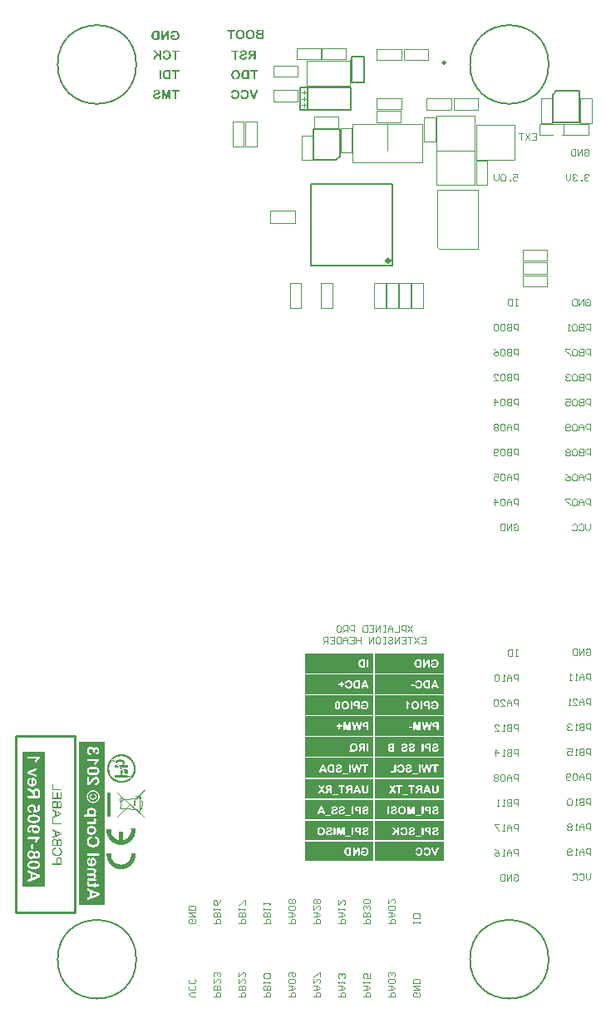
<source format=gbo>
%FSLAX43Y43*%
%MOMM*%
G71*
G01*
G75*
G04 Layer_Color=32896*
%ADD10R,1.000X0.950*%
%ADD11R,2.300X1.900*%
%ADD12R,0.400X1.400*%
%ADD13R,1.775X1.900*%
%ADD14R,0.610X2.032*%
%ADD15O,0.610X2.032*%
%ADD16R,1.000X2.250*%
%ADD17R,1.600X1.000*%
%ADD18R,2.500X3.000*%
%ADD19O,1.650X0.300*%
%ADD20O,0.300X1.650*%
%ADD21R,1.200X1.200*%
%ADD22R,1.100X0.600*%
%ADD23R,1.100X1.000*%
%ADD24R,0.700X0.700*%
%ADD25R,0.600X0.550*%
%ADD26R,0.650X0.800*%
%ADD27R,0.650X0.500*%
%ADD28R,0.762X0.762*%
%ADD29R,0.600X0.900*%
%ADD30R,0.550X0.600*%
%ADD31R,0.500X0.650*%
%ADD32R,0.700X0.700*%
%ADD33R,0.900X0.600*%
%ADD34R,1.200X1.200*%
%ADD35C,0.175*%
%ADD36C,0.180*%
%ADD37C,0.200*%
%ADD38C,0.125*%
%ADD39C,0.250*%
%ADD40C,0.400*%
%ADD41C,0.300*%
%ADD42R,0.900X0.300*%
%ADD43R,1.700X1.700*%
%ADD44C,1.700*%
%ADD45R,1.700X1.700*%
%ADD46C,3.600*%
%ADD47C,0.550*%
%ADD48C,0.400*%
%ADD49C,0.500*%
%ADD50C,1.600*%
G04:AMPARAMS|DCode=51|XSize=2.524mm|YSize=2.524mm|CornerRadius=0mm|HoleSize=0mm|Usage=FLASHONLY|Rotation=0.000|XOffset=0mm|YOffset=0mm|HoleType=Round|Shape=Relief|Width=0.254mm|Gap=0.254mm|Entries=4|*
%AMTHD51*
7,0,0,2.524,2.016,0.254,45*
%
%ADD51THD51*%
%ADD52C,0.850*%
%ADD53C,0.800*%
%ADD54C,0.350*%
%ADD55C,3.300*%
%ADD56C,1.270*%
%ADD57R,1.300X1.600*%
%ADD58R,0.600X0.250*%
%ADD59R,1.600X1.500*%
%ADD60C,0.280*%
%ADD61R,1.700X0.350*%
%ADD62R,0.600X1.300*%
%ADD63R,0.350X0.850*%
%ADD64R,0.950X1.750*%
%ADD65R,0.800X0.650*%
%ADD66R,1.300X0.600*%
%ADD67C,0.800*%
%ADD68C,0.150*%
%ADD69C,0.102*%
%ADD70C,0.254*%
%ADD71C,0.600*%
%ADD72C,0.100*%
%ADD73R,2.100X2.100*%
%ADD74R,2.100X2.100*%
%ADD75R,1.700X1.700*%
%ADD76R,0.900X0.510*%
%ADD77R,1.100X1.050*%
%ADD78R,2.400X2.000*%
%ADD79R,0.500X1.500*%
%ADD80R,1.875X2.000*%
%ADD81R,0.710X2.132*%
%ADD82O,0.710X2.132*%
%ADD83R,1.100X2.350*%
%ADD84R,1.700X1.100*%
%ADD85R,2.600X3.100*%
%ADD86O,1.750X0.400*%
%ADD87O,0.400X1.750*%
%ADD88R,1.300X1.300*%
%ADD89R,1.200X0.700*%
%ADD90R,1.200X1.100*%
%ADD91R,0.800X0.800*%
%ADD92R,0.700X0.650*%
%ADD93R,0.750X0.900*%
%ADD94R,0.750X0.600*%
%ADD95R,0.862X0.862*%
%ADD96R,0.700X1.000*%
%ADD97R,0.650X0.700*%
%ADD98R,0.600X0.750*%
%ADD99R,0.800X0.800*%
%ADD100R,1.000X0.700*%
%ADD101R,1.300X1.300*%
%ADD102R,1.800X1.800*%
%ADD103C,1.800*%
%ADD104R,1.800X1.800*%
%ADD105C,3.700*%
%ADD106C,1.370*%
%ADD107R,1.400X1.700*%
%ADD108R,0.700X0.350*%
%ADD109R,1.700X1.600*%
%ADD110C,0.380*%
%ADD111R,1.800X0.450*%
%ADD112R,0.700X1.400*%
%ADD113R,0.450X0.950*%
%ADD114R,1.050X1.850*%
%ADD115R,0.900X0.750*%
%ADD116R,1.400X0.700*%
%ADD117C,0.900*%
%ADD118R,0.200X0.100*%
%ADD119C,0.112*%
G36*
X-35593Y-5074D02*
X-35576Y-5076D01*
X-35561Y-5081D01*
X-35549Y-5086D01*
X-35540Y-5091D01*
X-35532Y-5096D01*
X-35529Y-5099D01*
X-35527Y-5100D01*
X-35519Y-5111D01*
X-35512Y-5125D01*
X-35507Y-5140D01*
X-35505Y-5155D01*
X-35502Y-5168D01*
X-35501Y-5179D01*
Y-5186D01*
Y-5188D01*
Y-5189D01*
Y-5869D01*
Y-5885D01*
X-35502Y-5899D01*
X-35504Y-5911D01*
X-35505Y-5923D01*
X-35506Y-5931D01*
X-35507Y-5938D01*
X-35509Y-5941D01*
Y-5943D01*
X-35512Y-5953D01*
X-35517Y-5961D01*
X-35522Y-5968D01*
X-35529Y-5974D01*
X-35534Y-5979D01*
X-35539Y-5983D01*
X-35541Y-5984D01*
X-35542Y-5985D01*
X-35554Y-5990D01*
X-35566Y-5994D01*
X-35591Y-5997D01*
X-35602Y-5999D01*
X-35611Y-6000D01*
X-35888D01*
X-35910Y-5999D01*
X-35928Y-5997D01*
X-35946Y-5996D01*
X-35960Y-5995D01*
X-35970Y-5994D01*
X-35976Y-5992D01*
X-35978D01*
X-35997Y-5989D01*
X-36015Y-5984D01*
X-36031Y-5980D01*
X-36045Y-5975D01*
X-36057Y-5970D01*
X-36066Y-5968D01*
X-36071Y-5965D01*
X-36073Y-5964D01*
X-36090Y-5956D01*
X-36106Y-5946D01*
X-36120Y-5938D01*
X-36132Y-5929D01*
X-36142Y-5921D01*
X-36150Y-5915D01*
X-36155Y-5911D01*
X-36156Y-5910D01*
X-36173Y-5894D01*
X-36188Y-5876D01*
X-36201Y-5860D01*
X-36212Y-5844D01*
X-36221Y-5831D01*
X-36228Y-5820D01*
X-36232Y-5814D01*
X-36233Y-5811D01*
X-36243Y-5790D01*
X-36253Y-5769D01*
X-36261Y-5748D01*
X-36267Y-5729D01*
X-36272Y-5713D01*
X-36276Y-5699D01*
X-36277Y-5694D01*
Y-5690D01*
X-36278Y-5689D01*
Y-5688D01*
X-36283Y-5661D01*
X-36287Y-5634D01*
X-36290Y-5609D01*
X-36292Y-5585D01*
Y-5565D01*
X-36293Y-5556D01*
Y-5549D01*
Y-5543D01*
Y-5539D01*
Y-5536D01*
Y-5535D01*
X-36292Y-5489D01*
X-36287Y-5446D01*
X-36280Y-5406D01*
X-36271Y-5369D01*
X-36260Y-5335D01*
X-36247Y-5304D01*
X-36235Y-5276D01*
X-36221Y-5251D01*
X-36207Y-5229D01*
X-36195Y-5210D01*
X-36182Y-5194D01*
X-36171Y-5181D01*
X-36162Y-5170D01*
X-36155Y-5164D01*
X-36150Y-5159D01*
X-36148Y-5158D01*
X-36127Y-5140D01*
X-36105Y-5126D01*
X-36085Y-5115D01*
X-36065Y-5106D01*
X-36048Y-5099D01*
X-36035Y-5095D01*
X-36030Y-5094D01*
X-36026Y-5093D01*
X-36025Y-5091D01*
X-36023D01*
X-35997Y-5085D01*
X-35970Y-5080D01*
X-35942Y-5078D01*
X-35916Y-5075D01*
X-35893Y-5074D01*
X-35885Y-5073D01*
X-35615D01*
X-35593Y-5074D01*
D02*
G37*
G36*
X-34677D02*
X-34664Y-5076D01*
X-34651Y-5079D01*
X-34641Y-5083D01*
X-34632Y-5088D01*
X-34627Y-5090D01*
X-34624Y-5093D01*
X-34622Y-5094D01*
X-34615Y-5103D01*
X-34609Y-5111D01*
X-34605Y-5121D01*
X-34601Y-5130D01*
X-34600Y-5139D01*
X-34599Y-5145D01*
Y-5150D01*
Y-5151D01*
X-34600Y-5164D01*
X-34603Y-5175D01*
X-34606Y-5185D01*
X-34611Y-5193D01*
X-34615Y-5199D01*
X-34619Y-5204D01*
X-34621Y-5206D01*
X-34622Y-5208D01*
X-34632Y-5214D01*
X-34644Y-5219D01*
X-34655Y-5223D01*
X-34667Y-5225D01*
X-34677Y-5226D01*
X-34686Y-5228D01*
X-34900D01*
Y-5903D01*
X-34901Y-5923D01*
X-34904Y-5940D01*
X-34909Y-5955D01*
X-34914Y-5968D01*
X-34917Y-5976D01*
X-34922Y-5984D01*
X-34925Y-5988D01*
X-34926Y-5989D01*
X-34936Y-5997D01*
X-34947Y-6005D01*
X-34959Y-6010D01*
X-34970Y-6012D01*
X-34979Y-6015D01*
X-34987Y-6016D01*
X-34994D01*
X-35009Y-6015D01*
X-35021Y-6012D01*
X-35034Y-6008D01*
X-35042Y-6003D01*
X-35051Y-5997D01*
X-35056Y-5992D01*
X-35060Y-5990D01*
X-35061Y-5989D01*
X-35070Y-5976D01*
X-35076Y-5963D01*
X-35081Y-5949D01*
X-35084Y-5935D01*
X-35086Y-5923D01*
X-35087Y-5913D01*
Y-5905D01*
Y-5903D01*
Y-5228D01*
X-35292D01*
X-35309Y-5226D01*
X-35324Y-5224D01*
X-35336Y-5221D01*
X-35346Y-5218D01*
X-35354Y-5214D01*
X-35359Y-5210D01*
X-35362Y-5209D01*
X-35364Y-5208D01*
X-35372Y-5199D01*
X-35379Y-5190D01*
X-35382Y-5180D01*
X-35386Y-5171D01*
X-35387Y-5164D01*
X-35389Y-5158D01*
Y-5153D01*
Y-5151D01*
X-35387Y-5139D01*
X-35385Y-5128D01*
X-35381Y-5118D01*
X-35377Y-5110D01*
X-35372Y-5104D01*
X-35369Y-5099D01*
X-35366Y-5096D01*
X-35365Y-5095D01*
X-35355Y-5088D01*
X-35344Y-5083D01*
X-35331Y-5078D01*
X-35320Y-5075D01*
X-35309Y-5074D01*
X-35300Y-5073D01*
X-34694D01*
X-34677Y-5074D01*
D02*
G37*
G36*
X-42677Y-3074D02*
X-42664Y-3076D01*
X-42651Y-3079D01*
X-42641Y-3083D01*
X-42632Y-3088D01*
X-42627Y-3090D01*
X-42624Y-3093D01*
X-42622Y-3094D01*
X-42615Y-3103D01*
X-42609Y-3111D01*
X-42605Y-3121D01*
X-42601Y-3130D01*
X-42600Y-3139D01*
X-42599Y-3145D01*
Y-3150D01*
Y-3151D01*
X-42600Y-3164D01*
X-42603Y-3175D01*
X-42606Y-3185D01*
X-42611Y-3193D01*
X-42615Y-3199D01*
X-42619Y-3204D01*
X-42621Y-3206D01*
X-42622Y-3208D01*
X-42632Y-3214D01*
X-42644Y-3219D01*
X-42655Y-3223D01*
X-42667Y-3225D01*
X-42677Y-3226D01*
X-42686Y-3228D01*
X-42900D01*
Y-3903D01*
X-42901Y-3923D01*
X-42904Y-3940D01*
X-42909Y-3955D01*
X-42914Y-3968D01*
X-42917Y-3976D01*
X-42922Y-3984D01*
X-42925Y-3987D01*
X-42926Y-3989D01*
X-42936Y-3997D01*
X-42947Y-4005D01*
X-42959Y-4010D01*
X-42970Y-4012D01*
X-42979Y-4015D01*
X-42987Y-4016D01*
X-42994D01*
X-43009Y-4015D01*
X-43021Y-4012D01*
X-43034Y-4008D01*
X-43042Y-4003D01*
X-43051Y-3997D01*
X-43056Y-3993D01*
X-43060Y-3990D01*
X-43061Y-3989D01*
X-43070Y-3976D01*
X-43076Y-3963D01*
X-43081Y-3949D01*
X-43084Y-3935D01*
X-43086Y-3923D01*
X-43087Y-3913D01*
Y-3905D01*
Y-3903D01*
Y-3228D01*
X-43292D01*
X-43309Y-3226D01*
X-43324Y-3224D01*
X-43336Y-3221D01*
X-43346Y-3218D01*
X-43354Y-3214D01*
X-43359Y-3210D01*
X-43362Y-3209D01*
X-43364Y-3208D01*
X-43372Y-3199D01*
X-43379Y-3190D01*
X-43382Y-3180D01*
X-43386Y-3171D01*
X-43387Y-3164D01*
X-43389Y-3158D01*
Y-3153D01*
Y-3151D01*
X-43387Y-3139D01*
X-43385Y-3128D01*
X-43381Y-3118D01*
X-43377Y-3110D01*
X-43372Y-3104D01*
X-43369Y-3099D01*
X-43366Y-3096D01*
X-43365Y-3095D01*
X-43355Y-3088D01*
X-43344Y-3083D01*
X-43331Y-3078D01*
X-43320Y-3075D01*
X-43309Y-3074D01*
X-43300Y-3073D01*
X-42694D01*
X-42677Y-3074D01*
D02*
G37*
G36*
X-15700Y-68525D02*
X-22700D01*
Y-66525D01*
X-15700D01*
Y-68525D01*
D02*
G37*
G36*
X-22825Y-68525D02*
X-29825D01*
Y-66525D01*
X-22825D01*
Y-68525D01*
D02*
G37*
G36*
Y-79150D02*
X-29825D01*
Y-77150D01*
X-22825D01*
Y-79150D01*
D02*
G37*
G36*
X-36828Y-5058D02*
X-36792Y-5061D01*
X-36761Y-5068D01*
X-36732Y-5073D01*
X-36719Y-5076D01*
X-36709Y-5079D01*
X-36699Y-5083D01*
X-36692Y-5085D01*
X-36686Y-5086D01*
X-36681Y-5089D01*
X-36678Y-5090D01*
X-36677D01*
X-36647Y-5104D01*
X-36621Y-5119D01*
X-36596Y-5135D01*
X-36576Y-5151D01*
X-36558Y-5165D01*
X-36546Y-5176D01*
X-36542Y-5180D01*
X-36538Y-5184D01*
X-36537Y-5185D01*
X-36536Y-5186D01*
X-36516Y-5211D01*
X-36498Y-5236D01*
X-36482Y-5263D01*
X-36470Y-5286D01*
X-36460Y-5308D01*
X-36456Y-5316D01*
X-36453Y-5324D01*
X-36451Y-5330D01*
X-36448Y-5335D01*
X-36447Y-5338D01*
Y-5339D01*
X-36437Y-5373D01*
X-36430Y-5406D01*
X-36425Y-5440D01*
X-36421Y-5470D01*
X-36420Y-5483D01*
X-36418Y-5495D01*
Y-5506D01*
X-36417Y-5516D01*
Y-5524D01*
Y-5529D01*
Y-5533D01*
Y-5534D01*
X-36418Y-5573D01*
X-36422Y-5609D01*
X-36426Y-5641D01*
X-36432Y-5670D01*
X-36435Y-5684D01*
X-36437Y-5695D01*
X-36440Y-5705D01*
X-36441Y-5713D01*
X-36443Y-5720D01*
X-36445Y-5725D01*
X-36446Y-5728D01*
Y-5729D01*
X-36458Y-5761D01*
X-36472Y-5791D01*
X-36487Y-5818D01*
X-36501Y-5839D01*
X-36513Y-5858D01*
X-36520Y-5865D01*
X-36523Y-5871D01*
X-36528Y-5876D01*
X-36531Y-5880D01*
X-36533Y-5881D01*
Y-5883D01*
X-36556Y-5905D01*
X-36579Y-5925D01*
X-36603Y-5941D01*
X-36626Y-5956D01*
X-36646Y-5966D01*
X-36654Y-5971D01*
X-36662Y-5975D01*
X-36667Y-5978D01*
X-36672Y-5980D01*
X-36674Y-5981D01*
X-36676D01*
X-36709Y-5992D01*
X-36743Y-6001D01*
X-36776Y-6008D01*
X-36806Y-6011D01*
X-36819Y-6014D01*
X-36832D01*
X-36843Y-6015D01*
X-36852Y-6016D01*
X-36871D01*
X-36911Y-6015D01*
X-36947Y-6011D01*
X-36979Y-6005D01*
X-36994Y-6003D01*
X-37008Y-5999D01*
X-37021Y-5996D01*
X-37032Y-5994D01*
X-37042Y-5990D01*
X-37049Y-5988D01*
X-37056Y-5985D01*
X-37061Y-5984D01*
X-37063Y-5983D01*
X-37064D01*
X-37094Y-5969D01*
X-37123Y-5953D01*
X-37147Y-5936D01*
X-37168Y-5920D01*
X-37184Y-5906D01*
X-37197Y-5895D01*
X-37201Y-5890D01*
X-37204Y-5886D01*
X-37206Y-5885D01*
X-37207Y-5884D01*
X-37228Y-5859D01*
X-37246Y-5833D01*
X-37261Y-5808D01*
X-37273Y-5783D01*
X-37282Y-5763D01*
X-37286Y-5754D01*
X-37289Y-5746D01*
X-37292Y-5740D01*
X-37293Y-5735D01*
X-37294Y-5733D01*
Y-5731D01*
X-37304Y-5698D01*
X-37312Y-5664D01*
X-37317Y-5631D01*
X-37321Y-5600D01*
X-37322Y-5586D01*
X-37323Y-5574D01*
Y-5563D01*
X-37324Y-5554D01*
Y-5545D01*
Y-5540D01*
Y-5536D01*
Y-5535D01*
Y-5509D01*
X-37322Y-5483D01*
X-37319Y-5458D01*
X-37316Y-5434D01*
X-37312Y-5413D01*
X-37307Y-5391D01*
X-37303Y-5373D01*
X-37298Y-5354D01*
X-37293Y-5339D01*
X-37288Y-5324D01*
X-37283Y-5311D01*
X-37279Y-5301D01*
X-37276Y-5294D01*
X-37273Y-5288D01*
X-37272Y-5284D01*
X-37271Y-5283D01*
X-37249Y-5244D01*
X-37224Y-5210D01*
X-37198Y-5181D01*
X-37186Y-5169D01*
X-37173Y-5158D01*
X-37161Y-5148D01*
X-37151Y-5139D01*
X-37141Y-5133D01*
X-37132Y-5126D01*
X-37124Y-5121D01*
X-37119Y-5118D01*
X-37116Y-5116D01*
X-37114Y-5115D01*
X-37094Y-5105D01*
X-37074Y-5095D01*
X-37032Y-5081D01*
X-36991Y-5070D01*
X-36952Y-5064D01*
X-36934Y-5061D01*
X-36918Y-5059D01*
X-36903Y-5058D01*
X-36891D01*
X-36881Y-5056D01*
X-36867D01*
X-36828Y-5058D01*
D02*
G37*
G36*
X-22825Y-83400D02*
X-29825D01*
Y-81400D01*
X-22825D01*
Y-83400D01*
D02*
G37*
G36*
X-43871Y-3058D02*
X-43838Y-3061D01*
X-43808Y-3068D01*
X-43782Y-3073D01*
X-43771Y-3076D01*
X-43761Y-3079D01*
X-43752Y-3083D01*
X-43745Y-3085D01*
X-43738Y-3086D01*
X-43733Y-3089D01*
X-43731Y-3090D01*
X-43730D01*
X-43701Y-3104D01*
X-43673Y-3119D01*
X-43650Y-3135D01*
X-43628Y-3150D01*
X-43612Y-3164D01*
X-43600Y-3176D01*
X-43595Y-3180D01*
X-43591Y-3184D01*
X-43590Y-3185D01*
X-43589Y-3186D01*
X-43567Y-3211D01*
X-43549Y-3236D01*
X-43534Y-3261D01*
X-43520Y-3285D01*
X-43510Y-3306D01*
X-43506Y-3315D01*
X-43502Y-3323D01*
X-43500Y-3329D01*
X-43497Y-3334D01*
X-43496Y-3336D01*
Y-3338D01*
X-43485Y-3371D01*
X-43477Y-3406D01*
X-43471Y-3440D01*
X-43467Y-3471D01*
X-43466Y-3485D01*
X-43465Y-3499D01*
Y-3510D01*
X-43464Y-3520D01*
Y-3528D01*
Y-3534D01*
Y-3538D01*
Y-3539D01*
Y-3564D01*
X-43466Y-3588D01*
X-43467Y-3610D01*
X-43470Y-3630D01*
X-43472Y-3646D01*
X-43474Y-3658D01*
X-43475Y-3663D01*
X-43476Y-3666D01*
Y-3668D01*
Y-3669D01*
X-43481Y-3691D01*
X-43487Y-3713D01*
X-43494Y-3733D01*
X-43500Y-3750D01*
X-43506Y-3764D01*
X-43511Y-3775D01*
X-43514Y-3783D01*
X-43515Y-3784D01*
Y-3785D01*
X-43525Y-3805D01*
X-43536Y-3823D01*
X-43546Y-3840D01*
X-43556Y-3854D01*
X-43565Y-3866D01*
X-43571Y-3875D01*
X-43576Y-3880D01*
X-43577Y-3883D01*
X-43593Y-3900D01*
X-43608Y-3915D01*
X-43623Y-3928D01*
X-43637Y-3939D01*
X-43650Y-3948D01*
X-43658Y-3955D01*
X-43665Y-3959D01*
X-43667Y-3960D01*
X-43686Y-3970D01*
X-43705Y-3979D01*
X-43723Y-3986D01*
X-43740Y-3993D01*
X-43755Y-3996D01*
X-43766Y-4000D01*
X-43773Y-4001D01*
X-43775Y-4003D01*
X-43776D01*
X-43798Y-4008D01*
X-43822Y-4010D01*
X-43845Y-4012D01*
X-43866Y-4015D01*
X-43883D01*
X-43897Y-4016D01*
X-43910D01*
X-43945Y-4015D01*
X-43977Y-4011D01*
X-44006Y-4006D01*
X-44031Y-4001D01*
X-44042Y-3999D01*
X-44052Y-3996D01*
X-44060Y-3994D01*
X-44067Y-3991D01*
X-44072Y-3989D01*
X-44076Y-3987D01*
X-44078Y-3986D01*
X-44080D01*
X-44106Y-3974D01*
X-44128Y-3960D01*
X-44150Y-3946D01*
X-44166Y-3934D01*
X-44180Y-3923D01*
X-44190Y-3914D01*
X-44196Y-3908D01*
X-44198Y-3905D01*
X-44215Y-3886D01*
X-44230Y-3868D01*
X-44241Y-3851D01*
X-44251Y-3835D01*
X-44258Y-3823D01*
X-44263Y-3813D01*
X-44266Y-3806D01*
X-44267Y-3804D01*
X-44275Y-3785D01*
X-44280Y-3768D01*
X-44285Y-3751D01*
X-44287Y-3738D01*
X-44288Y-3725D01*
X-44290Y-3716D01*
Y-3711D01*
Y-3709D01*
X-44288Y-3696D01*
X-44286Y-3685D01*
X-44282Y-3675D01*
X-44277Y-3666D01*
X-44272Y-3659D01*
X-44268Y-3654D01*
X-44266Y-3651D01*
X-44265Y-3650D01*
X-44256Y-3643D01*
X-44246Y-3636D01*
X-44236Y-3633D01*
X-44227Y-3629D01*
X-44220Y-3628D01*
X-44213Y-3626D01*
X-44208D01*
X-44195Y-3628D01*
X-44182Y-3630D01*
X-44172Y-3634D01*
X-44165Y-3638D01*
X-44158Y-3643D01*
X-44155Y-3646D01*
X-44152Y-3649D01*
X-44151Y-3650D01*
X-44145Y-3659D01*
X-44138Y-3669D01*
X-44130Y-3689D01*
X-44126Y-3698D01*
X-44123Y-3704D01*
X-44121Y-3709D01*
Y-3710D01*
X-44110Y-3738D01*
X-44096Y-3761D01*
X-44081Y-3781D01*
X-44067Y-3798D01*
X-44055Y-3811D01*
X-44045Y-3820D01*
X-44038Y-3825D01*
X-44037Y-3828D01*
X-44036D01*
X-44015Y-3841D01*
X-43991Y-3850D01*
X-43968Y-3858D01*
X-43947Y-3863D01*
X-43928Y-3865D01*
X-43920Y-3866D01*
X-43913D01*
X-43907Y-3868D01*
X-43900D01*
X-43872Y-3866D01*
X-43847Y-3863D01*
X-43825Y-3856D01*
X-43806Y-3850D01*
X-43790Y-3844D01*
X-43778Y-3838D01*
X-43771Y-3834D01*
X-43770Y-3833D01*
X-43768D01*
X-43748Y-3818D01*
X-43732Y-3801D01*
X-43717Y-3783D01*
X-43706Y-3765D01*
X-43696Y-3750D01*
X-43688Y-3736D01*
X-43687Y-3733D01*
X-43685Y-3729D01*
X-43683Y-3726D01*
Y-3725D01*
X-43673Y-3696D01*
X-43666Y-3666D01*
X-43661Y-3636D01*
X-43657Y-3608D01*
X-43656Y-3595D01*
X-43655Y-3583D01*
Y-3573D01*
X-43653Y-3563D01*
Y-3555D01*
Y-3550D01*
Y-3546D01*
Y-3545D01*
X-43655Y-3515D01*
X-43656Y-3488D01*
X-43660Y-3461D01*
X-43663Y-3438D01*
X-43670Y-3415D01*
X-43675Y-3394D01*
X-43681Y-3375D01*
X-43687Y-3359D01*
X-43693Y-3344D01*
X-43700Y-3330D01*
X-43706Y-3319D01*
X-43711Y-3310D01*
X-43715Y-3303D01*
X-43718Y-3298D01*
X-43720Y-3295D01*
X-43721Y-3294D01*
X-43735Y-3278D01*
X-43748Y-3265D01*
X-43763Y-3253D01*
X-43778Y-3243D01*
X-43795Y-3234D01*
X-43810Y-3226D01*
X-43825Y-3221D01*
X-43840Y-3216D01*
X-43853Y-3213D01*
X-43866Y-3210D01*
X-43877Y-3208D01*
X-43887Y-3206D01*
X-43895Y-3205D01*
X-43906D01*
X-43932Y-3206D01*
X-43956Y-3210D01*
X-43977Y-3216D01*
X-43995Y-3223D01*
X-44008Y-3229D01*
X-44020Y-3235D01*
X-44026Y-3239D01*
X-44028Y-3240D01*
X-44046Y-3254D01*
X-44063Y-3270D01*
X-44077Y-3288D01*
X-44091Y-3305D01*
X-44101Y-3320D01*
X-44108Y-3333D01*
X-44111Y-3338D01*
X-44113Y-3341D01*
X-44115Y-3343D01*
Y-3344D01*
X-44123Y-3358D01*
X-44131Y-3370D01*
X-44137Y-3380D01*
X-44143Y-3389D01*
X-44148Y-3395D01*
X-44152Y-3399D01*
X-44153Y-3401D01*
X-44155Y-3403D01*
X-44162Y-3409D01*
X-44171Y-3413D01*
X-44190Y-3418D01*
X-44197Y-3419D01*
X-44203Y-3420D01*
X-44210D01*
X-44221Y-3419D01*
X-44231Y-3416D01*
X-44241Y-3413D01*
X-44248Y-3408D01*
X-44255Y-3403D01*
X-44260Y-3399D01*
X-44262Y-3396D01*
X-44263Y-3395D01*
X-44271Y-3385D01*
X-44277Y-3375D01*
X-44281Y-3366D01*
X-44285Y-3356D01*
X-44286Y-3349D01*
X-44287Y-3343D01*
Y-3339D01*
Y-3338D01*
X-44285Y-3315D01*
X-44280Y-3294D01*
X-44272Y-3273D01*
X-44263Y-3253D01*
X-44255Y-3236D01*
X-44247Y-3224D01*
X-44245Y-3219D01*
X-44242Y-3215D01*
X-44240Y-3214D01*
Y-3213D01*
X-44221Y-3189D01*
X-44200Y-3168D01*
X-44177Y-3149D01*
X-44155Y-3133D01*
X-44135Y-3119D01*
X-44127Y-3114D01*
X-44120Y-3109D01*
X-44113Y-3106D01*
X-44108Y-3104D01*
X-44106Y-3101D01*
X-44105D01*
X-44071Y-3086D01*
X-44037Y-3075D01*
X-44003Y-3068D01*
X-43972Y-3061D01*
X-43957Y-3060D01*
X-43945Y-3059D01*
X-43933Y-3058D01*
X-43923D01*
X-43916Y-3056D01*
X-43905D01*
X-43871Y-3058D01*
D02*
G37*
G36*
X-44874Y-7058D02*
X-44838Y-7061D01*
X-44807Y-7066D01*
X-44792Y-7070D01*
X-44779Y-7073D01*
X-44767Y-7075D01*
X-44757Y-7079D01*
X-44747Y-7081D01*
X-44739Y-7084D01*
X-44734Y-7086D01*
X-44729Y-7088D01*
X-44727Y-7089D01*
X-44726D01*
X-44698Y-7103D01*
X-44673Y-7116D01*
X-44653Y-7133D01*
X-44636Y-7148D01*
X-44623Y-7160D01*
X-44613Y-7171D01*
X-44608Y-7179D01*
X-44606Y-7180D01*
Y-7181D01*
X-44592Y-7204D01*
X-44582Y-7228D01*
X-44574Y-7250D01*
X-44569Y-7271D01*
X-44567Y-7289D01*
X-44566Y-7304D01*
X-44564Y-7309D01*
Y-7313D01*
Y-7315D01*
Y-7316D01*
X-44566Y-7345D01*
X-44571Y-7371D01*
X-44577Y-7395D01*
X-44584Y-7414D01*
X-44591Y-7430D01*
X-44597Y-7441D01*
X-44602Y-7449D01*
X-44603Y-7450D01*
Y-7451D01*
X-44619Y-7470D01*
X-44637Y-7488D01*
X-44654Y-7503D01*
X-44672Y-7515D01*
X-44687Y-7524D01*
X-44699Y-7531D01*
X-44704Y-7534D01*
X-44708Y-7536D01*
X-44709Y-7538D01*
X-44711D01*
X-44737Y-7549D01*
X-44766Y-7559D01*
X-44793Y-7569D01*
X-44819Y-7576D01*
X-44843Y-7583D01*
X-44853Y-7585D01*
X-44862Y-7588D01*
X-44868Y-7589D01*
X-44873Y-7590D01*
X-44877Y-7591D01*
X-44878D01*
X-44904Y-7598D01*
X-44928Y-7604D01*
X-44948Y-7609D01*
X-44966Y-7614D01*
X-44979Y-7618D01*
X-44989Y-7621D01*
X-44994Y-7623D01*
X-44997Y-7624D01*
X-45013Y-7630D01*
X-45027Y-7638D01*
X-45041Y-7645D01*
X-45051Y-7651D01*
X-45059Y-7659D01*
X-45066Y-7664D01*
X-45069Y-7668D01*
X-45071Y-7669D01*
X-45081Y-7680D01*
X-45087Y-7693D01*
X-45092Y-7705D01*
X-45096Y-7718D01*
X-45098Y-7728D01*
X-45099Y-7736D01*
Y-7741D01*
Y-7744D01*
X-45097Y-7764D01*
X-45091Y-7783D01*
X-45083Y-7800D01*
X-45073Y-7814D01*
X-45063Y-7825D01*
X-45056Y-7833D01*
X-45049Y-7839D01*
X-45047Y-7840D01*
X-45026Y-7853D01*
X-45003Y-7863D01*
X-44981Y-7869D01*
X-44959Y-7874D01*
X-44939Y-7876D01*
X-44932Y-7878D01*
X-44924D01*
X-44918Y-7879D01*
X-44911D01*
X-44889Y-7878D01*
X-44869Y-7876D01*
X-44853Y-7873D01*
X-44838Y-7869D01*
X-44827Y-7866D01*
X-44818Y-7863D01*
X-44813Y-7861D01*
X-44812Y-7860D01*
X-44798Y-7853D01*
X-44787Y-7845D01*
X-44777Y-7836D01*
X-44768Y-7829D01*
X-44762Y-7821D01*
X-44757Y-7816D01*
X-44754Y-7813D01*
X-44753Y-7811D01*
X-44746Y-7799D01*
X-44739Y-7786D01*
X-44733Y-7774D01*
X-44727Y-7763D01*
X-44722Y-7753D01*
X-44718Y-7744D01*
X-44717Y-7739D01*
X-44716Y-7736D01*
X-44709Y-7724D01*
X-44703Y-7713D01*
X-44698Y-7703D01*
X-44692Y-7695D01*
X-44687Y-7689D01*
X-44683Y-7685D01*
X-44681Y-7683D01*
X-44679Y-7681D01*
X-44672Y-7675D01*
X-44663Y-7670D01*
X-44656Y-7666D01*
X-44648Y-7664D01*
X-44641Y-7663D01*
X-44636Y-7661D01*
X-44631D01*
X-44617Y-7663D01*
X-44606Y-7665D01*
X-44594Y-7669D01*
X-44586Y-7674D01*
X-44579Y-7679D01*
X-44573Y-7683D01*
X-44571Y-7685D01*
X-44569Y-7686D01*
X-44562Y-7695D01*
X-44556Y-7705D01*
X-44552Y-7715D01*
X-44548Y-7724D01*
X-44547Y-7731D01*
X-44546Y-7738D01*
Y-7743D01*
Y-7744D01*
X-44547Y-7766D01*
X-44552Y-7789D01*
X-44558Y-7809D01*
X-44566Y-7828D01*
X-44573Y-7844D01*
X-44579Y-7855D01*
X-44582Y-7860D01*
X-44584Y-7864D01*
X-44586Y-7865D01*
Y-7866D01*
X-44602Y-7888D01*
X-44618Y-7908D01*
X-44636Y-7924D01*
X-44652Y-7939D01*
X-44667Y-7950D01*
X-44678Y-7959D01*
X-44686Y-7964D01*
X-44687Y-7965D01*
X-44688D01*
X-44724Y-7983D01*
X-44762Y-7995D01*
X-44799Y-8004D01*
X-44836Y-8010D01*
X-44852Y-8012D01*
X-44867Y-8014D01*
X-44881Y-8015D01*
X-44893D01*
X-44902Y-8016D01*
X-44916D01*
X-44957Y-8015D01*
X-44994Y-8010D01*
X-45028Y-8004D01*
X-45043Y-8001D01*
X-45057Y-7997D01*
X-45069Y-7994D01*
X-45081Y-7990D01*
X-45091Y-7988D01*
X-45098Y-7985D01*
X-45104Y-7983D01*
X-45109Y-7980D01*
X-45112Y-7979D01*
X-45113D01*
X-45143Y-7964D01*
X-45168Y-7946D01*
X-45191Y-7930D01*
X-45208Y-7913D01*
X-45222Y-7898D01*
X-45233Y-7886D01*
X-45236Y-7881D01*
X-45238Y-7878D01*
X-45241Y-7876D01*
Y-7875D01*
X-45256Y-7849D01*
X-45266Y-7823D01*
X-45273Y-7798D01*
X-45279Y-7774D01*
X-45282Y-7753D01*
X-45283Y-7744D01*
Y-7736D01*
X-45284Y-7731D01*
Y-7726D01*
Y-7724D01*
Y-7723D01*
X-45283Y-7698D01*
X-45281Y-7674D01*
X-45277Y-7654D01*
X-45272Y-7636D01*
X-45267Y-7623D01*
X-45263Y-7613D01*
X-45261Y-7606D01*
X-45259Y-7604D01*
X-45249Y-7586D01*
X-45238Y-7571D01*
X-45227Y-7558D01*
X-45216Y-7545D01*
X-45204Y-7536D01*
X-45197Y-7529D01*
X-45192Y-7525D01*
X-45189Y-7524D01*
X-45172Y-7513D01*
X-45153Y-7503D01*
X-45136Y-7493D01*
X-45118Y-7485D01*
X-45103Y-7479D01*
X-45092Y-7474D01*
X-45087Y-7473D01*
X-45083Y-7471D01*
X-45082Y-7470D01*
X-45081D01*
X-45057Y-7461D01*
X-45032Y-7454D01*
X-45008Y-7448D01*
X-44986Y-7441D01*
X-44967Y-7436D01*
X-44959Y-7435D01*
X-44953Y-7433D01*
X-44947Y-7431D01*
X-44943D01*
X-44941Y-7430D01*
X-44939D01*
X-44917Y-7424D01*
X-44898Y-7420D01*
X-44883Y-7415D01*
X-44869Y-7413D01*
X-44861Y-7410D01*
X-44853Y-7408D01*
X-44849Y-7406D01*
X-44848D01*
X-44828Y-7399D01*
X-44812Y-7391D01*
X-44804Y-7388D01*
X-44799Y-7385D01*
X-44796Y-7383D01*
X-44794D01*
X-44777Y-7371D01*
X-44764Y-7359D01*
X-44759Y-7355D01*
X-44756Y-7351D01*
X-44754Y-7349D01*
X-44753Y-7348D01*
X-44748Y-7340D01*
X-44744Y-7331D01*
X-44741Y-7316D01*
X-44739Y-7310D01*
X-44738Y-7305D01*
Y-7301D01*
Y-7300D01*
X-44741Y-7284D01*
X-44746Y-7269D01*
X-44752Y-7256D01*
X-44761Y-7244D01*
X-44768Y-7235D01*
X-44776Y-7229D01*
X-44781Y-7224D01*
X-44782Y-7223D01*
X-44799Y-7211D01*
X-44819Y-7204D01*
X-44839Y-7198D01*
X-44858Y-7194D01*
X-44874Y-7191D01*
X-44888Y-7190D01*
X-44901D01*
X-44928Y-7191D01*
X-44952Y-7195D01*
X-44972Y-7200D01*
X-44987Y-7205D01*
X-44999Y-7210D01*
X-45008Y-7215D01*
X-45013Y-7219D01*
X-45014Y-7220D01*
X-45027Y-7233D01*
X-45039Y-7245D01*
X-45049Y-7259D01*
X-45058Y-7271D01*
X-45066Y-7284D01*
X-45071Y-7293D01*
X-45074Y-7299D01*
X-45076Y-7301D01*
X-45083Y-7314D01*
X-45089Y-7325D01*
X-45094Y-7335D01*
X-45101Y-7343D01*
X-45104Y-7348D01*
X-45108Y-7351D01*
X-45109Y-7354D01*
X-45111Y-7355D01*
X-45118Y-7360D01*
X-45126Y-7364D01*
X-45142Y-7369D01*
X-45149Y-7370D01*
X-45156Y-7371D01*
X-45161D01*
X-45173Y-7370D01*
X-45184Y-7368D01*
X-45194Y-7363D01*
X-45203Y-7358D01*
X-45211Y-7354D01*
X-45216Y-7349D01*
X-45218Y-7346D01*
X-45219Y-7345D01*
X-45227Y-7335D01*
X-45233Y-7324D01*
X-45237Y-7314D01*
X-45241Y-7304D01*
X-45242Y-7296D01*
X-45243Y-7290D01*
Y-7285D01*
Y-7284D01*
X-45242Y-7270D01*
X-45241Y-7256D01*
X-45237Y-7244D01*
X-45234Y-7233D01*
X-45231Y-7223D01*
X-45227Y-7215D01*
X-45226Y-7210D01*
X-45224Y-7209D01*
X-45217Y-7195D01*
X-45207Y-7181D01*
X-45197Y-7169D01*
X-45187Y-7158D01*
X-45178Y-7148D01*
X-45171Y-7141D01*
X-45166Y-7136D01*
X-45164Y-7135D01*
X-45148Y-7123D01*
X-45131Y-7111D01*
X-45113Y-7101D01*
X-45097Y-7093D01*
X-45083Y-7086D01*
X-45071Y-7081D01*
X-45063Y-7079D01*
X-45062Y-7078D01*
X-45061D01*
X-45037Y-7070D01*
X-45012Y-7065D01*
X-44987Y-7061D01*
X-44963Y-7059D01*
X-44943Y-7058D01*
X-44934Y-7056D01*
X-44913D01*
X-44874Y-7058D01*
D02*
G37*
G36*
X-22825Y-81275D02*
X-29825D01*
Y-79275D01*
X-22825D01*
Y-81275D01*
D02*
G37*
G36*
X-43590Y-7074D02*
X-43572Y-7076D01*
X-43558Y-7079D01*
X-43546Y-7083D01*
X-43536Y-7088D01*
X-43530Y-7090D01*
X-43525Y-7093D01*
X-43524Y-7094D01*
X-43514Y-7104D01*
X-43506Y-7115D01*
X-43500Y-7129D01*
X-43496Y-7143D01*
X-43494Y-7156D01*
X-43492Y-7166D01*
Y-7174D01*
Y-7175D01*
Y-7176D01*
Y-7910D01*
X-43494Y-7929D01*
X-43496Y-7945D01*
X-43500Y-7959D01*
X-43505Y-7970D01*
X-43509Y-7979D01*
X-43512Y-7985D01*
X-43515Y-7989D01*
X-43516Y-7990D01*
X-43526Y-7999D01*
X-43536Y-8005D01*
X-43546Y-8010D01*
X-43556Y-8012D01*
X-43565Y-8015D01*
X-43571Y-8016D01*
X-43577D01*
X-43591Y-8015D01*
X-43605Y-8012D01*
X-43615Y-8007D01*
X-43625Y-8002D01*
X-43631Y-7999D01*
X-43637Y-7994D01*
X-43640Y-7991D01*
X-43641Y-7990D01*
X-43648Y-7979D01*
X-43655Y-7966D01*
X-43658Y-7953D01*
X-43662Y-7940D01*
X-43663Y-7929D01*
X-43665Y-7919D01*
Y-7913D01*
Y-7910D01*
Y-7269D01*
X-43812Y-7861D01*
X-43817Y-7883D01*
X-43820Y-7891D01*
X-43822Y-7900D01*
X-43825Y-7908D01*
X-43826Y-7913D01*
X-43827Y-7916D01*
Y-7918D01*
X-43833Y-7936D01*
X-43840Y-7951D01*
X-43843Y-7958D01*
X-43845Y-7963D01*
X-43847Y-7965D01*
Y-7966D01*
X-43858Y-7981D01*
X-43870Y-7992D01*
X-43875Y-7997D01*
X-43878Y-8000D01*
X-43881Y-8001D01*
X-43882Y-8002D01*
X-43891Y-8007D01*
X-43901Y-8010D01*
X-43920Y-8015D01*
X-43927D01*
X-43933Y-8016D01*
X-43938D01*
X-43953Y-8015D01*
X-43967Y-8012D01*
X-43978Y-8010D01*
X-43988Y-8005D01*
X-43996Y-8001D01*
X-44002Y-7999D01*
X-44005Y-7996D01*
X-44006Y-7995D01*
X-44015Y-7986D01*
X-44022Y-7977D01*
X-44027Y-7970D01*
X-44032Y-7963D01*
X-44036Y-7956D01*
X-44038Y-7951D01*
X-44040Y-7948D01*
Y-7946D01*
X-44043Y-7935D01*
X-44048Y-7921D01*
X-44052Y-7908D01*
X-44056Y-7894D01*
X-44060Y-7881D01*
X-44062Y-7870D01*
X-44065Y-7864D01*
Y-7861D01*
X-44213Y-7269D01*
Y-7910D01*
X-44215Y-7929D01*
X-44217Y-7945D01*
X-44221Y-7959D01*
X-44226Y-7970D01*
X-44230Y-7979D01*
X-44233Y-7985D01*
X-44236Y-7989D01*
X-44237Y-7990D01*
X-44247Y-7999D01*
X-44257Y-8005D01*
X-44267Y-8010D01*
X-44277Y-8012D01*
X-44286Y-8015D01*
X-44292Y-8016D01*
X-44298D01*
X-44312Y-8015D01*
X-44326Y-8012D01*
X-44336Y-8007D01*
X-44346Y-8002D01*
X-44352Y-7999D01*
X-44358Y-7994D01*
X-44361Y-7991D01*
X-44362Y-7990D01*
X-44370Y-7979D01*
X-44376Y-7966D01*
X-44380Y-7953D01*
X-44383Y-7940D01*
X-44385Y-7929D01*
X-44386Y-7919D01*
Y-7913D01*
Y-7910D01*
Y-7176D01*
X-44385Y-7155D01*
X-44381Y-7138D01*
X-44376Y-7124D01*
X-44370Y-7113D01*
X-44363Y-7104D01*
X-44358Y-7098D01*
X-44355Y-7095D01*
X-44353Y-7094D01*
X-44341Y-7086D01*
X-44327Y-7081D01*
X-44313Y-7078D01*
X-44300Y-7075D01*
X-44287Y-7074D01*
X-44277Y-7073D01*
X-44191D01*
X-44176Y-7074D01*
X-44162Y-7075D01*
X-44152Y-7078D01*
X-44143Y-7079D01*
X-44138Y-7081D01*
X-44135Y-7083D01*
X-44133D01*
X-44126Y-7086D01*
X-44118Y-7093D01*
X-44107Y-7104D01*
X-44103Y-7109D01*
X-44101Y-7114D01*
X-44098Y-7116D01*
Y-7118D01*
X-44095Y-7128D01*
X-44090Y-7140D01*
X-44082Y-7166D01*
X-44078Y-7179D01*
X-44076Y-7189D01*
X-44075Y-7195D01*
X-44073Y-7196D01*
Y-7198D01*
X-43938Y-7705D01*
X-43803Y-7198D01*
X-43798Y-7178D01*
X-43793Y-7161D01*
X-43790Y-7148D01*
X-43785Y-7136D01*
X-43782Y-7128D01*
X-43780Y-7123D01*
X-43777Y-7119D01*
Y-7118D01*
X-43772Y-7109D01*
X-43767Y-7101D01*
X-43761Y-7095D01*
X-43756Y-7090D01*
X-43751Y-7088D01*
X-43746Y-7085D01*
X-43743Y-7083D01*
X-43742D01*
X-43732Y-7079D01*
X-43721Y-7076D01*
X-43696Y-7074D01*
X-43685Y-7073D01*
X-43608D01*
X-43590Y-7074D01*
D02*
G37*
G36*
X-42677D02*
X-42664Y-7076D01*
X-42651Y-7079D01*
X-42641Y-7083D01*
X-42632Y-7088D01*
X-42627Y-7090D01*
X-42624Y-7093D01*
X-42622Y-7094D01*
X-42615Y-7103D01*
X-42609Y-7111D01*
X-42605Y-7121D01*
X-42601Y-7130D01*
X-42600Y-7139D01*
X-42599Y-7145D01*
Y-7150D01*
Y-7151D01*
X-42600Y-7164D01*
X-42603Y-7175D01*
X-42606Y-7185D01*
X-42611Y-7193D01*
X-42615Y-7199D01*
X-42619Y-7204D01*
X-42621Y-7206D01*
X-42622Y-7208D01*
X-42632Y-7214D01*
X-42644Y-7219D01*
X-42655Y-7223D01*
X-42667Y-7225D01*
X-42677Y-7226D01*
X-42686Y-7228D01*
X-42900D01*
Y-7903D01*
X-42901Y-7923D01*
X-42904Y-7940D01*
X-42909Y-7955D01*
X-42914Y-7968D01*
X-42917Y-7976D01*
X-42922Y-7984D01*
X-42925Y-7988D01*
X-42926Y-7989D01*
X-42936Y-7997D01*
X-42947Y-8005D01*
X-42959Y-8010D01*
X-42970Y-8012D01*
X-42979Y-8015D01*
X-42987Y-8016D01*
X-42994D01*
X-43009Y-8015D01*
X-43021Y-8012D01*
X-43034Y-8007D01*
X-43042Y-8002D01*
X-43051Y-7997D01*
X-43056Y-7992D01*
X-43060Y-7990D01*
X-43061Y-7989D01*
X-43070Y-7976D01*
X-43076Y-7963D01*
X-43081Y-7949D01*
X-43084Y-7935D01*
X-43086Y-7923D01*
X-43087Y-7913D01*
Y-7905D01*
Y-7903D01*
Y-7228D01*
X-43292D01*
X-43309Y-7226D01*
X-43324Y-7224D01*
X-43336Y-7221D01*
X-43346Y-7218D01*
X-43354Y-7214D01*
X-43359Y-7210D01*
X-43362Y-7209D01*
X-43364Y-7208D01*
X-43372Y-7199D01*
X-43379Y-7190D01*
X-43382Y-7180D01*
X-43386Y-7171D01*
X-43387Y-7164D01*
X-43389Y-7158D01*
Y-7153D01*
Y-7151D01*
X-43387Y-7139D01*
X-43385Y-7128D01*
X-43381Y-7118D01*
X-43377Y-7110D01*
X-43372Y-7104D01*
X-43369Y-7099D01*
X-43366Y-7096D01*
X-43365Y-7095D01*
X-43355Y-7088D01*
X-43344Y-7083D01*
X-43331Y-7078D01*
X-43320Y-7075D01*
X-43309Y-7074D01*
X-43300Y-7073D01*
X-42694D01*
X-42677Y-7074D01*
D02*
G37*
G36*
X-44544Y-5058D02*
X-44532Y-5061D01*
X-44520Y-5065D01*
X-44511Y-5070D01*
X-44502Y-5076D01*
X-44497Y-5080D01*
X-44493Y-5084D01*
X-44492Y-5085D01*
X-44483Y-5098D01*
X-44477Y-5110D01*
X-44473Y-5125D01*
X-44471Y-5139D01*
X-44468Y-5151D01*
X-44467Y-5161D01*
Y-5169D01*
Y-5170D01*
Y-5171D01*
Y-5903D01*
X-44468Y-5923D01*
X-44471Y-5940D01*
X-44475Y-5954D01*
X-44480Y-5966D01*
X-44485Y-5975D01*
X-44488Y-5983D01*
X-44491Y-5986D01*
X-44492Y-5988D01*
X-44502Y-5997D01*
X-44513Y-6004D01*
X-44525Y-6009D01*
X-44536Y-6012D01*
X-44544Y-6015D01*
X-44553Y-6016D01*
X-44560D01*
X-44574Y-6015D01*
X-44588Y-6012D01*
X-44599Y-6008D01*
X-44609Y-6003D01*
X-44618Y-5997D01*
X-44623Y-5992D01*
X-44627Y-5990D01*
X-44628Y-5989D01*
X-44637Y-5976D01*
X-44643Y-5963D01*
X-44648Y-5949D01*
X-44651Y-5935D01*
X-44653Y-5923D01*
X-44654Y-5913D01*
Y-5905D01*
Y-5903D01*
Y-5171D01*
X-44653Y-5151D01*
X-44651Y-5134D01*
X-44646Y-5119D01*
X-44642Y-5106D01*
X-44637Y-5098D01*
X-44632Y-5090D01*
X-44629Y-5086D01*
X-44628Y-5085D01*
X-44618Y-5075D01*
X-44607Y-5069D01*
X-44594Y-5064D01*
X-44584Y-5060D01*
X-44574Y-5058D01*
X-44567Y-5056D01*
X-44560D01*
X-44544Y-5058D01*
D02*
G37*
G36*
X-44538Y-3058D02*
X-44525Y-3061D01*
X-44512Y-3065D01*
X-44502Y-3070D01*
X-44495Y-3076D01*
X-44490Y-3080D01*
X-44486Y-3084D01*
X-44485Y-3085D01*
X-44477Y-3098D01*
X-44471Y-3110D01*
X-44467Y-3125D01*
X-44463Y-3139D01*
X-44462Y-3151D01*
X-44461Y-3161D01*
Y-3169D01*
Y-3170D01*
Y-3171D01*
Y-3861D01*
Y-3876D01*
Y-3890D01*
Y-3901D01*
X-44462Y-3911D01*
Y-3919D01*
Y-3924D01*
Y-3928D01*
Y-3929D01*
X-44465Y-3945D01*
X-44468Y-3959D01*
X-44471Y-3964D01*
X-44472Y-3966D01*
X-44473Y-3969D01*
Y-3970D01*
X-44483Y-3984D01*
X-44495Y-3995D01*
X-44500Y-3999D01*
X-44503Y-4001D01*
X-44506Y-4004D01*
X-44507D01*
X-44523Y-4011D01*
X-44538Y-4015D01*
X-44544D01*
X-44549Y-4016D01*
X-44553D01*
X-44568Y-4015D01*
X-44581Y-4012D01*
X-44593Y-4008D01*
X-44602Y-4003D01*
X-44611Y-3997D01*
X-44616Y-3993D01*
X-44619Y-3990D01*
X-44621Y-3989D01*
X-44629Y-3976D01*
X-44637Y-3963D01*
X-44642Y-3949D01*
X-44644Y-3935D01*
X-44647Y-3923D01*
X-44648Y-3913D01*
Y-3905D01*
Y-3903D01*
Y-3710D01*
X-44802Y-3563D01*
X-45023Y-3905D01*
X-45033Y-3923D01*
X-45043Y-3939D01*
X-45047Y-3946D01*
X-45051Y-3951D01*
X-45052Y-3955D01*
X-45053Y-3956D01*
X-45067Y-3975D01*
X-45074Y-3983D01*
X-45081Y-3989D01*
X-45087Y-3994D01*
X-45092Y-3997D01*
X-45094Y-3999D01*
X-45096Y-4000D01*
X-45106Y-4005D01*
X-45116Y-4009D01*
X-45137Y-4014D01*
X-45146Y-4015D01*
X-45153Y-4016D01*
X-45159D01*
X-45174Y-4015D01*
X-45188Y-4012D01*
X-45199Y-4009D01*
X-45208Y-4005D01*
X-45216Y-4001D01*
X-45222Y-3997D01*
X-45224Y-3995D01*
X-45226Y-3994D01*
X-45234Y-3985D01*
X-45241Y-3976D01*
X-45244Y-3966D01*
X-45248Y-3959D01*
X-45249Y-3951D01*
X-45251Y-3945D01*
Y-3941D01*
Y-3940D01*
Y-3930D01*
X-45248Y-3920D01*
X-45246Y-3910D01*
X-45243Y-3901D01*
X-45241Y-3894D01*
X-45238Y-3889D01*
X-45237Y-3885D01*
X-45236Y-3884D01*
X-45229Y-3873D01*
X-45223Y-3860D01*
X-45217Y-3849D01*
X-45209Y-3838D01*
X-45204Y-3828D01*
X-45199Y-3820D01*
X-45196Y-3815D01*
X-45194Y-3814D01*
X-44931Y-3436D01*
X-45159Y-3220D01*
X-45173Y-3205D01*
X-45184Y-3190D01*
X-45192Y-3176D01*
X-45197Y-3164D01*
X-45199Y-3154D01*
X-45202Y-3146D01*
Y-3140D01*
Y-3139D01*
X-45201Y-3126D01*
X-45198Y-3115D01*
X-45194Y-3105D01*
X-45189Y-3096D01*
X-45184Y-3089D01*
X-45181Y-3084D01*
X-45178Y-3081D01*
X-45177Y-3080D01*
X-45167Y-3073D01*
X-45156Y-3066D01*
X-45146Y-3063D01*
X-45136Y-3059D01*
X-45126Y-3058D01*
X-45118Y-3056D01*
X-45101D01*
X-45091Y-3059D01*
X-45082Y-3060D01*
X-45076Y-3063D01*
X-45069Y-3065D01*
X-45066Y-3068D01*
X-45063Y-3069D01*
X-45062Y-3070D01*
X-45054Y-3076D01*
X-45047Y-3083D01*
X-45032Y-3096D01*
X-45026Y-3101D01*
X-45022Y-3106D01*
X-45018Y-3110D01*
X-45017Y-3111D01*
X-44648Y-3495D01*
Y-3171D01*
X-44647Y-3151D01*
X-44644Y-3134D01*
X-44639Y-3119D01*
X-44636Y-3106D01*
X-44631Y-3098D01*
X-44626Y-3090D01*
X-44623Y-3086D01*
X-44622Y-3085D01*
X-44612Y-3075D01*
X-44601Y-3069D01*
X-44588Y-3064D01*
X-44578Y-3060D01*
X-44568Y-3058D01*
X-44561Y-3056D01*
X-44553D01*
X-44538Y-3058D01*
D02*
G37*
G36*
X-43593Y-5074D02*
X-43576Y-5076D01*
X-43561Y-5081D01*
X-43549Y-5086D01*
X-43540Y-5091D01*
X-43532Y-5096D01*
X-43529Y-5099D01*
X-43527Y-5100D01*
X-43519Y-5111D01*
X-43512Y-5125D01*
X-43507Y-5140D01*
X-43505Y-5155D01*
X-43502Y-5168D01*
X-43501Y-5179D01*
Y-5186D01*
Y-5188D01*
Y-5189D01*
Y-5869D01*
Y-5885D01*
X-43502Y-5899D01*
X-43504Y-5911D01*
X-43505Y-5923D01*
X-43506Y-5931D01*
X-43507Y-5938D01*
X-43509Y-5941D01*
Y-5943D01*
X-43512Y-5953D01*
X-43517Y-5961D01*
X-43522Y-5968D01*
X-43529Y-5974D01*
X-43534Y-5979D01*
X-43539Y-5983D01*
X-43541Y-5984D01*
X-43542Y-5985D01*
X-43554Y-5990D01*
X-43566Y-5994D01*
X-43591Y-5997D01*
X-43602Y-5999D01*
X-43611Y-6000D01*
X-43888D01*
X-43910Y-5999D01*
X-43928Y-5997D01*
X-43946Y-5996D01*
X-43960Y-5995D01*
X-43970Y-5994D01*
X-43976Y-5992D01*
X-43978D01*
X-43997Y-5989D01*
X-44015Y-5984D01*
X-44031Y-5980D01*
X-44045Y-5975D01*
X-44057Y-5970D01*
X-44066Y-5968D01*
X-44071Y-5965D01*
X-44073Y-5964D01*
X-44090Y-5956D01*
X-44106Y-5946D01*
X-44120Y-5938D01*
X-44132Y-5929D01*
X-44142Y-5921D01*
X-44150Y-5915D01*
X-44155Y-5911D01*
X-44156Y-5910D01*
X-44173Y-5894D01*
X-44188Y-5876D01*
X-44201Y-5860D01*
X-44212Y-5844D01*
X-44221Y-5831D01*
X-44228Y-5820D01*
X-44232Y-5814D01*
X-44233Y-5811D01*
X-44243Y-5790D01*
X-44253Y-5769D01*
X-44261Y-5748D01*
X-44267Y-5729D01*
X-44272Y-5713D01*
X-44276Y-5699D01*
X-44277Y-5694D01*
Y-5690D01*
X-44278Y-5689D01*
Y-5688D01*
X-44283Y-5661D01*
X-44287Y-5634D01*
X-44290Y-5609D01*
X-44292Y-5585D01*
Y-5565D01*
X-44293Y-5556D01*
Y-5549D01*
Y-5543D01*
Y-5539D01*
Y-5536D01*
Y-5535D01*
X-44292Y-5489D01*
X-44287Y-5446D01*
X-44280Y-5406D01*
X-44271Y-5369D01*
X-44260Y-5335D01*
X-44247Y-5304D01*
X-44235Y-5276D01*
X-44221Y-5251D01*
X-44207Y-5229D01*
X-44195Y-5210D01*
X-44182Y-5194D01*
X-44171Y-5181D01*
X-44162Y-5170D01*
X-44155Y-5164D01*
X-44150Y-5159D01*
X-44148Y-5158D01*
X-44127Y-5140D01*
X-44105Y-5126D01*
X-44085Y-5115D01*
X-44065Y-5106D01*
X-44048Y-5099D01*
X-44035Y-5095D01*
X-44030Y-5094D01*
X-44026Y-5093D01*
X-44025Y-5091D01*
X-44023D01*
X-43997Y-5085D01*
X-43970Y-5080D01*
X-43942Y-5078D01*
X-43916Y-5075D01*
X-43893Y-5074D01*
X-43885Y-5073D01*
X-43615D01*
X-43593Y-5074D01*
D02*
G37*
G36*
X-42677D02*
X-42664Y-5076D01*
X-42651Y-5079D01*
X-42641Y-5083D01*
X-42632Y-5088D01*
X-42627Y-5090D01*
X-42624Y-5093D01*
X-42622Y-5094D01*
X-42615Y-5103D01*
X-42609Y-5111D01*
X-42605Y-5121D01*
X-42601Y-5130D01*
X-42600Y-5139D01*
X-42599Y-5145D01*
Y-5150D01*
Y-5151D01*
X-42600Y-5164D01*
X-42603Y-5175D01*
X-42606Y-5185D01*
X-42611Y-5193D01*
X-42615Y-5199D01*
X-42619Y-5204D01*
X-42621Y-5206D01*
X-42622Y-5208D01*
X-42632Y-5214D01*
X-42644Y-5219D01*
X-42655Y-5223D01*
X-42667Y-5225D01*
X-42677Y-5226D01*
X-42686Y-5228D01*
X-42900D01*
Y-5903D01*
X-42901Y-5923D01*
X-42904Y-5940D01*
X-42909Y-5955D01*
X-42914Y-5968D01*
X-42917Y-5976D01*
X-42922Y-5984D01*
X-42925Y-5988D01*
X-42926Y-5989D01*
X-42936Y-5997D01*
X-42947Y-6005D01*
X-42959Y-6010D01*
X-42970Y-6012D01*
X-42979Y-6015D01*
X-42987Y-6016D01*
X-42994D01*
X-43009Y-6015D01*
X-43021Y-6012D01*
X-43034Y-6008D01*
X-43042Y-6003D01*
X-43051Y-5997D01*
X-43056Y-5992D01*
X-43060Y-5990D01*
X-43061Y-5989D01*
X-43070Y-5976D01*
X-43076Y-5963D01*
X-43081Y-5949D01*
X-43084Y-5935D01*
X-43086Y-5923D01*
X-43087Y-5913D01*
Y-5905D01*
Y-5903D01*
Y-5228D01*
X-43292D01*
X-43309Y-5226D01*
X-43324Y-5224D01*
X-43336Y-5221D01*
X-43346Y-5218D01*
X-43354Y-5214D01*
X-43359Y-5210D01*
X-43362Y-5209D01*
X-43364Y-5208D01*
X-43372Y-5199D01*
X-43379Y-5190D01*
X-43382Y-5180D01*
X-43386Y-5171D01*
X-43387Y-5164D01*
X-43389Y-5158D01*
Y-5153D01*
Y-5151D01*
X-43387Y-5139D01*
X-43385Y-5128D01*
X-43381Y-5118D01*
X-43377Y-5110D01*
X-43372Y-5104D01*
X-43369Y-5099D01*
X-43366Y-5096D01*
X-43365Y-5095D01*
X-43355Y-5088D01*
X-43344Y-5083D01*
X-43331Y-5078D01*
X-43320Y-5075D01*
X-43309Y-5074D01*
X-43300Y-5073D01*
X-42694D01*
X-42677Y-5074D01*
D02*
G37*
G36*
X-22825Y-74900D02*
X-29825D01*
Y-72900D01*
X-22825D01*
Y-74900D01*
D02*
G37*
G36*
X-48390Y-74637D02*
X-48284Y-74651D01*
X-48187Y-74671D01*
X-48144Y-74681D01*
X-48104Y-74691D01*
X-48067Y-74704D01*
X-48034Y-74714D01*
X-48004Y-74724D01*
X-47980Y-74731D01*
X-47961Y-74741D01*
X-47947Y-74744D01*
X-47937Y-74751D01*
X-47934D01*
X-47837Y-74797D01*
X-47751Y-74847D01*
X-47674Y-74901D01*
X-47604Y-74951D01*
X-47577Y-74974D01*
X-47551Y-74994D01*
X-47527Y-75014D01*
X-47507Y-75031D01*
X-47494Y-75044D01*
X-47484Y-75054D01*
X-47477Y-75061D01*
X-47474Y-75064D01*
X-47404Y-75141D01*
X-47341Y-75221D01*
X-47287Y-75297D01*
X-47241Y-75371D01*
X-47204Y-75434D01*
X-47191Y-75461D01*
X-47177Y-75484D01*
X-47171Y-75501D01*
X-47164Y-75514D01*
X-47157Y-75524D01*
Y-75527D01*
X-47117Y-75627D01*
X-47091Y-75727D01*
X-47071Y-75820D01*
X-47054Y-75910D01*
X-47051Y-75947D01*
X-47047Y-75984D01*
X-47044Y-76014D01*
Y-76044D01*
X-47041Y-76064D01*
Y-76080D01*
Y-76090D01*
Y-76094D01*
X-47044Y-76204D01*
X-47057Y-76307D01*
X-47077Y-76404D01*
X-47087Y-76447D01*
X-47097Y-76487D01*
X-47111Y-76524D01*
X-47121Y-76557D01*
X-47131Y-76587D01*
X-47137Y-76610D01*
X-47147Y-76630D01*
X-47151Y-76644D01*
X-47157Y-76654D01*
Y-76657D01*
X-47204Y-76754D01*
X-47257Y-76844D01*
X-47307Y-76923D01*
X-47361Y-76990D01*
X-47384Y-77020D01*
X-47404Y-77047D01*
X-47424Y-77070D01*
X-47441Y-77090D01*
X-47454Y-77107D01*
X-47464Y-77117D01*
X-47471Y-77123D01*
X-47474Y-77127D01*
X-47551Y-77197D01*
X-47627Y-77260D01*
X-47707Y-77313D01*
X-47777Y-77357D01*
X-47841Y-77393D01*
X-47867Y-77407D01*
X-47891Y-77420D01*
X-47907Y-77427D01*
X-47921Y-77433D01*
X-47931Y-77440D01*
X-47934D01*
X-48034Y-77477D01*
X-48134Y-77503D01*
X-48227Y-77523D01*
X-48317Y-77537D01*
X-48354Y-77540D01*
X-48390Y-77543D01*
X-48420Y-77547D01*
X-48450D01*
X-48470Y-77550D01*
X-48500D01*
X-48610Y-77547D01*
X-48714Y-77533D01*
X-48810Y-77517D01*
X-48854Y-77507D01*
X-48894Y-77493D01*
X-48930Y-77483D01*
X-48964Y-77473D01*
X-48994Y-77467D01*
X-49017Y-77457D01*
X-49037Y-77450D01*
X-49050Y-77443D01*
X-49060Y-77440D01*
X-49064D01*
X-49160Y-77393D01*
X-49250Y-77343D01*
X-49330Y-77290D01*
X-49397Y-77240D01*
X-49427Y-77217D01*
X-49453Y-77197D01*
X-49477Y-77177D01*
X-49497Y-77160D01*
X-49513Y-77147D01*
X-49523Y-77137D01*
X-49530Y-77130D01*
X-49533Y-77127D01*
X-49603Y-77047D01*
X-49667Y-76967D01*
X-49720Y-76890D01*
X-49763Y-76817D01*
X-49800Y-76754D01*
X-49813Y-76727D01*
X-49827Y-76704D01*
X-49833Y-76687D01*
X-49840Y-76670D01*
X-49847Y-76664D01*
Y-76660D01*
X-49883Y-76560D01*
X-49910Y-76460D01*
X-49930Y-76364D01*
X-49943Y-76277D01*
X-49947Y-76240D01*
X-49950Y-76204D01*
X-49953Y-76170D01*
Y-76144D01*
X-49957Y-76124D01*
Y-76107D01*
Y-76097D01*
Y-76094D01*
X-49953Y-75984D01*
X-49940Y-75880D01*
X-49923Y-75784D01*
X-49913Y-75740D01*
X-49900Y-75700D01*
X-49890Y-75664D01*
X-49880Y-75630D01*
X-49873Y-75601D01*
X-49863Y-75577D01*
X-49857Y-75557D01*
X-49850Y-75544D01*
X-49847Y-75534D01*
Y-75531D01*
X-49800Y-75434D01*
X-49750Y-75344D01*
X-49697Y-75264D01*
X-49647Y-75197D01*
X-49623Y-75167D01*
X-49603Y-75141D01*
X-49583Y-75117D01*
X-49567Y-75097D01*
X-49553Y-75084D01*
X-49543Y-75074D01*
X-49537Y-75067D01*
X-49533Y-75064D01*
X-49453Y-74994D01*
X-49373Y-74931D01*
X-49297Y-74877D01*
X-49224Y-74834D01*
X-49160Y-74797D01*
X-49134Y-74784D01*
X-49110Y-74771D01*
X-49094Y-74764D01*
X-49077Y-74757D01*
X-49070Y-74751D01*
X-49067D01*
X-48967Y-74711D01*
X-48867Y-74684D01*
X-48770Y-74664D01*
X-48684Y-74647D01*
X-48647Y-74644D01*
X-48610Y-74641D01*
X-48577Y-74637D01*
X-48550D01*
X-48530Y-74634D01*
X-48500D01*
X-48390Y-74637D01*
D02*
G37*
G36*
X-49598Y-81028D02*
X-49965D01*
Y-78572D01*
X-49598D01*
Y-81028D01*
D02*
G37*
G36*
X-15700Y-77025D02*
X-22700D01*
Y-75025D01*
X-15700D01*
Y-77025D01*
D02*
G37*
G36*
Y-74900D02*
X-22700D01*
Y-72900D01*
X-15700D01*
Y-74900D01*
D02*
G37*
G36*
X-22825Y-77025D02*
X-29825D01*
Y-75025D01*
X-22825D01*
Y-77025D01*
D02*
G37*
G36*
X-47084Y-82249D02*
Y-82276D01*
Y-82296D01*
Y-82299D01*
Y-82303D01*
X-47081Y-82333D01*
Y-82356D01*
Y-82373D01*
Y-82379D01*
X-47084Y-82493D01*
X-47097Y-82599D01*
X-47117Y-82696D01*
X-47127Y-82739D01*
X-47137Y-82779D01*
X-47147Y-82819D01*
X-47157Y-82853D01*
X-47167Y-82883D01*
X-47177Y-82906D01*
X-47184Y-82926D01*
X-47191Y-82939D01*
X-47194Y-82949D01*
Y-82953D01*
X-47241Y-83049D01*
X-47291Y-83139D01*
X-47344Y-83216D01*
X-47394Y-83286D01*
X-47417Y-83316D01*
X-47441Y-83342D01*
X-47461Y-83366D01*
X-47477Y-83382D01*
X-47491Y-83399D01*
X-47501Y-83409D01*
X-47507Y-83416D01*
X-47511Y-83419D01*
X-47587Y-83489D01*
X-47667Y-83552D01*
X-47747Y-83606D01*
X-47817Y-83652D01*
X-47881Y-83686D01*
X-47911Y-83702D01*
X-47934Y-83712D01*
X-47951Y-83722D01*
X-47964Y-83729D01*
X-47974Y-83736D01*
X-47977D01*
X-48077Y-83776D01*
X-48177Y-83802D01*
X-48274Y-83822D01*
X-48360Y-83839D01*
X-48400Y-83842D01*
X-48434Y-83846D01*
X-48467Y-83849D01*
X-48494D01*
X-48514Y-83852D01*
X-48544D01*
X-48654Y-83849D01*
X-48760Y-83836D01*
X-48857Y-83816D01*
X-48900Y-83806D01*
X-48944Y-83796D01*
X-48980Y-83786D01*
X-49014Y-83776D01*
X-49044Y-83766D01*
X-49067Y-83756D01*
X-49087Y-83749D01*
X-49100Y-83742D01*
X-49110Y-83739D01*
X-49114D01*
X-49210Y-83692D01*
X-49300Y-83642D01*
X-49380Y-83592D01*
X-49447Y-83542D01*
X-49477Y-83519D01*
X-49503Y-83499D01*
X-49527Y-83479D01*
X-49547Y-83466D01*
X-49563Y-83452D01*
X-49573Y-83442D01*
X-49580Y-83436D01*
X-49583Y-83432D01*
X-49653Y-83356D01*
X-49717Y-83276D01*
X-49770Y-83199D01*
X-49817Y-83126D01*
X-49853Y-83062D01*
X-49867Y-83036D01*
X-49880Y-83013D01*
X-49887Y-82996D01*
X-49893Y-82983D01*
X-49900Y-82973D01*
Y-82969D01*
X-49937Y-82866D01*
X-49967Y-82766D01*
X-49987Y-82666D01*
X-50000Y-82579D01*
X-50003Y-82539D01*
X-50007Y-82503D01*
X-50010Y-82469D01*
Y-82443D01*
X-50013Y-82419D01*
Y-82403D01*
Y-82393D01*
Y-82389D01*
Y-82363D01*
X-50010Y-82336D01*
X-50007Y-82316D01*
Y-82313D01*
Y-82309D01*
X-50003Y-82279D01*
Y-82253D01*
X-50000Y-82236D01*
Y-82229D01*
X-49550D01*
X-49560Y-82283D01*
X-49563Y-82306D01*
Y-82329D01*
X-49567Y-82346D01*
Y-82359D01*
Y-82366D01*
Y-82369D01*
X-49563Y-82436D01*
X-49557Y-82503D01*
X-49550Y-82559D01*
X-49537Y-82613D01*
X-49527Y-82656D01*
X-49520Y-82689D01*
X-49517Y-82703D01*
X-49513Y-82713D01*
X-49510Y-82716D01*
Y-82719D01*
X-49487Y-82779D01*
X-49460Y-82836D01*
X-49430Y-82886D01*
X-49403Y-82933D01*
X-49380Y-82969D01*
X-49360Y-82996D01*
X-49347Y-83013D01*
X-49343Y-83019D01*
X-49304Y-83066D01*
X-49260Y-83109D01*
X-49217Y-83146D01*
X-49177Y-83179D01*
X-49144Y-83206D01*
X-49117Y-83226D01*
X-49100Y-83239D01*
X-49094Y-83242D01*
X-49037Y-83276D01*
X-48980Y-83302D01*
X-48927Y-83322D01*
X-48877Y-83339D01*
X-48834Y-83352D01*
X-48800Y-83362D01*
X-48787Y-83366D01*
X-48777D01*
X-48774Y-83369D01*
X-48770D01*
X-48767Y-82523D01*
X-48324D01*
Y-83366D01*
X-48260Y-83349D01*
X-48204Y-83329D01*
X-48147Y-83306D01*
X-48100Y-83286D01*
X-48064Y-83266D01*
X-48034Y-83249D01*
X-48014Y-83239D01*
X-48007Y-83236D01*
X-47954Y-83199D01*
X-47907Y-83162D01*
X-47864Y-83122D01*
X-47824Y-83089D01*
X-47794Y-83059D01*
X-47774Y-83033D01*
X-47757Y-83019D01*
X-47754Y-83013D01*
X-47714Y-82963D01*
X-47681Y-82913D01*
X-47651Y-82863D01*
X-47627Y-82816D01*
X-47607Y-82779D01*
X-47594Y-82746D01*
X-47587Y-82726D01*
X-47584Y-82723D01*
Y-82719D01*
X-47564Y-82656D01*
X-47551Y-82593D01*
X-47537Y-82536D01*
X-47531Y-82483D01*
X-47527Y-82436D01*
X-47524Y-82399D01*
Y-82386D01*
Y-82376D01*
Y-82373D01*
Y-82369D01*
Y-82343D01*
X-47527Y-82316D01*
X-47531Y-82299D01*
X-47534Y-82296D01*
Y-82293D01*
X-47541Y-82266D01*
X-47544Y-82243D01*
X-47547Y-82229D01*
X-47551Y-82223D01*
X-47087Y-82219D01*
X-47084Y-82249D01*
D02*
G37*
G36*
Y-84742D02*
Y-84769D01*
X-47081Y-84785D01*
Y-84789D01*
Y-84792D01*
X-47077Y-84822D01*
X-47074Y-84845D01*
Y-84862D01*
Y-84865D01*
Y-84869D01*
X-47077Y-84979D01*
X-47091Y-85085D01*
X-47111Y-85182D01*
X-47121Y-85225D01*
X-47131Y-85265D01*
X-47144Y-85302D01*
X-47154Y-85335D01*
X-47164Y-85365D01*
X-47171Y-85389D01*
X-47181Y-85409D01*
X-47184Y-85422D01*
X-47191Y-85432D01*
Y-85435D01*
X-47237Y-85532D01*
X-47291Y-85619D01*
X-47341Y-85699D01*
X-47394Y-85768D01*
X-47417Y-85798D01*
X-47437Y-85825D01*
X-47457Y-85845D01*
X-47474Y-85865D01*
X-47487Y-85882D01*
X-47497Y-85892D01*
X-47504Y-85898D01*
X-47507Y-85902D01*
X-47584Y-85972D01*
X-47664Y-86035D01*
X-47744Y-86088D01*
X-47814Y-86132D01*
X-47877Y-86168D01*
X-47907Y-86182D01*
X-47931Y-86195D01*
X-47947Y-86202D01*
X-47961Y-86208D01*
X-47971Y-86215D01*
X-47974D01*
X-48074Y-86252D01*
X-48174Y-86278D01*
X-48270Y-86298D01*
X-48357Y-86312D01*
X-48397Y-86315D01*
X-48430Y-86318D01*
X-48464Y-86322D01*
X-48490D01*
X-48510Y-86325D01*
X-48540D01*
X-48650Y-86322D01*
X-48757Y-86308D01*
X-48854Y-86292D01*
X-48897Y-86282D01*
X-48940Y-86268D01*
X-48977Y-86258D01*
X-49010Y-86248D01*
X-49040Y-86242D01*
X-49064Y-86232D01*
X-49084Y-86225D01*
X-49097Y-86218D01*
X-49107Y-86215D01*
X-49110D01*
X-49207Y-86168D01*
X-49297Y-86118D01*
X-49377Y-86065D01*
X-49443Y-86015D01*
X-49473Y-85992D01*
X-49500Y-85972D01*
X-49523Y-85952D01*
X-49543Y-85935D01*
X-49560Y-85922D01*
X-49570Y-85912D01*
X-49577Y-85905D01*
X-49580Y-85902D01*
X-49653Y-85822D01*
X-49717Y-85742D01*
X-49770Y-85665D01*
X-49813Y-85592D01*
X-49850Y-85529D01*
X-49863Y-85502D01*
X-49877Y-85479D01*
X-49883Y-85462D01*
X-49890Y-85445D01*
X-49897Y-85439D01*
Y-85435D01*
X-49933Y-85335D01*
X-49960Y-85235D01*
X-49980Y-85139D01*
X-49993Y-85052D01*
X-49997Y-85012D01*
X-50000Y-84975D01*
X-50003Y-84945D01*
Y-84919D01*
X-50007Y-84895D01*
Y-84879D01*
Y-84869D01*
Y-84865D01*
Y-84835D01*
X-50003Y-84812D01*
Y-84795D01*
Y-84789D01*
Y-84759D01*
X-50000Y-84735D01*
Y-84722D01*
Y-84715D01*
X-49550D01*
X-49560Y-84769D01*
X-49563Y-84792D01*
Y-84812D01*
X-49567Y-84829D01*
Y-84842D01*
Y-84849D01*
Y-84852D01*
X-49563Y-84932D01*
X-49553Y-85005D01*
X-49540Y-85075D01*
X-49527Y-85135D01*
X-49513Y-85185D01*
X-49507Y-85205D01*
X-49500Y-85222D01*
X-49493Y-85235D01*
X-49490Y-85245D01*
X-49487Y-85252D01*
Y-85255D01*
X-49453Y-85322D01*
X-49420Y-85382D01*
X-49383Y-85439D01*
X-49347Y-85485D01*
X-49317Y-85522D01*
X-49294Y-85552D01*
X-49277Y-85569D01*
X-49270Y-85575D01*
X-49217Y-85625D01*
X-49160Y-85665D01*
X-49107Y-85705D01*
X-49054Y-85735D01*
X-49010Y-85758D01*
X-48974Y-85778D01*
X-48960Y-85782D01*
X-48950Y-85788D01*
X-48947Y-85792D01*
X-48944D01*
X-48874Y-85818D01*
X-48804Y-85835D01*
X-48737Y-85848D01*
X-48674Y-85858D01*
X-48624Y-85865D01*
X-48600D01*
X-48584Y-85868D01*
X-48547D01*
X-48467Y-85865D01*
X-48394Y-85855D01*
X-48327Y-85845D01*
X-48267Y-85828D01*
X-48220Y-85815D01*
X-48200Y-85808D01*
X-48184Y-85805D01*
X-48167Y-85798D01*
X-48157Y-85795D01*
X-48154Y-85792D01*
X-48150D01*
X-48084Y-85758D01*
X-48021Y-85725D01*
X-47964Y-85688D01*
X-47917Y-85652D01*
X-47877Y-85622D01*
X-47847Y-85599D01*
X-47831Y-85582D01*
X-47824Y-85575D01*
X-47774Y-85522D01*
X-47731Y-85469D01*
X-47694Y-85412D01*
X-47661Y-85362D01*
X-47637Y-85319D01*
X-47617Y-85282D01*
X-47611Y-85269D01*
X-47607Y-85259D01*
X-47604Y-85255D01*
Y-85252D01*
X-47577Y-85179D01*
X-47557Y-85109D01*
X-47544Y-85042D01*
X-47534Y-84982D01*
X-47527Y-84929D01*
Y-84905D01*
X-47524Y-84889D01*
Y-84872D01*
Y-84862D01*
Y-84855D01*
Y-84852D01*
Y-84825D01*
Y-84805D01*
Y-84789D01*
Y-84782D01*
Y-84755D01*
X-47527Y-84735D01*
X-47531Y-84722D01*
X-47534Y-84715D01*
X-47087D01*
X-47084Y-84742D01*
D02*
G37*
G36*
X-22825Y-72775D02*
X-29825D01*
Y-70775D01*
X-22825D01*
Y-72775D01*
D02*
G37*
G36*
X-15700Y-70650D02*
X-22700D01*
Y-68650D01*
X-15700D01*
Y-70650D01*
D02*
G37*
G36*
Y-79150D02*
X-22700D01*
Y-77150D01*
X-15700D01*
Y-79150D01*
D02*
G37*
G36*
X-22825Y-70650D02*
X-29825D01*
Y-68650D01*
X-22825D01*
Y-70650D01*
D02*
G37*
G36*
X-15700Y-83400D02*
X-22700D01*
Y-81400D01*
X-15700D01*
Y-83400D01*
D02*
G37*
G36*
Y-72775D02*
X-22700D01*
Y-70775D01*
X-15700D01*
Y-72775D01*
D02*
G37*
G36*
X-50242Y-89950D02*
X-52863D01*
Y-73359D01*
X-50242D01*
Y-89950D01*
D02*
G37*
G36*
X-56292Y-88100D02*
X-58572D01*
Y-74383D01*
X-56292D01*
Y-88100D01*
D02*
G37*
G36*
X-46816Y-79032D02*
Y-79092D01*
X-46679Y-79082D01*
X-46689Y-79062D01*
X-46692Y-79046D01*
X-46696Y-79032D01*
Y-79029D01*
X-46692Y-78996D01*
X-46679Y-78972D01*
X-46669Y-78956D01*
X-46666Y-78949D01*
X-46639Y-78929D01*
X-46616Y-78919D01*
X-46596Y-78916D01*
X-46572D01*
X-46559Y-78922D01*
X-46536Y-78932D01*
X-46519Y-78946D01*
X-46512Y-78949D01*
Y-78952D01*
X-46492Y-78979D01*
X-46482Y-79002D01*
X-46479Y-79022D01*
Y-79026D01*
Y-79029D01*
X-46482Y-79049D01*
X-46489Y-79066D01*
X-46506Y-79092D01*
X-46522Y-79109D01*
X-46526Y-79116D01*
X-46529D01*
X-46512Y-79132D01*
X-46496Y-79149D01*
X-46469Y-79189D01*
X-46456Y-79205D01*
X-46446Y-79222D01*
X-46442Y-79232D01*
X-46439Y-79235D01*
X-46422Y-79269D01*
X-46409Y-79305D01*
X-46396Y-79349D01*
X-46389Y-79385D01*
X-46382Y-79422D01*
X-46376Y-79452D01*
X-46372Y-79472D01*
Y-79475D01*
Y-79479D01*
X-46336D01*
Y-79865D01*
X-46359D01*
X-46366Y-79909D01*
X-46369Y-79945D01*
X-46372Y-79962D01*
Y-79972D01*
X-46376Y-79979D01*
Y-79982D01*
X-46379Y-80019D01*
X-46386Y-80049D01*
X-46389Y-80072D01*
Y-80075D01*
Y-80079D01*
X-46376D01*
Y-80219D01*
X-46432D01*
X-46452Y-80255D01*
X-46472Y-80282D01*
X-46489Y-80305D01*
X-46506Y-80325D01*
X-46519Y-80335D01*
X-46529Y-80345D01*
X-46536Y-80352D01*
X-46539D01*
X-46556Y-80362D01*
X-46569Y-80369D01*
X-46586Y-80375D01*
X-46592Y-80382D01*
X-46596D01*
Y-80465D01*
X-46682D01*
Y-80359D01*
X-46926Y-80335D01*
X-46069Y-81125D01*
X-46182D01*
X-47045Y-80325D01*
X-48065Y-80245D01*
X-48935Y-81098D01*
X-48975Y-81048D01*
X-48149Y-80239D01*
X-48339Y-80222D01*
X-48392Y-80219D01*
X-48415Y-80215D01*
X-48498D01*
X-48515Y-80212D01*
X-48528D01*
X-48538Y-80209D01*
X-48545Y-80205D01*
X-48548D01*
X-48562Y-80202D01*
X-48575Y-80199D01*
X-48578Y-80195D01*
X-48582Y-80192D01*
X-48588Y-80182D01*
X-48592Y-80179D01*
Y-80175D01*
X-48698D01*
Y-80035D01*
X-48592D01*
Y-79465D01*
X-48628Y-79439D01*
X-48655Y-79409D01*
X-48675Y-79375D01*
X-48688Y-79342D01*
X-48695Y-79315D01*
X-48698Y-79292D01*
X-48702Y-79275D01*
Y-79269D01*
X-48698Y-79235D01*
X-48692Y-79202D01*
X-48682Y-79175D01*
X-48668Y-79152D01*
X-48658Y-79132D01*
X-48648Y-79119D01*
X-48642Y-79109D01*
X-48638Y-79106D01*
X-48612Y-79082D01*
X-48585Y-79066D01*
X-48555Y-79052D01*
X-48528Y-79046D01*
X-48508Y-79039D01*
X-48488Y-79036D01*
X-48445D01*
X-48985Y-78536D01*
X-48942Y-78479D01*
X-48145Y-79215D01*
X-47095Y-79116D01*
Y-78922D01*
X-46816D01*
Y-78932D01*
X-46189Y-78319D01*
X-46089D01*
X-46816Y-79032D01*
D02*
G37*
G36*
X-36906Y-7058D02*
X-36873Y-7061D01*
X-36843Y-7068D01*
X-36817Y-7073D01*
X-36806Y-7076D01*
X-36796Y-7079D01*
X-36787Y-7083D01*
X-36779Y-7085D01*
X-36773Y-7086D01*
X-36768Y-7089D01*
X-36766Y-7090D01*
X-36764D01*
X-36736Y-7104D01*
X-36708Y-7119D01*
X-36684Y-7135D01*
X-36663Y-7150D01*
X-36647Y-7164D01*
X-36634Y-7176D01*
X-36629Y-7180D01*
X-36626Y-7184D01*
X-36624Y-7185D01*
X-36623Y-7186D01*
X-36602Y-7211D01*
X-36583Y-7236D01*
X-36568Y-7261D01*
X-36555Y-7285D01*
X-36544Y-7306D01*
X-36541Y-7315D01*
X-36537Y-7323D01*
X-36535Y-7329D01*
X-36532Y-7334D01*
X-36531Y-7336D01*
Y-7338D01*
X-36520Y-7371D01*
X-36512Y-7406D01*
X-36506Y-7440D01*
X-36502Y-7471D01*
X-36501Y-7485D01*
X-36500Y-7499D01*
Y-7510D01*
X-36498Y-7520D01*
Y-7528D01*
Y-7534D01*
Y-7538D01*
Y-7539D01*
Y-7564D01*
X-36501Y-7588D01*
X-36502Y-7610D01*
X-36505Y-7630D01*
X-36507Y-7646D01*
X-36508Y-7658D01*
X-36510Y-7663D01*
X-36511Y-7666D01*
Y-7668D01*
Y-7669D01*
X-36516Y-7691D01*
X-36522Y-7713D01*
X-36528Y-7733D01*
X-36535Y-7750D01*
X-36541Y-7764D01*
X-36546Y-7775D01*
X-36548Y-7783D01*
X-36549Y-7784D01*
Y-7785D01*
X-36560Y-7805D01*
X-36571Y-7823D01*
X-36581Y-7840D01*
X-36591Y-7854D01*
X-36599Y-7866D01*
X-36606Y-7875D01*
X-36611Y-7880D01*
X-36612Y-7883D01*
X-36628Y-7900D01*
X-36643Y-7915D01*
X-36658Y-7928D01*
X-36672Y-7939D01*
X-36684Y-7948D01*
X-36693Y-7955D01*
X-36699Y-7959D01*
X-36702Y-7960D01*
X-36721Y-7970D01*
X-36739Y-7979D01*
X-36758Y-7986D01*
X-36774Y-7992D01*
X-36789Y-7996D01*
X-36801Y-8000D01*
X-36808Y-8001D01*
X-36809Y-8002D01*
X-36811D01*
X-36833Y-8007D01*
X-36857Y-8010D01*
X-36879Y-8012D01*
X-36901Y-8015D01*
X-36918D01*
X-36932Y-8016D01*
X-36944D01*
X-36979Y-8015D01*
X-37012Y-8011D01*
X-37041Y-8006D01*
X-37066Y-8001D01*
X-37077Y-7999D01*
X-37087Y-7996D01*
X-37094Y-7994D01*
X-37102Y-7991D01*
X-37107Y-7989D01*
X-37111Y-7988D01*
X-37113Y-7986D01*
X-37114D01*
X-37141Y-7974D01*
X-37163Y-7960D01*
X-37184Y-7946D01*
X-37201Y-7934D01*
X-37214Y-7923D01*
X-37224Y-7914D01*
X-37231Y-7908D01*
X-37233Y-7905D01*
X-37249Y-7886D01*
X-37264Y-7868D01*
X-37276Y-7851D01*
X-37286Y-7835D01*
X-37293Y-7823D01*
X-37298Y-7813D01*
X-37301Y-7806D01*
X-37302Y-7804D01*
X-37309Y-7785D01*
X-37314Y-7768D01*
X-37319Y-7751D01*
X-37322Y-7738D01*
X-37323Y-7725D01*
X-37324Y-7716D01*
Y-7711D01*
Y-7709D01*
X-37323Y-7696D01*
X-37321Y-7685D01*
X-37317Y-7675D01*
X-37312Y-7666D01*
X-37307Y-7659D01*
X-37303Y-7654D01*
X-37301Y-7651D01*
X-37299Y-7650D01*
X-37291Y-7643D01*
X-37281Y-7636D01*
X-37271Y-7633D01*
X-37262Y-7629D01*
X-37254Y-7628D01*
X-37248Y-7626D01*
X-37243D01*
X-37229Y-7628D01*
X-37217Y-7630D01*
X-37207Y-7634D01*
X-37199Y-7638D01*
X-37193Y-7643D01*
X-37189Y-7646D01*
X-37187Y-7649D01*
X-37186Y-7650D01*
X-37179Y-7659D01*
X-37173Y-7669D01*
X-37164Y-7689D01*
X-37161Y-7698D01*
X-37158Y-7704D01*
X-37156Y-7709D01*
Y-7710D01*
X-37144Y-7738D01*
X-37131Y-7761D01*
X-37116Y-7781D01*
X-37102Y-7798D01*
X-37089Y-7811D01*
X-37079Y-7820D01*
X-37073Y-7825D01*
X-37072Y-7828D01*
X-37071D01*
X-37049Y-7841D01*
X-37026Y-7850D01*
X-37003Y-7858D01*
X-36982Y-7863D01*
X-36963Y-7865D01*
X-36954Y-7866D01*
X-36948D01*
X-36942Y-7868D01*
X-36934D01*
X-36907Y-7866D01*
X-36882Y-7863D01*
X-36859Y-7856D01*
X-36841Y-7850D01*
X-36824Y-7844D01*
X-36813Y-7838D01*
X-36806Y-7834D01*
X-36804Y-7833D01*
X-36803D01*
X-36783Y-7818D01*
X-36767Y-7801D01*
X-36752Y-7783D01*
X-36741Y-7765D01*
X-36731Y-7750D01*
X-36723Y-7736D01*
X-36722Y-7733D01*
X-36719Y-7729D01*
X-36718Y-7726D01*
Y-7725D01*
X-36708Y-7696D01*
X-36701Y-7666D01*
X-36696Y-7636D01*
X-36692Y-7608D01*
X-36691Y-7595D01*
X-36689Y-7583D01*
Y-7573D01*
X-36688Y-7563D01*
Y-7555D01*
Y-7550D01*
Y-7546D01*
Y-7545D01*
X-36689Y-7515D01*
X-36691Y-7488D01*
X-36694Y-7461D01*
X-36698Y-7438D01*
X-36704Y-7415D01*
X-36709Y-7394D01*
X-36716Y-7375D01*
X-36722Y-7359D01*
X-36728Y-7344D01*
X-36734Y-7330D01*
X-36741Y-7319D01*
X-36746Y-7310D01*
X-36749Y-7303D01*
X-36753Y-7298D01*
X-36754Y-7295D01*
X-36756Y-7294D01*
X-36769Y-7278D01*
X-36783Y-7265D01*
X-36798Y-7253D01*
X-36813Y-7243D01*
X-36829Y-7234D01*
X-36844Y-7226D01*
X-36859Y-7221D01*
X-36874Y-7216D01*
X-36888Y-7213D01*
X-36901Y-7210D01*
X-36912Y-7208D01*
X-36922Y-7206D01*
X-36929Y-7205D01*
X-36941D01*
X-36967Y-7206D01*
X-36991Y-7210D01*
X-37012Y-7216D01*
X-37029Y-7223D01*
X-37043Y-7229D01*
X-37054Y-7235D01*
X-37061Y-7239D01*
X-37063Y-7240D01*
X-37081Y-7254D01*
X-37098Y-7270D01*
X-37112Y-7288D01*
X-37126Y-7305D01*
X-37136Y-7320D01*
X-37143Y-7333D01*
X-37146Y-7338D01*
X-37148Y-7341D01*
X-37149Y-7343D01*
Y-7344D01*
X-37158Y-7358D01*
X-37166Y-7370D01*
X-37172Y-7380D01*
X-37178Y-7389D01*
X-37183Y-7395D01*
X-37187Y-7399D01*
X-37188Y-7401D01*
X-37189Y-7403D01*
X-37197Y-7409D01*
X-37206Y-7413D01*
X-37224Y-7418D01*
X-37232Y-7419D01*
X-37238Y-7420D01*
X-37244D01*
X-37256Y-7419D01*
X-37266Y-7416D01*
X-37276Y-7413D01*
X-37283Y-7408D01*
X-37289Y-7403D01*
X-37294Y-7399D01*
X-37297Y-7396D01*
X-37298Y-7395D01*
X-37306Y-7385D01*
X-37312Y-7375D01*
X-37316Y-7366D01*
X-37319Y-7356D01*
X-37321Y-7349D01*
X-37322Y-7343D01*
Y-7339D01*
Y-7338D01*
X-37319Y-7315D01*
X-37314Y-7294D01*
X-37307Y-7273D01*
X-37298Y-7253D01*
X-37289Y-7236D01*
X-37282Y-7224D01*
X-37279Y-7219D01*
X-37277Y-7215D01*
X-37274Y-7214D01*
Y-7213D01*
X-37256Y-7189D01*
X-37234Y-7168D01*
X-37212Y-7149D01*
X-37189Y-7133D01*
X-37169Y-7119D01*
X-37162Y-7114D01*
X-37154Y-7109D01*
X-37148Y-7106D01*
X-37143Y-7104D01*
X-37141Y-7101D01*
X-37139D01*
X-37106Y-7086D01*
X-37072Y-7075D01*
X-37038Y-7068D01*
X-37007Y-7061D01*
X-36992Y-7060D01*
X-36979Y-7059D01*
X-36968Y-7058D01*
X-36958D01*
X-36951Y-7056D01*
X-36939D01*
X-36906Y-7058D01*
D02*
G37*
G36*
X-55238Y-79387D02*
X-55210Y-79392D01*
X-55184Y-79399D01*
X-55163Y-79408D01*
X-55145Y-79417D01*
X-55132Y-79425D01*
X-55127Y-79427D01*
X-55123Y-79430D01*
X-55122Y-79432D01*
X-55121D01*
X-55099Y-79451D01*
X-55080Y-79473D01*
X-55065Y-79496D01*
X-55052Y-79517D01*
X-55042Y-79538D01*
X-55038Y-79547D01*
X-55036Y-79553D01*
X-55033Y-79559D01*
X-55032Y-79564D01*
X-55031Y-79567D01*
Y-79568D01*
X-55018Y-79544D01*
X-55003Y-79524D01*
X-54989Y-79506D01*
X-54975Y-79491D01*
X-54962Y-79479D01*
X-54952Y-79472D01*
X-54945Y-79467D01*
X-54943Y-79465D01*
X-54921Y-79454D01*
X-54901Y-79445D01*
X-54881Y-79440D01*
X-54862Y-79435D01*
X-54846Y-79432D01*
X-54834Y-79431D01*
X-54824D01*
X-54798Y-79432D01*
X-54775Y-79437D01*
X-54754Y-79444D01*
X-54735Y-79450D01*
X-54718Y-79458D01*
X-54705Y-79464D01*
X-54698Y-79469D01*
X-54697Y-79470D01*
X-54695D01*
X-54674Y-79486D01*
X-54655Y-79503D01*
X-54639Y-79520D01*
X-54627Y-79538D01*
X-54617Y-79553D01*
X-54609Y-79564D01*
X-54606Y-79569D01*
X-54605Y-79573D01*
X-54604Y-79575D01*
Y-79576D01*
X-54594Y-79602D01*
X-54586Y-79632D01*
X-54581Y-79662D01*
X-54577Y-79690D01*
X-54575Y-79715D01*
Y-79727D01*
X-54573Y-79736D01*
Y-79743D01*
Y-79750D01*
Y-79754D01*
Y-79755D01*
Y-80121D01*
X-55550D01*
Y-79750D01*
X-55549Y-79715D01*
X-55547Y-79685D01*
X-55545Y-79658D01*
X-55542Y-79635D01*
X-55540Y-79618D01*
X-55539Y-79610D01*
X-55537Y-79604D01*
X-55536Y-79599D01*
X-55535Y-79595D01*
Y-79594D01*
Y-79592D01*
X-55528Y-79569D01*
X-55521Y-79548D01*
X-55512Y-79530D01*
X-55504Y-79515D01*
X-55498Y-79502D01*
X-55492Y-79493D01*
X-55488Y-79487D01*
X-55486Y-79486D01*
X-55473Y-79470D01*
X-55459Y-79456D01*
X-55443Y-79444D01*
X-55428Y-79434D01*
X-55415Y-79425D01*
X-55405Y-79418D01*
X-55398Y-79415D01*
X-55395Y-79413D01*
X-55372Y-79403D01*
X-55351Y-79397D01*
X-55329Y-79392D01*
X-55310Y-79388D01*
X-55292Y-79385D01*
X-55279Y-79384D01*
X-55268D01*
X-55238Y-79387D01*
D02*
G37*
G36*
X-22825Y-85525D02*
X-29825D01*
Y-83525D01*
X-22825D01*
Y-85525D01*
D02*
G37*
G36*
X-43763Y-1058D02*
X-43752Y-1059D01*
X-43742Y-1063D01*
X-43733Y-1065D01*
X-43726Y-1069D01*
X-43720Y-1073D01*
X-43716Y-1074D01*
X-43715Y-1075D01*
X-43705Y-1083D01*
X-43697Y-1090D01*
X-43691Y-1098D01*
X-43685Y-1105D01*
X-43681Y-1111D01*
X-43678Y-1116D01*
X-43676Y-1120D01*
Y-1121D01*
X-43672Y-1131D01*
X-43670Y-1144D01*
X-43667Y-1166D01*
X-43666Y-1176D01*
Y-1185D01*
Y-1190D01*
Y-1193D01*
Y-1909D01*
X-43667Y-1928D01*
X-43670Y-1944D01*
X-43673Y-1958D01*
X-43678Y-1969D01*
X-43682Y-1978D01*
X-43686Y-1984D01*
X-43688Y-1987D01*
X-43690Y-1989D01*
X-43700Y-1997D01*
X-43710Y-2005D01*
X-43721Y-2010D01*
X-43731Y-2013D01*
X-43740Y-2015D01*
X-43747Y-2016D01*
X-43753D01*
X-43767Y-2015D01*
X-43780Y-2013D01*
X-43791Y-2007D01*
X-43800Y-2003D01*
X-43807Y-1999D01*
X-43812Y-1994D01*
X-43816Y-1991D01*
X-43817Y-1990D01*
X-43826Y-1979D01*
X-43832Y-1966D01*
X-43836Y-1953D01*
X-43840Y-1939D01*
X-43841Y-1928D01*
X-43842Y-1918D01*
Y-1911D01*
Y-1909D01*
Y-1365D01*
X-44193Y-1906D01*
X-44205Y-1923D01*
X-44215Y-1936D01*
X-44218Y-1943D01*
X-44221Y-1946D01*
X-44222Y-1949D01*
X-44223Y-1950D01*
X-44236Y-1965D01*
X-44246Y-1976D01*
X-44255Y-1984D01*
X-44256Y-1985D01*
X-44257Y-1986D01*
X-44271Y-1996D01*
X-44282Y-2003D01*
X-44287Y-2005D01*
X-44291Y-2007D01*
X-44293Y-2009D01*
X-44295D01*
X-44311Y-2013D01*
X-44326Y-2015D01*
X-44332Y-2016D01*
X-44341D01*
X-44358Y-2015D01*
X-44375Y-2011D01*
X-44388Y-2005D01*
X-44400Y-1997D01*
X-44410Y-1987D01*
X-44417Y-1978D01*
X-44425Y-1968D01*
X-44430Y-1955D01*
X-44437Y-1934D01*
X-44440Y-1923D01*
X-44441Y-1914D01*
Y-1906D01*
X-44442Y-1900D01*
Y-1896D01*
Y-1895D01*
Y-1165D01*
X-44441Y-1146D01*
X-44438Y-1130D01*
X-44435Y-1116D01*
X-44431Y-1104D01*
X-44426Y-1095D01*
X-44422Y-1089D01*
X-44420Y-1085D01*
X-44418Y-1084D01*
X-44408Y-1075D01*
X-44398Y-1068D01*
X-44388Y-1063D01*
X-44377Y-1060D01*
X-44368Y-1058D01*
X-44361Y-1056D01*
X-44355D01*
X-44341Y-1058D01*
X-44328Y-1060D01*
X-44317Y-1065D01*
X-44308Y-1070D01*
X-44301Y-1075D01*
X-44296Y-1080D01*
X-44293Y-1083D01*
X-44292Y-1084D01*
X-44285Y-1095D01*
X-44280Y-1108D01*
X-44275Y-1121D01*
X-44272Y-1135D01*
X-44271Y-1146D01*
X-44270Y-1156D01*
Y-1163D01*
Y-1164D01*
Y-1165D01*
Y-1716D01*
X-43908Y-1170D01*
X-43897Y-1153D01*
X-43887Y-1138D01*
X-43883Y-1131D01*
X-43881Y-1128D01*
X-43880Y-1125D01*
X-43878Y-1124D01*
X-43868Y-1109D01*
X-43860Y-1098D01*
X-43853Y-1090D01*
X-43852Y-1088D01*
X-43851D01*
X-43840Y-1079D01*
X-43830Y-1071D01*
X-43822Y-1066D01*
X-43820Y-1065D01*
X-43818D01*
X-43805Y-1060D01*
X-43791Y-1058D01*
X-43785Y-1056D01*
X-43776D01*
X-43763Y-1058D01*
D02*
G37*
G36*
X-43041D02*
X-43002Y-1061D01*
X-42967Y-1068D01*
X-42952Y-1070D01*
X-42937Y-1073D01*
X-42925Y-1076D01*
X-42914Y-1079D01*
X-42904Y-1083D01*
X-42895Y-1085D01*
X-42887Y-1086D01*
X-42882Y-1089D01*
X-42880Y-1090D01*
X-42879D01*
X-42846Y-1104D01*
X-42817Y-1119D01*
X-42791Y-1135D01*
X-42769Y-1151D01*
X-42751Y-1165D01*
X-42744Y-1171D01*
X-42737Y-1176D01*
X-42732Y-1180D01*
X-42729Y-1184D01*
X-42727Y-1185D01*
X-42726Y-1186D01*
X-42704Y-1211D01*
X-42685Y-1236D01*
X-42669Y-1263D01*
X-42655Y-1286D01*
X-42645Y-1308D01*
X-42641Y-1316D01*
X-42637Y-1324D01*
X-42635Y-1330D01*
X-42632Y-1335D01*
X-42631Y-1338D01*
Y-1339D01*
X-42621Y-1373D01*
X-42614Y-1408D01*
X-42607Y-1441D01*
X-42604Y-1471D01*
X-42603Y-1485D01*
X-42601Y-1498D01*
Y-1509D01*
X-42600Y-1518D01*
Y-1526D01*
Y-1531D01*
Y-1535D01*
Y-1536D01*
X-42601Y-1576D01*
X-42605Y-1615D01*
X-42610Y-1649D01*
X-42614Y-1664D01*
X-42616Y-1679D01*
X-42619Y-1691D01*
X-42622Y-1703D01*
X-42625Y-1714D01*
X-42627Y-1721D01*
X-42630Y-1729D01*
X-42631Y-1734D01*
X-42632Y-1736D01*
Y-1738D01*
X-42646Y-1770D01*
X-42661Y-1799D01*
X-42677Y-1824D01*
X-42692Y-1846D01*
X-42706Y-1864D01*
X-42712Y-1871D01*
X-42717Y-1878D01*
X-42721Y-1883D01*
X-42725Y-1886D01*
X-42726Y-1888D01*
X-42727Y-1889D01*
X-42752Y-1911D01*
X-42777Y-1930D01*
X-42802Y-1946D01*
X-42826Y-1960D01*
X-42846Y-1970D01*
X-42855Y-1974D01*
X-42862Y-1978D01*
X-42869Y-1980D01*
X-42874Y-1983D01*
X-42876Y-1984D01*
X-42877D01*
X-42911Y-1995D01*
X-42945Y-2003D01*
X-42977Y-2009D01*
X-43007Y-2013D01*
X-43021Y-2014D01*
X-43034Y-2015D01*
X-43045D01*
X-43055Y-2016D01*
X-43072D01*
X-43106Y-2015D01*
X-43137Y-2013D01*
X-43166Y-2010D01*
X-43191Y-2006D01*
X-43202Y-2004D01*
X-43212Y-2003D01*
X-43220Y-2001D01*
X-43227Y-1999D01*
X-43234Y-1997D01*
X-43237D01*
X-43240Y-1996D01*
X-43241D01*
X-43271Y-1987D01*
X-43300Y-1978D01*
X-43327Y-1966D01*
X-43352Y-1955D01*
X-43374Y-1945D01*
X-43382Y-1941D01*
X-43390Y-1938D01*
X-43395Y-1934D01*
X-43400Y-1933D01*
X-43402Y-1930D01*
X-43404D01*
X-43424Y-1918D01*
X-43431Y-1913D01*
X-43439Y-1908D01*
X-43444Y-1904D01*
X-43447Y-1900D01*
X-43450Y-1899D01*
X-43451Y-1898D01*
X-43464Y-1884D01*
X-43471Y-1871D01*
X-43474Y-1866D01*
X-43476Y-1863D01*
X-43477Y-1860D01*
Y-1859D01*
X-43480Y-1850D01*
X-43482Y-1841D01*
X-43484Y-1823D01*
X-43485Y-1814D01*
Y-1808D01*
Y-1803D01*
Y-1801D01*
Y-1624D01*
X-43484Y-1606D01*
X-43482Y-1591D01*
X-43480Y-1579D01*
X-43476Y-1569D01*
X-43472Y-1561D01*
X-43470Y-1556D01*
X-43469Y-1553D01*
X-43467Y-1551D01*
X-43461Y-1543D01*
X-43454Y-1536D01*
X-43446Y-1531D01*
X-43440Y-1526D01*
X-43434Y-1524D01*
X-43429Y-1521D01*
X-43425Y-1520D01*
X-43424D01*
X-43401Y-1515D01*
X-43391Y-1514D01*
X-43380D01*
X-43371Y-1513D01*
X-43144D01*
X-43130Y-1514D01*
X-43117Y-1516D01*
X-43107Y-1519D01*
X-43099Y-1523D01*
X-43091Y-1528D01*
X-43086Y-1530D01*
X-43084Y-1533D01*
X-43082Y-1534D01*
X-43075Y-1541D01*
X-43070Y-1550D01*
X-43065Y-1559D01*
X-43062Y-1566D01*
X-43061Y-1574D01*
X-43060Y-1580D01*
Y-1584D01*
Y-1585D01*
X-43061Y-1598D01*
X-43064Y-1609D01*
X-43069Y-1619D01*
X-43074Y-1626D01*
X-43077Y-1631D01*
X-43082Y-1635D01*
X-43085Y-1638D01*
X-43086Y-1639D01*
X-43097Y-1644D01*
X-43110Y-1648D01*
X-43124Y-1650D01*
X-43136Y-1651D01*
X-43149Y-1653D01*
X-43157Y-1654D01*
X-43312D01*
Y-1806D01*
X-43290Y-1818D01*
X-43269Y-1828D01*
X-43249Y-1835D01*
X-43231Y-1843D01*
X-43216Y-1848D01*
X-43205Y-1851D01*
X-43197Y-1854D01*
X-43196Y-1855D01*
X-43195D01*
X-43174Y-1860D01*
X-43152Y-1864D01*
X-43132Y-1868D01*
X-43114Y-1869D01*
X-43097Y-1870D01*
X-43085Y-1871D01*
X-43074D01*
X-43049Y-1870D01*
X-43026Y-1868D01*
X-43004Y-1864D01*
X-42984Y-1858D01*
X-42965Y-1851D01*
X-42947Y-1844D01*
X-42932Y-1835D01*
X-42919Y-1828D01*
X-42905Y-1819D01*
X-42895Y-1811D01*
X-42885Y-1804D01*
X-42877Y-1798D01*
X-42871Y-1791D01*
X-42867Y-1788D01*
X-42865Y-1785D01*
X-42864Y-1784D01*
X-42851Y-1766D01*
X-42840Y-1748D01*
X-42830Y-1728D01*
X-42821Y-1708D01*
X-42814Y-1686D01*
X-42807Y-1666D01*
X-42799Y-1625D01*
X-42796Y-1606D01*
X-42794Y-1589D01*
X-42792Y-1573D01*
X-42791Y-1560D01*
X-42790Y-1549D01*
Y-1540D01*
Y-1534D01*
Y-1533D01*
X-42791Y-1505D01*
X-42792Y-1479D01*
X-42796Y-1455D01*
X-42800Y-1435D01*
X-42802Y-1419D01*
X-42806Y-1406D01*
X-42807Y-1401D01*
Y-1398D01*
X-42809Y-1396D01*
Y-1395D01*
X-42816Y-1373D01*
X-42825Y-1353D01*
X-42835Y-1334D01*
X-42844Y-1319D01*
X-42851Y-1306D01*
X-42857Y-1298D01*
X-42862Y-1293D01*
X-42864Y-1290D01*
X-42879Y-1275D01*
X-42894Y-1261D01*
X-42909Y-1250D01*
X-42922Y-1240D01*
X-42934Y-1234D01*
X-42944Y-1228D01*
X-42950Y-1225D01*
X-42952Y-1224D01*
X-42972Y-1216D01*
X-42992Y-1211D01*
X-43011Y-1206D01*
X-43030Y-1204D01*
X-43045Y-1203D01*
X-43057Y-1201D01*
X-43069D01*
X-43091Y-1203D01*
X-43111Y-1204D01*
X-43129Y-1208D01*
X-43144Y-1211D01*
X-43156Y-1215D01*
X-43165Y-1218D01*
X-43171Y-1220D01*
X-43172Y-1221D01*
X-43187Y-1229D01*
X-43200Y-1236D01*
X-43211Y-1244D01*
X-43220Y-1251D01*
X-43227Y-1258D01*
X-43234Y-1263D01*
X-43236Y-1266D01*
X-43237Y-1268D01*
X-43247Y-1279D01*
X-43256Y-1293D01*
X-43266Y-1306D01*
X-43276Y-1319D01*
X-43284Y-1331D01*
X-43290Y-1341D01*
X-43295Y-1348D01*
X-43296Y-1349D01*
Y-1350D01*
X-43306Y-1361D01*
X-43316Y-1370D01*
X-43325Y-1375D01*
X-43326Y-1378D01*
X-43327D01*
X-43341Y-1383D01*
X-43354Y-1385D01*
X-43359Y-1386D01*
X-43366D01*
X-43380Y-1385D01*
X-43392Y-1383D01*
X-43402Y-1379D01*
X-43412Y-1374D01*
X-43420Y-1369D01*
X-43425Y-1365D01*
X-43429Y-1363D01*
X-43430Y-1361D01*
X-43439Y-1351D01*
X-43445Y-1341D01*
X-43450Y-1331D01*
X-43452Y-1321D01*
X-43455Y-1313D01*
X-43456Y-1306D01*
Y-1301D01*
Y-1300D01*
X-43455Y-1288D01*
X-43452Y-1275D01*
X-43449Y-1263D01*
X-43445Y-1250D01*
X-43440Y-1240D01*
X-43436Y-1233D01*
X-43434Y-1226D01*
X-43432Y-1225D01*
X-43424Y-1209D01*
X-43412Y-1195D01*
X-43401Y-1181D01*
X-43390Y-1169D01*
X-43380Y-1159D01*
X-43372Y-1151D01*
X-43367Y-1146D01*
X-43365Y-1145D01*
X-43347Y-1131D01*
X-43327Y-1119D01*
X-43307Y-1108D01*
X-43290Y-1099D01*
X-43272Y-1091D01*
X-43260Y-1086D01*
X-43255Y-1084D01*
X-43251Y-1083D01*
X-43249Y-1081D01*
X-43247D01*
X-43220Y-1073D01*
X-43191Y-1066D01*
X-43164Y-1063D01*
X-43139Y-1059D01*
X-43116Y-1058D01*
X-43106D01*
X-43099Y-1056D01*
X-43082D01*
X-43041Y-1058D01*
D02*
G37*
G36*
X-44742Y-1074D02*
X-44724Y-1076D01*
X-44709Y-1081D01*
X-44697Y-1086D01*
X-44688Y-1091D01*
X-44681Y-1096D01*
X-44677Y-1099D01*
X-44676Y-1100D01*
X-44667Y-1111D01*
X-44661Y-1125D01*
X-44656Y-1140D01*
X-44653Y-1155D01*
X-44651Y-1168D01*
X-44649Y-1179D01*
Y-1186D01*
Y-1188D01*
Y-1189D01*
Y-1869D01*
Y-1885D01*
X-44651Y-1899D01*
X-44652Y-1911D01*
X-44653Y-1923D01*
X-44654Y-1931D01*
X-44656Y-1938D01*
X-44657Y-1941D01*
Y-1943D01*
X-44661Y-1953D01*
X-44666Y-1961D01*
X-44671Y-1968D01*
X-44677Y-1974D01*
X-44682Y-1979D01*
X-44687Y-1983D01*
X-44689Y-1984D01*
X-44691Y-1985D01*
X-44702Y-1990D01*
X-44714Y-1994D01*
X-44739Y-1997D01*
X-44751Y-1999D01*
X-44759Y-2000D01*
X-45037D01*
X-45058Y-1999D01*
X-45077Y-1997D01*
X-45094Y-1996D01*
X-45108Y-1995D01*
X-45118Y-1994D01*
X-45124Y-1992D01*
X-45127D01*
X-45146Y-1989D01*
X-45163Y-1984D01*
X-45179Y-1980D01*
X-45193Y-1975D01*
X-45206Y-1970D01*
X-45214Y-1968D01*
X-45219Y-1965D01*
X-45222Y-1964D01*
X-45238Y-1956D01*
X-45254Y-1946D01*
X-45268Y-1938D01*
X-45281Y-1929D01*
X-45291Y-1921D01*
X-45298Y-1915D01*
X-45303Y-1911D01*
X-45304Y-1910D01*
X-45322Y-1894D01*
X-45337Y-1876D01*
X-45349Y-1860D01*
X-45361Y-1844D01*
X-45369Y-1831D01*
X-45377Y-1820D01*
X-45381Y-1814D01*
X-45382Y-1811D01*
X-45392Y-1790D01*
X-45402Y-1769D01*
X-45409Y-1748D01*
X-45416Y-1729D01*
X-45421Y-1713D01*
X-45424Y-1699D01*
X-45426Y-1694D01*
Y-1690D01*
X-45427Y-1689D01*
Y-1688D01*
X-45432Y-1661D01*
X-45436Y-1634D01*
X-45438Y-1609D01*
X-45441Y-1585D01*
Y-1565D01*
X-45442Y-1556D01*
Y-1549D01*
Y-1543D01*
Y-1539D01*
Y-1536D01*
Y-1535D01*
X-45441Y-1489D01*
X-45436Y-1446D01*
X-45428Y-1406D01*
X-45419Y-1369D01*
X-45408Y-1335D01*
X-45396Y-1304D01*
X-45383Y-1276D01*
X-45369Y-1251D01*
X-45356Y-1229D01*
X-45343Y-1210D01*
X-45331Y-1194D01*
X-45319Y-1181D01*
X-45311Y-1170D01*
X-45303Y-1164D01*
X-45298Y-1159D01*
X-45297Y-1158D01*
X-45276Y-1140D01*
X-45253Y-1126D01*
X-45233Y-1115D01*
X-45213Y-1106D01*
X-45197Y-1099D01*
X-45183Y-1095D01*
X-45178Y-1094D01*
X-45174Y-1093D01*
X-45173Y-1091D01*
X-45172D01*
X-45146Y-1085D01*
X-45118Y-1080D01*
X-45091Y-1078D01*
X-45064Y-1075D01*
X-45042Y-1074D01*
X-45033Y-1073D01*
X-44763D01*
X-44742Y-1074D01*
D02*
G37*
G36*
X-55434Y-79074D02*
X-55102D01*
Y-78536D01*
X-54986D01*
Y-79074D01*
X-54689D01*
Y-78499D01*
X-54573D01*
Y-79204D01*
X-55550D01*
Y-78476D01*
X-55434D01*
Y-79074D01*
D02*
G37*
G36*
X-22825Y-66400D02*
X-29825D01*
Y-64400D01*
X-22825D01*
Y-66400D01*
D02*
G37*
G36*
X-15700Y-81275D02*
X-22700D01*
Y-79275D01*
X-15700D01*
Y-81275D01*
D02*
G37*
G36*
X-55238Y-83251D02*
X-55210Y-83256D01*
X-55184Y-83264D01*
X-55163Y-83273D01*
X-55145Y-83282D01*
X-55132Y-83289D01*
X-55127Y-83292D01*
X-55123Y-83294D01*
X-55122Y-83297D01*
X-55121D01*
X-55099Y-83316D01*
X-55080Y-83338D01*
X-55065Y-83360D01*
X-55052Y-83382D01*
X-55042Y-83402D01*
X-55038Y-83411D01*
X-55036Y-83418D01*
X-55033Y-83424D01*
X-55032Y-83429D01*
X-55031Y-83432D01*
Y-83433D01*
X-55018Y-83409D01*
X-55003Y-83388D01*
X-54989Y-83371D01*
X-54975Y-83355D01*
X-54962Y-83344D01*
X-54952Y-83336D01*
X-54945Y-83331D01*
X-54943Y-83330D01*
X-54921Y-83318D01*
X-54901Y-83310D01*
X-54881Y-83305D01*
X-54862Y-83299D01*
X-54846Y-83297D01*
X-54834Y-83296D01*
X-54824D01*
X-54798Y-83297D01*
X-54775Y-83302D01*
X-54754Y-83308D01*
X-54735Y-83315D01*
X-54718Y-83322D01*
X-54705Y-83329D01*
X-54698Y-83334D01*
X-54697Y-83335D01*
X-54695D01*
X-54674Y-83350D01*
X-54655Y-83368D01*
X-54639Y-83385D01*
X-54627Y-83402D01*
X-54617Y-83418D01*
X-54609Y-83429D01*
X-54606Y-83434D01*
X-54605Y-83438D01*
X-54604Y-83439D01*
Y-83440D01*
X-54594Y-83467D01*
X-54586Y-83496D01*
X-54581Y-83527D01*
X-54577Y-83555D01*
X-54575Y-83580D01*
Y-83592D01*
X-54573Y-83600D01*
Y-83608D01*
Y-83614D01*
Y-83618D01*
Y-83619D01*
Y-83985D01*
X-55550D01*
Y-83614D01*
X-55549Y-83580D01*
X-55547Y-83550D01*
X-55545Y-83523D01*
X-55542Y-83500D01*
X-55540Y-83482D01*
X-55539Y-83475D01*
X-55537Y-83468D01*
X-55536Y-83463D01*
X-55535Y-83459D01*
Y-83458D01*
Y-83457D01*
X-55528Y-83434D01*
X-55521Y-83412D01*
X-55512Y-83395D01*
X-55504Y-83379D01*
X-55498Y-83367D01*
X-55492Y-83358D01*
X-55488Y-83352D01*
X-55486Y-83350D01*
X-55473Y-83335D01*
X-55459Y-83321D01*
X-55443Y-83308D01*
X-55428Y-83298D01*
X-55415Y-83289D01*
X-55405Y-83283D01*
X-55398Y-83279D01*
X-55395Y-83278D01*
X-55372Y-83268D01*
X-55351Y-83261D01*
X-55329Y-83256D01*
X-55310Y-83252D01*
X-55292Y-83250D01*
X-55279Y-83249D01*
X-55268D01*
X-55238Y-83251D01*
D02*
G37*
G36*
X-15700Y-66400D02*
X-22700D01*
Y-64400D01*
X-15700D01*
Y-66400D01*
D02*
G37*
G36*
X-54573Y-82664D02*
Y-82805D01*
X-55550Y-83178D01*
Y-83042D01*
X-55254Y-82935D01*
Y-82526D01*
X-55550Y-82413D01*
Y-82267D01*
X-54573Y-82664D01*
D02*
G37*
G36*
X-55208Y-84268D02*
X-55231Y-84275D01*
X-55252Y-84281D01*
X-55271Y-84289D01*
X-55290Y-84296D01*
X-55306Y-84305D01*
X-55321Y-84313D01*
X-55335Y-84322D01*
X-55347Y-84331D01*
X-55358Y-84338D01*
X-55367Y-84346D01*
X-55376Y-84354D01*
X-55382Y-84359D01*
X-55387Y-84364D01*
X-55391Y-84368D01*
X-55393Y-84370D01*
X-55394Y-84371D01*
X-55405Y-84385D01*
X-55414Y-84401D01*
X-55423Y-84416D01*
X-55429Y-84432D01*
X-55441Y-84463D01*
X-55448Y-84492D01*
X-55451Y-84505D01*
X-55452Y-84517D01*
X-55453Y-84528D01*
X-55455Y-84538D01*
X-55456Y-84545D01*
Y-84550D01*
Y-84554D01*
Y-84555D01*
X-55453Y-84588D01*
X-55448Y-84619D01*
X-55442Y-84647D01*
X-55433Y-84672D01*
X-55424Y-84693D01*
X-55420Y-84702D01*
X-55418Y-84708D01*
X-55414Y-84714D01*
X-55413Y-84718D01*
X-55410Y-84721D01*
Y-84722D01*
X-55391Y-84749D01*
X-55370Y-84771D01*
X-55347Y-84790D01*
X-55324Y-84807D01*
X-55304Y-84820D01*
X-55295Y-84823D01*
X-55287Y-84827D01*
X-55281Y-84831D01*
X-55276Y-84834D01*
X-55273Y-84835D01*
X-55272D01*
X-55236Y-84846D01*
X-55198Y-84855D01*
X-55163Y-84862D01*
X-55128Y-84865D01*
X-55113Y-84868D01*
X-55099D01*
X-55086Y-84869D01*
X-55075Y-84870D01*
X-55055D01*
X-55019Y-84869D01*
X-54985Y-84865D01*
X-54953Y-84860D01*
X-54924Y-84855D01*
X-54912Y-84853D01*
X-54901Y-84850D01*
X-54891Y-84848D01*
X-54882Y-84845D01*
X-54876Y-84842D01*
X-54871Y-84841D01*
X-54868Y-84840D01*
X-54867D01*
X-54834Y-84827D01*
X-54806Y-84811D01*
X-54780Y-84793D01*
X-54760Y-84775D01*
X-54744Y-84760D01*
X-54732Y-84747D01*
X-54727Y-84742D01*
X-54724Y-84738D01*
X-54722Y-84736D01*
Y-84735D01*
X-54712Y-84719D01*
X-54704Y-84704D01*
X-54690Y-84672D01*
X-54680Y-84641D01*
X-54674Y-84611D01*
X-54672Y-84597D01*
X-54670Y-84585D01*
X-54669Y-84573D01*
Y-84564D01*
X-54667Y-84557D01*
Y-84550D01*
Y-84547D01*
Y-84545D01*
X-54670Y-84510D01*
X-54675Y-84478D01*
X-54683Y-84450D01*
X-54691Y-84426D01*
X-54702Y-84407D01*
X-54705Y-84399D01*
X-54709Y-84393D01*
X-54712Y-84388D01*
X-54714Y-84384D01*
X-54717Y-84383D01*
Y-84381D01*
X-54727Y-84370D01*
X-54737Y-84359D01*
X-54761Y-84338D01*
X-54787Y-84322D01*
X-54812Y-84308D01*
X-54835Y-84296D01*
X-54845Y-84293D01*
X-54854Y-84289D01*
X-54862Y-84286D01*
X-54867Y-84284D01*
X-54871Y-84282D01*
X-54872D01*
X-54841Y-84155D01*
X-54817Y-84163D01*
X-54793Y-84173D01*
X-54771Y-84183D01*
X-54751Y-84195D01*
X-54733Y-84206D01*
X-54716Y-84218D01*
X-54700Y-84229D01*
X-54686Y-84241D01*
X-54674Y-84252D01*
X-54662Y-84262D01*
X-54653Y-84272D01*
X-54646Y-84280D01*
X-54639Y-84286D01*
X-54636Y-84293D01*
X-54633Y-84295D01*
X-54632Y-84296D01*
X-54619Y-84315D01*
X-54606Y-84336D01*
X-54597Y-84356D01*
X-54589Y-84376D01*
X-54581Y-84398D01*
X-54575Y-84418D01*
X-54566Y-84456D01*
X-54563Y-84474D01*
X-54561Y-84491D01*
X-54559Y-84506D01*
X-54558Y-84519D01*
X-54557Y-84529D01*
Y-84536D01*
Y-84541D01*
Y-84543D01*
Y-84567D01*
X-54559Y-84590D01*
X-54566Y-84634D01*
X-54576Y-84675D01*
X-54581Y-84693D01*
X-54586Y-84710D01*
X-54592Y-84726D01*
X-54597Y-84740D01*
X-54603Y-84751D01*
X-54608Y-84761D01*
X-54611Y-84769D01*
X-54614Y-84775D01*
X-54615Y-84779D01*
X-54617Y-84780D01*
X-54628Y-84799D01*
X-54641Y-84818D01*
X-54669Y-84851D01*
X-54697Y-84881D01*
X-54724Y-84903D01*
X-54738Y-84914D01*
X-54750Y-84923D01*
X-54761Y-84930D01*
X-54770Y-84935D01*
X-54778Y-84940D01*
X-54784Y-84944D01*
X-54788Y-84945D01*
X-54789Y-84947D01*
X-54811Y-84957D01*
X-54834Y-84966D01*
X-54878Y-84980D01*
X-54923Y-84990D01*
X-54944Y-84994D01*
X-54965Y-84996D01*
X-54984Y-84999D01*
X-55000Y-85001D01*
X-55015Y-85003D01*
X-55029D01*
X-55039Y-85004D01*
X-55055D01*
X-55105Y-85001D01*
X-55155Y-84996D01*
X-55177Y-84992D01*
X-55198Y-84987D01*
X-55219Y-84983D01*
X-55238Y-84978D01*
X-55255Y-84973D01*
X-55271Y-84969D01*
X-55283Y-84964D01*
X-55295Y-84961D01*
X-55304Y-84958D01*
X-55311Y-84956D01*
X-55315Y-84953D01*
X-55316D01*
X-55338Y-84943D01*
X-55360Y-84931D01*
X-55379Y-84920D01*
X-55396Y-84907D01*
X-55414Y-84895D01*
X-55429Y-84882D01*
X-55443Y-84870D01*
X-55455Y-84858D01*
X-55466Y-84846D01*
X-55476Y-84836D01*
X-55484Y-84826D01*
X-55490Y-84818D01*
X-55497Y-84811D01*
X-55500Y-84806D01*
X-55502Y-84803D01*
X-55503Y-84802D01*
X-55514Y-84783D01*
X-55523Y-84762D01*
X-55532Y-84741D01*
X-55540Y-84719D01*
X-55551Y-84676D01*
X-55559Y-84635D01*
X-55561Y-84616D01*
X-55563Y-84600D01*
X-55564Y-84583D01*
X-55565Y-84571D01*
X-55567Y-84559D01*
Y-84550D01*
Y-84545D01*
Y-84544D01*
X-55565Y-84516D01*
X-55563Y-84489D01*
X-55559Y-84464D01*
X-55554Y-84440D01*
X-55547Y-84417D01*
X-55540Y-84395D01*
X-55533Y-84376D01*
X-55525Y-84357D01*
X-55517Y-84342D01*
X-55511Y-84328D01*
X-55503Y-84315D01*
X-55497Y-84305D01*
X-55492Y-84296D01*
X-55488Y-84291D01*
X-55485Y-84287D01*
X-55484Y-84286D01*
X-55467Y-84267D01*
X-55450Y-84249D01*
X-55431Y-84233D01*
X-55410Y-84219D01*
X-55390Y-84205D01*
X-55371Y-84194D01*
X-55351Y-84182D01*
X-55332Y-84173D01*
X-55313Y-84164D01*
X-55296Y-84158D01*
X-55281Y-84152D01*
X-55268Y-84147D01*
X-55257Y-84144D01*
X-55248Y-84141D01*
X-55243Y-84139D01*
X-55241D01*
X-55208Y-84268D01*
D02*
G37*
G36*
X-54573Y-80618D02*
Y-80759D01*
X-55550Y-81132D01*
Y-80996D01*
X-55254Y-80889D01*
Y-80480D01*
X-55550Y-80367D01*
Y-80221D01*
X-54573Y-80618D01*
D02*
G37*
G36*
X-54830Y-85132D02*
X-54806Y-85136D01*
X-54783Y-85141D01*
X-54763Y-85146D01*
X-54746Y-85151D01*
X-54733Y-85156D01*
X-54730Y-85159D01*
X-54726Y-85160D01*
X-54724Y-85161D01*
X-54723D01*
X-54702Y-85173D01*
X-54683Y-85185D01*
X-54666Y-85199D01*
X-54653Y-85212D01*
X-54643Y-85222D01*
X-54636Y-85232D01*
X-54631Y-85237D01*
X-54629Y-85240D01*
X-54618Y-85259D01*
X-54608Y-85279D01*
X-54600Y-85298D01*
X-54594Y-85317D01*
X-54589Y-85334D01*
X-54586Y-85348D01*
X-54585Y-85353D01*
X-54584Y-85356D01*
Y-85358D01*
Y-85359D01*
X-54580Y-85380D01*
X-54577Y-85404D01*
X-54576Y-85429D01*
X-54575Y-85452D01*
X-54573Y-85474D01*
Y-85484D01*
Y-85491D01*
Y-85499D01*
Y-85504D01*
Y-85507D01*
Y-85508D01*
Y-85875D01*
X-55550D01*
Y-85745D01*
X-55154D01*
Y-85497D01*
X-55152Y-85460D01*
X-55150Y-85425D01*
X-55146Y-85394D01*
X-55140Y-85364D01*
X-55133Y-85339D01*
X-55126Y-85315D01*
X-55118Y-85295D01*
X-55111Y-85276D01*
X-55103Y-85260D01*
X-55094Y-85246D01*
X-55088Y-85235D01*
X-55081Y-85226D01*
X-55075Y-85220D01*
X-55071Y-85215D01*
X-55069Y-85212D01*
X-55067Y-85211D01*
X-55051Y-85197D01*
X-55033Y-85184D01*
X-55015Y-85174D01*
X-54998Y-85165D01*
X-54980Y-85156D01*
X-54963Y-85150D01*
X-54929Y-85141D01*
X-54915Y-85137D01*
X-54901Y-85135D01*
X-54888Y-85133D01*
X-54877Y-85132D01*
X-54868Y-85131D01*
X-54857D01*
X-54830Y-85132D01*
D02*
G37*
G36*
X-55434Y-81659D02*
X-54573D01*
Y-81788D01*
X-55550D01*
Y-81179D01*
X-55434D01*
Y-81659D01*
D02*
G37*
G36*
X-37023Y-974D02*
X-37009Y-976D01*
X-36997Y-979D01*
X-36987Y-983D01*
X-36978Y-988D01*
X-36973Y-990D01*
X-36969Y-993D01*
X-36968Y-994D01*
X-36961Y-1003D01*
X-36954Y-1011D01*
X-36951Y-1021D01*
X-36947Y-1030D01*
X-36946Y-1039D01*
X-36944Y-1045D01*
Y-1050D01*
Y-1051D01*
X-36946Y-1064D01*
X-36948Y-1075D01*
X-36952Y-1085D01*
X-36957Y-1093D01*
X-36961Y-1099D01*
X-36964Y-1104D01*
X-36967Y-1106D01*
X-36968Y-1108D01*
X-36978Y-1114D01*
X-36989Y-1119D01*
X-37000Y-1123D01*
X-37013Y-1125D01*
X-37023Y-1126D01*
X-37032Y-1128D01*
X-37245D01*
Y-1803D01*
X-37247Y-1823D01*
X-37249Y-1840D01*
X-37254Y-1855D01*
X-37259Y-1868D01*
X-37263Y-1876D01*
X-37268Y-1884D01*
X-37270Y-1888D01*
X-37272Y-1889D01*
X-37282Y-1898D01*
X-37293Y-1905D01*
X-37304Y-1910D01*
X-37315Y-1913D01*
X-37324Y-1915D01*
X-37333Y-1916D01*
X-37339D01*
X-37354Y-1915D01*
X-37367Y-1913D01*
X-37379Y-1908D01*
X-37388Y-1903D01*
X-37397Y-1898D01*
X-37402Y-1893D01*
X-37405Y-1890D01*
X-37407Y-1889D01*
X-37415Y-1876D01*
X-37422Y-1863D01*
X-37427Y-1849D01*
X-37429Y-1835D01*
X-37432Y-1823D01*
X-37433Y-1813D01*
Y-1805D01*
Y-1803D01*
Y-1128D01*
X-37638D01*
X-37654Y-1126D01*
X-37669Y-1124D01*
X-37682Y-1121D01*
X-37692Y-1118D01*
X-37699Y-1114D01*
X-37704Y-1110D01*
X-37708Y-1109D01*
X-37709Y-1108D01*
X-37718Y-1099D01*
X-37724Y-1090D01*
X-37728Y-1080D01*
X-37732Y-1071D01*
X-37733Y-1064D01*
X-37734Y-1058D01*
Y-1053D01*
Y-1051D01*
X-37733Y-1039D01*
X-37730Y-1028D01*
X-37727Y-1018D01*
X-37723Y-1010D01*
X-37718Y-1004D01*
X-37714Y-999D01*
X-37712Y-996D01*
X-37710Y-995D01*
X-37700Y-988D01*
X-37689Y-983D01*
X-37677Y-978D01*
X-37665Y-975D01*
X-37654Y-974D01*
X-37645Y-973D01*
X-37039D01*
X-37023Y-974D01*
D02*
G37*
G36*
X-34921Y-3074D02*
X-34902Y-3076D01*
X-34887Y-3081D01*
X-34875Y-3086D01*
X-34866Y-3091D01*
X-34859Y-3096D01*
X-34855Y-3099D01*
X-34854Y-3100D01*
X-34845Y-3111D01*
X-34839Y-3125D01*
X-34834Y-3140D01*
X-34831Y-3155D01*
X-34829Y-3168D01*
X-34827Y-3179D01*
Y-3186D01*
Y-3188D01*
Y-3189D01*
Y-3903D01*
X-34829Y-3923D01*
X-34831Y-3940D01*
X-34835Y-3954D01*
X-34840Y-3966D01*
X-34844Y-3975D01*
X-34847Y-3983D01*
X-34850Y-3986D01*
X-34851Y-3987D01*
X-34861Y-3997D01*
X-34872Y-4004D01*
X-34885Y-4009D01*
X-34896Y-4012D01*
X-34906Y-4015D01*
X-34914Y-4016D01*
X-34921D01*
X-34936Y-4015D01*
X-34949Y-4012D01*
X-34961Y-4008D01*
X-34970Y-4003D01*
X-34979Y-3997D01*
X-34984Y-3993D01*
X-34987Y-3990D01*
X-34989Y-3989D01*
X-34997Y-3978D01*
X-35004Y-3964D01*
X-35009Y-3949D01*
X-35011Y-3935D01*
X-35014Y-3923D01*
X-35015Y-3913D01*
Y-3905D01*
Y-3904D01*
Y-3903D01*
Y-3604D01*
X-35097D01*
X-35114Y-3606D01*
X-35127Y-3608D01*
X-35140Y-3610D01*
X-35150Y-3613D01*
X-35156Y-3615D01*
X-35161Y-3616D01*
X-35162Y-3618D01*
X-35175Y-3624D01*
X-35187Y-3631D01*
X-35197Y-3639D01*
X-35207Y-3648D01*
X-35216Y-3655D01*
X-35222Y-3661D01*
X-35226Y-3666D01*
X-35227Y-3668D01*
X-35240Y-3683D01*
X-35252Y-3699D01*
X-35265Y-3716D01*
X-35276Y-3733D01*
X-35286Y-3749D01*
X-35294Y-3761D01*
X-35297Y-3766D01*
X-35300Y-3770D01*
X-35301Y-3771D01*
Y-3773D01*
X-35376Y-3898D01*
X-35385Y-3913D01*
X-35394Y-3926D01*
X-35401Y-3938D01*
X-35406Y-3948D01*
X-35411Y-3955D01*
X-35415Y-3960D01*
X-35416Y-3964D01*
X-35417Y-3965D01*
X-35430Y-3980D01*
X-35442Y-3991D01*
X-35447Y-3996D01*
X-35451Y-3999D01*
X-35454Y-4000D01*
X-35455Y-4001D01*
X-35464Y-4006D01*
X-35472Y-4010D01*
X-35489Y-4014D01*
X-35496Y-4015D01*
X-35502Y-4016D01*
X-35507D01*
X-35526Y-4015D01*
X-35535Y-4012D01*
X-35541Y-4011D01*
X-35547Y-4009D01*
X-35551Y-4008D01*
X-35554Y-4006D01*
X-35555D01*
X-35569Y-3997D01*
X-35578Y-3989D01*
X-35583Y-3981D01*
X-35586Y-3980D01*
Y-3979D01*
X-35593Y-3965D01*
X-35597Y-3953D01*
X-35598Y-3949D01*
Y-3945D01*
Y-3943D01*
Y-3941D01*
X-35597Y-3934D01*
X-35596Y-3924D01*
X-35589Y-3903D01*
X-35585Y-3893D01*
X-35582Y-3885D01*
X-35580Y-3880D01*
X-35578Y-3878D01*
X-35571Y-3859D01*
X-35561Y-3841D01*
X-35552Y-3823D01*
X-35544Y-3806D01*
X-35535Y-3793D01*
X-35529Y-3781D01*
X-35524Y-3774D01*
X-35522Y-3773D01*
Y-3771D01*
X-35509Y-3750D01*
X-35495Y-3729D01*
X-35481Y-3710D01*
X-35469Y-3694D01*
X-35457Y-3680D01*
X-35449Y-3670D01*
X-35444Y-3664D01*
X-35441Y-3661D01*
X-35424Y-3643D01*
X-35407Y-3626D01*
X-35391Y-3614D01*
X-35377Y-3603D01*
X-35365Y-3594D01*
X-35355Y-3588D01*
X-35349Y-3584D01*
X-35346Y-3583D01*
X-35367Y-3578D01*
X-35387Y-3571D01*
X-35406Y-3565D01*
X-35424Y-3558D01*
X-35440Y-3550D01*
X-35455Y-3544D01*
X-35467Y-3536D01*
X-35480Y-3529D01*
X-35490Y-3523D01*
X-35499Y-3516D01*
X-35506Y-3510D01*
X-35512Y-3505D01*
X-35517Y-3501D01*
X-35521Y-3498D01*
X-35522Y-3496D01*
X-35524Y-3495D01*
X-35534Y-3483D01*
X-35544Y-3470D01*
X-35557Y-3443D01*
X-35569Y-3415D01*
X-35575Y-3389D01*
X-35580Y-3365D01*
X-35581Y-3355D01*
Y-3346D01*
X-35582Y-3339D01*
Y-3334D01*
Y-3330D01*
Y-3329D01*
X-35581Y-3310D01*
X-35580Y-3293D01*
X-35577Y-3276D01*
X-35574Y-3261D01*
X-35570Y-3250D01*
X-35567Y-3240D01*
X-35566Y-3235D01*
X-35565Y-3233D01*
X-35557Y-3216D01*
X-35550Y-3201D01*
X-35541Y-3188D01*
X-35532Y-3176D01*
X-35525Y-3166D01*
X-35519Y-3160D01*
X-35515Y-3155D01*
X-35514Y-3154D01*
X-35501Y-3141D01*
X-35487Y-3130D01*
X-35475Y-3121D01*
X-35462Y-3114D01*
X-35452Y-3108D01*
X-35444Y-3104D01*
X-35439Y-3101D01*
X-35436Y-3100D01*
X-35409Y-3090D01*
X-35395Y-3086D01*
X-35384Y-3084D01*
X-35372Y-3081D01*
X-35364Y-3080D01*
X-35359Y-3079D01*
X-35356D01*
X-35339Y-3076D01*
X-35320Y-3075D01*
X-35302Y-3074D01*
X-35285D01*
X-35270Y-3073D01*
X-34942D01*
X-34921Y-3074D01*
D02*
G37*
G36*
X-35352Y-958D02*
X-35316Y-961D01*
X-35285Y-968D01*
X-35256Y-973D01*
X-35243Y-976D01*
X-35233Y-979D01*
X-35223Y-983D01*
X-35216Y-985D01*
X-35210Y-986D01*
X-35205Y-989D01*
X-35202Y-990D01*
X-35201D01*
X-35171Y-1004D01*
X-35145Y-1019D01*
X-35120Y-1035D01*
X-35100Y-1051D01*
X-35082Y-1065D01*
X-35070Y-1076D01*
X-35066Y-1080D01*
X-35062Y-1084D01*
X-35061Y-1085D01*
X-35060Y-1086D01*
X-35040Y-1111D01*
X-35022Y-1136D01*
X-35006Y-1163D01*
X-34994Y-1186D01*
X-34984Y-1208D01*
X-34980Y-1216D01*
X-34977Y-1224D01*
X-34975Y-1230D01*
X-34972Y-1235D01*
X-34971Y-1238D01*
Y-1239D01*
X-34961Y-1273D01*
X-34954Y-1306D01*
X-34949Y-1340D01*
X-34945Y-1370D01*
X-34944Y-1383D01*
X-34942Y-1395D01*
Y-1406D01*
X-34941Y-1416D01*
Y-1424D01*
Y-1429D01*
Y-1433D01*
Y-1434D01*
X-34942Y-1473D01*
X-34946Y-1509D01*
X-34950Y-1541D01*
X-34956Y-1570D01*
X-34959Y-1584D01*
X-34961Y-1595D01*
X-34964Y-1605D01*
X-34965Y-1613D01*
X-34967Y-1620D01*
X-34969Y-1625D01*
X-34970Y-1628D01*
Y-1629D01*
X-34982Y-1661D01*
X-34996Y-1691D01*
X-35011Y-1718D01*
X-35025Y-1739D01*
X-35037Y-1758D01*
X-35043Y-1765D01*
X-35047Y-1771D01*
X-35052Y-1776D01*
X-35055Y-1780D01*
X-35057Y-1781D01*
Y-1783D01*
X-35080Y-1805D01*
X-35103Y-1825D01*
X-35127Y-1841D01*
X-35150Y-1856D01*
X-35170Y-1866D01*
X-35178Y-1871D01*
X-35186Y-1875D01*
X-35191Y-1878D01*
X-35196Y-1880D01*
X-35198Y-1881D01*
X-35200D01*
X-35233Y-1893D01*
X-35267Y-1901D01*
X-35300Y-1908D01*
X-35330Y-1911D01*
X-35343Y-1914D01*
X-35356D01*
X-35367Y-1915D01*
X-35376Y-1916D01*
X-35395D01*
X-35435Y-1915D01*
X-35471Y-1911D01*
X-35503Y-1905D01*
X-35518Y-1903D01*
X-35532Y-1899D01*
X-35545Y-1896D01*
X-35556Y-1894D01*
X-35566Y-1890D01*
X-35573Y-1888D01*
X-35580Y-1885D01*
X-35585Y-1884D01*
X-35587Y-1883D01*
X-35588D01*
X-35618Y-1869D01*
X-35647Y-1853D01*
X-35671Y-1836D01*
X-35692Y-1820D01*
X-35708Y-1806D01*
X-35721Y-1795D01*
X-35725Y-1790D01*
X-35728Y-1786D01*
X-35730Y-1785D01*
X-35731Y-1784D01*
X-35752Y-1759D01*
X-35770Y-1733D01*
X-35785Y-1708D01*
X-35797Y-1683D01*
X-35806Y-1663D01*
X-35810Y-1654D01*
X-35813Y-1646D01*
X-35816Y-1640D01*
X-35817Y-1635D01*
X-35818Y-1633D01*
Y-1631D01*
X-35828Y-1598D01*
X-35836Y-1564D01*
X-35841Y-1531D01*
X-35845Y-1500D01*
X-35846Y-1486D01*
X-35847Y-1474D01*
Y-1463D01*
X-35848Y-1454D01*
Y-1445D01*
Y-1440D01*
Y-1436D01*
Y-1435D01*
Y-1409D01*
X-35846Y-1383D01*
X-35843Y-1358D01*
X-35840Y-1334D01*
X-35836Y-1313D01*
X-35831Y-1291D01*
X-35827Y-1273D01*
X-35822Y-1254D01*
X-35817Y-1239D01*
X-35812Y-1224D01*
X-35807Y-1211D01*
X-35803Y-1201D01*
X-35800Y-1194D01*
X-35797Y-1188D01*
X-35796Y-1184D01*
X-35795Y-1183D01*
X-35773Y-1144D01*
X-35748Y-1110D01*
X-35722Y-1081D01*
X-35710Y-1069D01*
X-35697Y-1058D01*
X-35685Y-1048D01*
X-35675Y-1039D01*
X-35665Y-1033D01*
X-35656Y-1026D01*
X-35648Y-1021D01*
X-35643Y-1018D01*
X-35640Y-1016D01*
X-35638Y-1015D01*
X-35618Y-1005D01*
X-35598Y-995D01*
X-35556Y-981D01*
X-35515Y-970D01*
X-35476Y-964D01*
X-35458Y-961D01*
X-35442Y-959D01*
X-35427Y-958D01*
X-35415D01*
X-35405Y-956D01*
X-35391D01*
X-35352Y-958D01*
D02*
G37*
G36*
X-36378D02*
X-36342Y-961D01*
X-36311Y-968D01*
X-36282Y-973D01*
X-36269Y-976D01*
X-36259Y-979D01*
X-36249Y-983D01*
X-36242Y-985D01*
X-36236Y-986D01*
X-36231Y-989D01*
X-36228Y-990D01*
X-36227D01*
X-36197Y-1004D01*
X-36171Y-1019D01*
X-36146Y-1035D01*
X-36126Y-1051D01*
X-36108Y-1065D01*
X-36096Y-1076D01*
X-36092Y-1080D01*
X-36088Y-1084D01*
X-36087Y-1085D01*
X-36086Y-1086D01*
X-36066Y-1111D01*
X-36048Y-1136D01*
X-36032Y-1163D01*
X-36020Y-1186D01*
X-36009Y-1208D01*
X-36006Y-1216D01*
X-36003Y-1224D01*
X-36001Y-1230D01*
X-35998Y-1235D01*
X-35997Y-1238D01*
Y-1239D01*
X-35987Y-1273D01*
X-35980Y-1306D01*
X-35975Y-1340D01*
X-35971Y-1370D01*
X-35970Y-1383D01*
X-35968Y-1395D01*
Y-1406D01*
X-35967Y-1416D01*
Y-1424D01*
Y-1429D01*
Y-1433D01*
Y-1434D01*
X-35968Y-1473D01*
X-35972Y-1509D01*
X-35976Y-1541D01*
X-35982Y-1570D01*
X-35985Y-1584D01*
X-35987Y-1595D01*
X-35989Y-1605D01*
X-35991Y-1613D01*
X-35993Y-1620D01*
X-35994Y-1625D01*
X-35996Y-1628D01*
Y-1629D01*
X-36008Y-1661D01*
X-36022Y-1691D01*
X-36037Y-1718D01*
X-36051Y-1739D01*
X-36063Y-1758D01*
X-36069Y-1765D01*
X-36073Y-1771D01*
X-36078Y-1776D01*
X-36081Y-1780D01*
X-36083Y-1781D01*
Y-1783D01*
X-36106Y-1805D01*
X-36129Y-1825D01*
X-36153Y-1841D01*
X-36176Y-1856D01*
X-36196Y-1866D01*
X-36204Y-1871D01*
X-36212Y-1875D01*
X-36217Y-1878D01*
X-36222Y-1880D01*
X-36224Y-1881D01*
X-36226D01*
X-36259Y-1893D01*
X-36293Y-1901D01*
X-36326Y-1908D01*
X-36356Y-1911D01*
X-36369Y-1914D01*
X-36382D01*
X-36393Y-1915D01*
X-36402Y-1916D01*
X-36421D01*
X-36461Y-1915D01*
X-36497Y-1911D01*
X-36529Y-1905D01*
X-36544Y-1903D01*
X-36558Y-1899D01*
X-36571Y-1896D01*
X-36582Y-1894D01*
X-36592Y-1890D01*
X-36599Y-1888D01*
X-36606Y-1885D01*
X-36611Y-1884D01*
X-36613Y-1883D01*
X-36614D01*
X-36644Y-1869D01*
X-36673Y-1853D01*
X-36697Y-1836D01*
X-36718Y-1820D01*
X-36734Y-1806D01*
X-36747Y-1795D01*
X-36751Y-1790D01*
X-36754Y-1786D01*
X-36756Y-1785D01*
X-36757Y-1784D01*
X-36778Y-1759D01*
X-36796Y-1733D01*
X-36811Y-1708D01*
X-36823Y-1683D01*
X-36832Y-1663D01*
X-36836Y-1654D01*
X-36839Y-1646D01*
X-36842Y-1640D01*
X-36843Y-1635D01*
X-36844Y-1633D01*
Y-1631D01*
X-36854Y-1598D01*
X-36862Y-1564D01*
X-36867Y-1531D01*
X-36871Y-1500D01*
X-36872Y-1486D01*
X-36873Y-1474D01*
Y-1463D01*
X-36874Y-1454D01*
Y-1445D01*
Y-1440D01*
Y-1436D01*
Y-1435D01*
Y-1409D01*
X-36872Y-1383D01*
X-36869Y-1358D01*
X-36866Y-1334D01*
X-36862Y-1313D01*
X-36857Y-1291D01*
X-36853Y-1273D01*
X-36848Y-1254D01*
X-36843Y-1239D01*
X-36838Y-1224D01*
X-36833Y-1211D01*
X-36829Y-1201D01*
X-36826Y-1194D01*
X-36823Y-1188D01*
X-36822Y-1184D01*
X-36821Y-1183D01*
X-36799Y-1144D01*
X-36774Y-1110D01*
X-36748Y-1081D01*
X-36736Y-1069D01*
X-36723Y-1058D01*
X-36711Y-1048D01*
X-36701Y-1039D01*
X-36691Y-1033D01*
X-36682Y-1026D01*
X-36674Y-1021D01*
X-36669Y-1018D01*
X-36666Y-1016D01*
X-36664Y-1015D01*
X-36644Y-1005D01*
X-36624Y-995D01*
X-36582Y-981D01*
X-36541Y-970D01*
X-36502Y-964D01*
X-36484Y-961D01*
X-36468Y-959D01*
X-36453Y-958D01*
X-36441D01*
X-36431Y-956D01*
X-36417D01*
X-36378Y-958D01*
D02*
G37*
G36*
X-34697Y-7058D02*
X-34685Y-7060D01*
X-34674Y-7065D01*
X-34664Y-7070D01*
X-34656Y-7075D01*
X-34651Y-7080D01*
X-34647Y-7083D01*
X-34646Y-7084D01*
X-34637Y-7094D01*
X-34631Y-7104D01*
X-34627Y-7114D01*
X-34625Y-7123D01*
X-34622Y-7131D01*
X-34621Y-7138D01*
Y-7141D01*
Y-7143D01*
X-34622Y-7153D01*
X-34624Y-7163D01*
X-34625Y-7170D01*
Y-7173D01*
Y-7174D01*
X-34629Y-7186D01*
X-34631Y-7198D01*
X-34634Y-7205D01*
X-34635Y-7206D01*
Y-7208D01*
X-34640Y-7220D01*
X-34642Y-7230D01*
X-34645Y-7238D01*
X-34646Y-7239D01*
Y-7240D01*
X-34867Y-7841D01*
X-34876Y-7866D01*
X-34880Y-7878D01*
X-34884Y-7888D01*
X-34886Y-7896D01*
X-34889Y-7903D01*
X-34891Y-7906D01*
Y-7908D01*
X-34901Y-7930D01*
X-34905Y-7939D01*
X-34910Y-7948D01*
X-34914Y-7954D01*
X-34916Y-7959D01*
X-34917Y-7963D01*
X-34919Y-7964D01*
X-34932Y-7980D01*
X-34946Y-7991D01*
X-34952Y-7995D01*
X-34957Y-7999D01*
X-34960Y-8000D01*
X-34961Y-8001D01*
X-34971Y-8006D01*
X-34982Y-8010D01*
X-35004Y-8014D01*
X-35012Y-8015D01*
X-35020Y-8016D01*
X-35026D01*
X-35040Y-8015D01*
X-35052Y-8014D01*
X-35062Y-8011D01*
X-35072Y-8009D01*
X-35080Y-8006D01*
X-35085Y-8004D01*
X-35089Y-8001D01*
X-35090D01*
X-35107Y-7989D01*
X-35120Y-7976D01*
X-35125Y-7971D01*
X-35129Y-7966D01*
X-35130Y-7964D01*
X-35131Y-7963D01*
X-35142Y-7944D01*
X-35151Y-7926D01*
X-35155Y-7919D01*
X-35157Y-7913D01*
X-35160Y-7909D01*
Y-7908D01*
X-35169Y-7884D01*
X-35172Y-7873D01*
X-35176Y-7863D01*
X-35180Y-7854D01*
X-35181Y-7848D01*
X-35184Y-7843D01*
Y-7841D01*
X-35409Y-7235D01*
X-35412Y-7224D01*
X-35416Y-7214D01*
X-35417Y-7206D01*
X-35419Y-7205D01*
Y-7204D01*
X-35422Y-7191D01*
X-35426Y-7181D01*
X-35427Y-7174D01*
X-35429Y-7173D01*
Y-7171D01*
X-35431Y-7160D01*
X-35434Y-7150D01*
Y-7144D01*
Y-7141D01*
X-35431Y-7126D01*
X-35427Y-7114D01*
X-35425Y-7109D01*
X-35424Y-7105D01*
X-35421Y-7103D01*
Y-7101D01*
X-35411Y-7088D01*
X-35401Y-7078D01*
X-35396Y-7074D01*
X-35392Y-7071D01*
X-35390Y-7069D01*
X-35389D01*
X-35374Y-7061D01*
X-35360Y-7058D01*
X-35354Y-7056D01*
X-35345D01*
X-35332Y-7058D01*
X-35322Y-7059D01*
X-35314Y-7061D01*
X-35306Y-7064D01*
X-35300Y-7068D01*
X-35296Y-7070D01*
X-35294Y-7071D01*
X-35292Y-7073D01*
X-35280Y-7084D01*
X-35271Y-7095D01*
X-35269Y-7100D01*
X-35266Y-7104D01*
X-35265Y-7106D01*
Y-7108D01*
X-35261Y-7116D01*
X-35259Y-7126D01*
X-35250Y-7149D01*
X-35246Y-7160D01*
X-35244Y-7168D01*
X-35242Y-7174D01*
X-35241Y-7176D01*
X-35030Y-7803D01*
X-34820Y-7180D01*
X-34812Y-7158D01*
X-34805Y-7139D01*
X-34799Y-7123D01*
X-34792Y-7109D01*
X-34787Y-7099D01*
X-34784Y-7093D01*
X-34781Y-7088D01*
X-34780Y-7086D01*
X-34771Y-7076D01*
X-34761Y-7069D01*
X-34750Y-7064D01*
X-34739Y-7060D01*
X-34727Y-7058D01*
X-34719Y-7056D01*
X-34711D01*
X-34697Y-7058D01*
D02*
G37*
G36*
X-35946D02*
X-35913Y-7061D01*
X-35883Y-7068D01*
X-35857Y-7073D01*
X-35846Y-7076D01*
X-35836Y-7079D01*
X-35827Y-7083D01*
X-35820Y-7085D01*
X-35813Y-7086D01*
X-35808Y-7089D01*
X-35806Y-7090D01*
X-35805D01*
X-35776Y-7104D01*
X-35748Y-7119D01*
X-35725Y-7135D01*
X-35703Y-7150D01*
X-35687Y-7164D01*
X-35675Y-7176D01*
X-35670Y-7180D01*
X-35666Y-7184D01*
X-35665Y-7185D01*
X-35663Y-7186D01*
X-35642Y-7211D01*
X-35623Y-7236D01*
X-35608Y-7261D01*
X-35595Y-7285D01*
X-35585Y-7306D01*
X-35581Y-7315D01*
X-35577Y-7323D01*
X-35575Y-7329D01*
X-35572Y-7334D01*
X-35571Y-7336D01*
Y-7338D01*
X-35560Y-7371D01*
X-35552Y-7406D01*
X-35546Y-7440D01*
X-35542Y-7471D01*
X-35541Y-7485D01*
X-35540Y-7499D01*
Y-7510D01*
X-35539Y-7520D01*
Y-7528D01*
Y-7534D01*
Y-7538D01*
Y-7539D01*
Y-7564D01*
X-35541Y-7588D01*
X-35542Y-7610D01*
X-35545Y-7630D01*
X-35547Y-7646D01*
X-35549Y-7658D01*
X-35550Y-7663D01*
X-35551Y-7666D01*
Y-7668D01*
Y-7669D01*
X-35556Y-7691D01*
X-35562Y-7713D01*
X-35569Y-7733D01*
X-35575Y-7750D01*
X-35581Y-7764D01*
X-35586Y-7775D01*
X-35589Y-7783D01*
X-35590Y-7784D01*
Y-7785D01*
X-35600Y-7805D01*
X-35611Y-7823D01*
X-35621Y-7840D01*
X-35631Y-7854D01*
X-35640Y-7866D01*
X-35646Y-7875D01*
X-35651Y-7880D01*
X-35652Y-7883D01*
X-35668Y-7900D01*
X-35683Y-7915D01*
X-35698Y-7928D01*
X-35712Y-7939D01*
X-35725Y-7948D01*
X-35733Y-7955D01*
X-35740Y-7959D01*
X-35742Y-7960D01*
X-35761Y-7970D01*
X-35780Y-7979D01*
X-35798Y-7986D01*
X-35815Y-7992D01*
X-35830Y-7996D01*
X-35841Y-8000D01*
X-35848Y-8001D01*
X-35850Y-8002D01*
X-35851D01*
X-35873Y-8007D01*
X-35897Y-8010D01*
X-35920Y-8012D01*
X-35941Y-8015D01*
X-35958D01*
X-35972Y-8016D01*
X-35985D01*
X-36020Y-8015D01*
X-36052Y-8011D01*
X-36081Y-8006D01*
X-36106Y-8001D01*
X-36117Y-7999D01*
X-36127Y-7996D01*
X-36135Y-7994D01*
X-36142Y-7991D01*
X-36147Y-7989D01*
X-36151Y-7988D01*
X-36153Y-7986D01*
X-36155D01*
X-36181Y-7974D01*
X-36203Y-7960D01*
X-36225Y-7946D01*
X-36241Y-7934D01*
X-36255Y-7923D01*
X-36265Y-7914D01*
X-36271Y-7908D01*
X-36273Y-7905D01*
X-36290Y-7886D01*
X-36305Y-7868D01*
X-36316Y-7851D01*
X-36326Y-7835D01*
X-36333Y-7823D01*
X-36338Y-7813D01*
X-36341Y-7806D01*
X-36342Y-7804D01*
X-36350Y-7785D01*
X-36355Y-7768D01*
X-36360Y-7751D01*
X-36362Y-7738D01*
X-36363Y-7725D01*
X-36365Y-7716D01*
Y-7711D01*
Y-7709D01*
X-36363Y-7696D01*
X-36361Y-7685D01*
X-36357Y-7675D01*
X-36352Y-7666D01*
X-36347Y-7659D01*
X-36343Y-7654D01*
X-36341Y-7651D01*
X-36340Y-7650D01*
X-36331Y-7643D01*
X-36321Y-7636D01*
X-36311Y-7633D01*
X-36302Y-7629D01*
X-36295Y-7628D01*
X-36288Y-7626D01*
X-36283D01*
X-36270Y-7628D01*
X-36257Y-7630D01*
X-36247Y-7634D01*
X-36240Y-7638D01*
X-36233Y-7643D01*
X-36230Y-7646D01*
X-36227Y-7649D01*
X-36226Y-7650D01*
X-36220Y-7659D01*
X-36213Y-7669D01*
X-36205Y-7689D01*
X-36201Y-7698D01*
X-36198Y-7704D01*
X-36196Y-7709D01*
Y-7710D01*
X-36185Y-7738D01*
X-36171Y-7761D01*
X-36156Y-7781D01*
X-36142Y-7798D01*
X-36130Y-7811D01*
X-36120Y-7820D01*
X-36113Y-7825D01*
X-36112Y-7828D01*
X-36111D01*
X-36090Y-7841D01*
X-36066Y-7850D01*
X-36043Y-7858D01*
X-36022Y-7863D01*
X-36003Y-7865D01*
X-35995Y-7866D01*
X-35988D01*
X-35982Y-7868D01*
X-35975D01*
X-35947Y-7866D01*
X-35922Y-7863D01*
X-35900Y-7856D01*
X-35881Y-7850D01*
X-35865Y-7844D01*
X-35853Y-7838D01*
X-35846Y-7834D01*
X-35845Y-7833D01*
X-35843D01*
X-35823Y-7818D01*
X-35807Y-7801D01*
X-35792Y-7783D01*
X-35781Y-7765D01*
X-35771Y-7750D01*
X-35763Y-7736D01*
X-35762Y-7733D01*
X-35760Y-7729D01*
X-35758Y-7726D01*
Y-7725D01*
X-35748Y-7696D01*
X-35741Y-7666D01*
X-35736Y-7636D01*
X-35732Y-7608D01*
X-35731Y-7595D01*
X-35730Y-7583D01*
Y-7573D01*
X-35728Y-7563D01*
Y-7555D01*
Y-7550D01*
Y-7546D01*
Y-7545D01*
X-35730Y-7515D01*
X-35731Y-7488D01*
X-35735Y-7461D01*
X-35738Y-7438D01*
X-35745Y-7415D01*
X-35750Y-7394D01*
X-35756Y-7375D01*
X-35762Y-7359D01*
X-35768Y-7344D01*
X-35775Y-7330D01*
X-35781Y-7319D01*
X-35786Y-7310D01*
X-35790Y-7303D01*
X-35793Y-7298D01*
X-35795Y-7295D01*
X-35796Y-7294D01*
X-35810Y-7278D01*
X-35823Y-7265D01*
X-35838Y-7253D01*
X-35853Y-7243D01*
X-35870Y-7234D01*
X-35885Y-7226D01*
X-35900Y-7221D01*
X-35915Y-7216D01*
X-35928Y-7213D01*
X-35941Y-7210D01*
X-35952Y-7208D01*
X-35962Y-7206D01*
X-35970Y-7205D01*
X-35981D01*
X-36007Y-7206D01*
X-36031Y-7210D01*
X-36052Y-7216D01*
X-36070Y-7223D01*
X-36083Y-7229D01*
X-36095Y-7235D01*
X-36101Y-7239D01*
X-36103Y-7240D01*
X-36121Y-7254D01*
X-36138Y-7270D01*
X-36152Y-7288D01*
X-36166Y-7305D01*
X-36176Y-7320D01*
X-36183Y-7333D01*
X-36186Y-7338D01*
X-36188Y-7341D01*
X-36190Y-7343D01*
Y-7344D01*
X-36198Y-7358D01*
X-36206Y-7370D01*
X-36212Y-7380D01*
X-36218Y-7389D01*
X-36223Y-7395D01*
X-36227Y-7399D01*
X-36228Y-7401D01*
X-36230Y-7403D01*
X-36237Y-7409D01*
X-36246Y-7413D01*
X-36265Y-7418D01*
X-36272Y-7419D01*
X-36278Y-7420D01*
X-36285D01*
X-36296Y-7419D01*
X-36306Y-7416D01*
X-36316Y-7413D01*
X-36323Y-7408D01*
X-36330Y-7403D01*
X-36335Y-7399D01*
X-36337Y-7396D01*
X-36338Y-7395D01*
X-36346Y-7385D01*
X-36352Y-7375D01*
X-36356Y-7366D01*
X-36360Y-7356D01*
X-36361Y-7349D01*
X-36362Y-7343D01*
Y-7339D01*
Y-7338D01*
X-36360Y-7315D01*
X-36355Y-7294D01*
X-36347Y-7273D01*
X-36338Y-7253D01*
X-36330Y-7236D01*
X-36322Y-7224D01*
X-36320Y-7219D01*
X-36317Y-7215D01*
X-36315Y-7214D01*
Y-7213D01*
X-36296Y-7189D01*
X-36275Y-7168D01*
X-36252Y-7149D01*
X-36230Y-7133D01*
X-36210Y-7119D01*
X-36202Y-7114D01*
X-36195Y-7109D01*
X-36188Y-7106D01*
X-36183Y-7104D01*
X-36181Y-7101D01*
X-36180D01*
X-36146Y-7086D01*
X-36112Y-7075D01*
X-36078Y-7068D01*
X-36047Y-7061D01*
X-36032Y-7060D01*
X-36020Y-7059D01*
X-36008Y-7058D01*
X-35998D01*
X-35991Y-7056D01*
X-35980D01*
X-35946Y-7058D01*
D02*
G37*
G36*
X-36056Y-3058D02*
X-36020Y-3061D01*
X-35988Y-3066D01*
X-35973Y-3070D01*
X-35961Y-3073D01*
X-35948Y-3075D01*
X-35938Y-3079D01*
X-35928Y-3081D01*
X-35921Y-3084D01*
X-35916Y-3086D01*
X-35911Y-3088D01*
X-35908Y-3089D01*
X-35907D01*
X-35880Y-3103D01*
X-35855Y-3116D01*
X-35835Y-3133D01*
X-35817Y-3148D01*
X-35805Y-3160D01*
X-35795Y-3171D01*
X-35790Y-3179D01*
X-35787Y-3180D01*
Y-3181D01*
X-35773Y-3204D01*
X-35763Y-3228D01*
X-35756Y-3250D01*
X-35751Y-3271D01*
X-35748Y-3289D01*
X-35747Y-3304D01*
X-35746Y-3309D01*
Y-3313D01*
Y-3315D01*
Y-3316D01*
X-35747Y-3345D01*
X-35752Y-3371D01*
X-35758Y-3395D01*
X-35766Y-3414D01*
X-35772Y-3430D01*
X-35778Y-3441D01*
X-35783Y-3449D01*
X-35785Y-3450D01*
Y-3451D01*
X-35801Y-3470D01*
X-35818Y-3488D01*
X-35836Y-3503D01*
X-35853Y-3515D01*
X-35868Y-3524D01*
X-35881Y-3531D01*
X-35886Y-3534D01*
X-35890Y-3536D01*
X-35891Y-3538D01*
X-35892D01*
X-35918Y-3549D01*
X-35947Y-3559D01*
X-35975Y-3569D01*
X-36001Y-3576D01*
X-36025Y-3583D01*
X-36035Y-3585D01*
X-36043Y-3588D01*
X-36050Y-3589D01*
X-36055Y-3590D01*
X-36058Y-3591D01*
X-36060D01*
X-36086Y-3598D01*
X-36110Y-3604D01*
X-36130Y-3609D01*
X-36147Y-3614D01*
X-36161Y-3618D01*
X-36171Y-3621D01*
X-36176Y-3623D01*
X-36178Y-3624D01*
X-36195Y-3630D01*
X-36208Y-3638D01*
X-36222Y-3645D01*
X-36232Y-3651D01*
X-36241Y-3659D01*
X-36247Y-3664D01*
X-36251Y-3668D01*
X-36252Y-3669D01*
X-36262Y-3680D01*
X-36268Y-3693D01*
X-36273Y-3705D01*
X-36277Y-3718D01*
X-36280Y-3728D01*
X-36281Y-3736D01*
Y-3741D01*
Y-3744D01*
X-36278Y-3764D01*
X-36272Y-3783D01*
X-36265Y-3800D01*
X-36255Y-3814D01*
X-36245Y-3825D01*
X-36237Y-3833D01*
X-36231Y-3839D01*
X-36228Y-3840D01*
X-36207Y-3853D01*
X-36185Y-3863D01*
X-36162Y-3869D01*
X-36141Y-3874D01*
X-36121Y-3876D01*
X-36113Y-3878D01*
X-36106D01*
X-36100Y-3879D01*
X-36092D01*
X-36071Y-3878D01*
X-36051Y-3876D01*
X-36035Y-3873D01*
X-36020Y-3869D01*
X-36008Y-3866D01*
X-36000Y-3863D01*
X-35995Y-3861D01*
X-35993Y-3860D01*
X-35980Y-3853D01*
X-35968Y-3845D01*
X-35958Y-3836D01*
X-35950Y-3829D01*
X-35943Y-3821D01*
X-35938Y-3816D01*
X-35936Y-3813D01*
X-35935Y-3811D01*
X-35927Y-3799D01*
X-35921Y-3786D01*
X-35915Y-3774D01*
X-35908Y-3763D01*
X-35903Y-3753D01*
X-35900Y-3744D01*
X-35898Y-3739D01*
X-35897Y-3736D01*
X-35891Y-3724D01*
X-35885Y-3713D01*
X-35880Y-3703D01*
X-35873Y-3695D01*
X-35868Y-3689D01*
X-35865Y-3685D01*
X-35862Y-3683D01*
X-35861Y-3681D01*
X-35853Y-3675D01*
X-35845Y-3670D01*
X-35837Y-3666D01*
X-35830Y-3664D01*
X-35822Y-3663D01*
X-35817Y-3661D01*
X-35812D01*
X-35798Y-3663D01*
X-35787Y-3665D01*
X-35776Y-3669D01*
X-35767Y-3674D01*
X-35761Y-3679D01*
X-35755Y-3683D01*
X-35752Y-3685D01*
X-35751Y-3686D01*
X-35743Y-3695D01*
X-35737Y-3705D01*
X-35733Y-3715D01*
X-35730Y-3724D01*
X-35728Y-3731D01*
X-35727Y-3738D01*
Y-3743D01*
Y-3744D01*
X-35728Y-3766D01*
X-35733Y-3789D01*
X-35740Y-3809D01*
X-35747Y-3828D01*
X-35755Y-3844D01*
X-35761Y-3855D01*
X-35763Y-3860D01*
X-35766Y-3864D01*
X-35767Y-3865D01*
Y-3866D01*
X-35783Y-3888D01*
X-35800Y-3908D01*
X-35817Y-3924D01*
X-35833Y-3939D01*
X-35848Y-3950D01*
X-35860Y-3959D01*
X-35867Y-3964D01*
X-35868Y-3965D01*
X-35870D01*
X-35906Y-3983D01*
X-35943Y-3995D01*
X-35981Y-4004D01*
X-36017Y-4010D01*
X-36033Y-4012D01*
X-36048Y-4014D01*
X-36062Y-4015D01*
X-36075D01*
X-36083Y-4016D01*
X-36097D01*
X-36138Y-4015D01*
X-36176Y-4010D01*
X-36210Y-4004D01*
X-36225Y-4001D01*
X-36238Y-3997D01*
X-36251Y-3994D01*
X-36262Y-3990D01*
X-36272Y-3987D01*
X-36280Y-3985D01*
X-36286Y-3983D01*
X-36291Y-3980D01*
X-36293Y-3979D01*
X-36295D01*
X-36325Y-3964D01*
X-36350Y-3946D01*
X-36372Y-3930D01*
X-36390Y-3913D01*
X-36403Y-3898D01*
X-36415Y-3886D01*
X-36417Y-3881D01*
X-36420Y-3878D01*
X-36422Y-3876D01*
Y-3875D01*
X-36437Y-3849D01*
X-36447Y-3823D01*
X-36455Y-3798D01*
X-36461Y-3774D01*
X-36463Y-3753D01*
X-36465Y-3744D01*
Y-3736D01*
X-36466Y-3731D01*
Y-3726D01*
Y-3724D01*
Y-3723D01*
X-36465Y-3698D01*
X-36462Y-3674D01*
X-36458Y-3654D01*
X-36453Y-3636D01*
X-36448Y-3623D01*
X-36445Y-3613D01*
X-36442Y-3606D01*
X-36441Y-3604D01*
X-36431Y-3586D01*
X-36420Y-3571D01*
X-36408Y-3558D01*
X-36397Y-3545D01*
X-36386Y-3536D01*
X-36378Y-3529D01*
X-36373Y-3525D01*
X-36371Y-3524D01*
X-36353Y-3513D01*
X-36335Y-3503D01*
X-36317Y-3493D01*
X-36300Y-3485D01*
X-36285Y-3479D01*
X-36273Y-3474D01*
X-36268Y-3473D01*
X-36265Y-3471D01*
X-36263Y-3470D01*
X-36262D01*
X-36238Y-3461D01*
X-36213Y-3454D01*
X-36190Y-3448D01*
X-36167Y-3441D01*
X-36148Y-3436D01*
X-36141Y-3435D01*
X-36135Y-3433D01*
X-36128Y-3431D01*
X-36125D01*
X-36122Y-3430D01*
X-36121D01*
X-36098Y-3424D01*
X-36080Y-3420D01*
X-36065Y-3415D01*
X-36051Y-3413D01*
X-36042Y-3410D01*
X-36035Y-3408D01*
X-36031Y-3406D01*
X-36030D01*
X-36010Y-3399D01*
X-35993Y-3391D01*
X-35986Y-3388D01*
X-35981Y-3385D01*
X-35977Y-3383D01*
X-35976D01*
X-35958Y-3371D01*
X-35946Y-3359D01*
X-35941Y-3355D01*
X-35937Y-3351D01*
X-35936Y-3349D01*
X-35935Y-3348D01*
X-35930Y-3340D01*
X-35926Y-3331D01*
X-35922Y-3316D01*
X-35921Y-3310D01*
X-35920Y-3305D01*
Y-3301D01*
Y-3300D01*
X-35922Y-3284D01*
X-35927Y-3269D01*
X-35933Y-3256D01*
X-35942Y-3244D01*
X-35950Y-3235D01*
X-35957Y-3229D01*
X-35962Y-3224D01*
X-35963Y-3223D01*
X-35981Y-3211D01*
X-36001Y-3204D01*
X-36021Y-3198D01*
X-36040Y-3194D01*
X-36056Y-3191D01*
X-36070Y-3190D01*
X-36082D01*
X-36110Y-3191D01*
X-36133Y-3195D01*
X-36153Y-3200D01*
X-36168Y-3205D01*
X-36181Y-3210D01*
X-36190Y-3215D01*
X-36195Y-3219D01*
X-36196Y-3220D01*
X-36208Y-3233D01*
X-36221Y-3245D01*
X-36231Y-3259D01*
X-36240Y-3271D01*
X-36247Y-3284D01*
X-36252Y-3293D01*
X-36256Y-3299D01*
X-36257Y-3301D01*
X-36265Y-3314D01*
X-36271Y-3325D01*
X-36276Y-3335D01*
X-36282Y-3343D01*
X-36286Y-3348D01*
X-36290Y-3351D01*
X-36291Y-3354D01*
X-36292Y-3355D01*
X-36300Y-3360D01*
X-36307Y-3364D01*
X-36323Y-3369D01*
X-36331Y-3370D01*
X-36337Y-3371D01*
X-36342D01*
X-36355Y-3370D01*
X-36366Y-3368D01*
X-36376Y-3363D01*
X-36385Y-3358D01*
X-36392Y-3354D01*
X-36397Y-3349D01*
X-36400Y-3346D01*
X-36401Y-3345D01*
X-36408Y-3335D01*
X-36415Y-3324D01*
X-36418Y-3314D01*
X-36422Y-3304D01*
X-36423Y-3296D01*
X-36425Y-3290D01*
Y-3285D01*
Y-3284D01*
X-36423Y-3270D01*
X-36422Y-3256D01*
X-36418Y-3244D01*
X-36416Y-3233D01*
X-36412Y-3223D01*
X-36408Y-3215D01*
X-36407Y-3210D01*
X-36406Y-3209D01*
X-36398Y-3195D01*
X-36388Y-3181D01*
X-36378Y-3169D01*
X-36368Y-3158D01*
X-36360Y-3148D01*
X-36352Y-3141D01*
X-36347Y-3136D01*
X-36346Y-3135D01*
X-36330Y-3123D01*
X-36312Y-3111D01*
X-36295Y-3101D01*
X-36278Y-3093D01*
X-36265Y-3086D01*
X-36252Y-3081D01*
X-36245Y-3079D01*
X-36243Y-3078D01*
X-36242D01*
X-36218Y-3070D01*
X-36193Y-3065D01*
X-36168Y-3061D01*
X-36145Y-3059D01*
X-36125Y-3058D01*
X-36116Y-3056D01*
X-36095D01*
X-36056Y-3058D01*
D02*
G37*
G36*
X-36613Y-3074D02*
X-36599Y-3076D01*
X-36587Y-3079D01*
X-36577Y-3083D01*
X-36568Y-3088D01*
X-36563Y-3090D01*
X-36560Y-3093D01*
X-36558Y-3094D01*
X-36551Y-3103D01*
X-36544Y-3111D01*
X-36541Y-3121D01*
X-36537Y-3130D01*
X-36536Y-3139D01*
X-36535Y-3145D01*
Y-3150D01*
Y-3151D01*
X-36536Y-3164D01*
X-36538Y-3175D01*
X-36542Y-3185D01*
X-36547Y-3193D01*
X-36551Y-3199D01*
X-36555Y-3204D01*
X-36557Y-3206D01*
X-36558Y-3208D01*
X-36568Y-3214D01*
X-36579Y-3219D01*
X-36591Y-3223D01*
X-36603Y-3225D01*
X-36613Y-3226D01*
X-36622Y-3228D01*
X-36836D01*
Y-3903D01*
X-36837Y-3923D01*
X-36839Y-3940D01*
X-36844Y-3955D01*
X-36849Y-3968D01*
X-36853Y-3976D01*
X-36858Y-3984D01*
X-36861Y-3987D01*
X-36862Y-3989D01*
X-36872Y-3997D01*
X-36883Y-4005D01*
X-36894Y-4010D01*
X-36906Y-4012D01*
X-36914Y-4015D01*
X-36923Y-4016D01*
X-36929D01*
X-36944Y-4015D01*
X-36957Y-4012D01*
X-36969Y-4008D01*
X-36978Y-4003D01*
X-36987Y-3997D01*
X-36992Y-3993D01*
X-36996Y-3990D01*
X-36997Y-3989D01*
X-37006Y-3976D01*
X-37012Y-3963D01*
X-37017Y-3949D01*
X-37019Y-3935D01*
X-37022Y-3923D01*
X-37023Y-3913D01*
Y-3905D01*
Y-3903D01*
Y-3228D01*
X-37228D01*
X-37244Y-3226D01*
X-37259Y-3224D01*
X-37272Y-3221D01*
X-37282Y-3218D01*
X-37289Y-3214D01*
X-37294Y-3210D01*
X-37298Y-3209D01*
X-37299Y-3208D01*
X-37308Y-3199D01*
X-37314Y-3190D01*
X-37318Y-3180D01*
X-37322Y-3171D01*
X-37323Y-3164D01*
X-37324Y-3158D01*
Y-3153D01*
Y-3151D01*
X-37323Y-3139D01*
X-37321Y-3128D01*
X-37317Y-3118D01*
X-37313Y-3110D01*
X-37308Y-3104D01*
X-37304Y-3099D01*
X-37302Y-3096D01*
X-37301Y-3095D01*
X-37291Y-3088D01*
X-37279Y-3083D01*
X-37267Y-3078D01*
X-37256Y-3075D01*
X-37244Y-3074D01*
X-37236Y-3073D01*
X-36629D01*
X-36613Y-3074D01*
D02*
G37*
G36*
X-34142Y-974D02*
X-34125Y-976D01*
X-34110Y-981D01*
X-34097Y-986D01*
X-34089Y-991D01*
X-34081Y-996D01*
X-34077Y-999D01*
X-34076Y-1000D01*
X-34068Y-1011D01*
X-34061Y-1025D01*
X-34056Y-1040D01*
X-34054Y-1055D01*
X-34051Y-1068D01*
X-34050Y-1079D01*
Y-1086D01*
Y-1088D01*
Y-1089D01*
Y-1785D01*
X-34051Y-1806D01*
X-34054Y-1824D01*
X-34059Y-1839D01*
X-34064Y-1851D01*
X-34068Y-1860D01*
X-34072Y-1868D01*
X-34075Y-1871D01*
X-34076Y-1873D01*
X-34087Y-1881D01*
X-34101Y-1889D01*
X-34115Y-1894D01*
X-34130Y-1896D01*
X-34142Y-1899D01*
X-34154Y-1900D01*
X-34474D01*
X-34499Y-1899D01*
X-34521Y-1898D01*
X-34540Y-1896D01*
X-34555D01*
X-34566Y-1895D01*
X-34574Y-1894D01*
X-34576D01*
X-34596Y-1890D01*
X-34615Y-1886D01*
X-34631Y-1883D01*
X-34646Y-1879D01*
X-34657Y-1875D01*
X-34666Y-1871D01*
X-34671Y-1870D01*
X-34674Y-1869D01*
X-34697Y-1856D01*
X-34719Y-1841D01*
X-34737Y-1826D01*
X-34752Y-1811D01*
X-34765Y-1798D01*
X-34774Y-1786D01*
X-34780Y-1779D01*
X-34781Y-1778D01*
Y-1776D01*
X-34795Y-1753D01*
X-34805Y-1728D01*
X-34811Y-1705D01*
X-34816Y-1683D01*
X-34819Y-1664D01*
X-34820Y-1656D01*
X-34821Y-1649D01*
Y-1644D01*
Y-1640D01*
Y-1638D01*
Y-1636D01*
X-34819Y-1606D01*
X-34814Y-1578D01*
X-34805Y-1553D01*
X-34792Y-1530D01*
X-34779Y-1509D01*
X-34764Y-1490D01*
X-34747Y-1474D01*
X-34730Y-1459D01*
X-34712Y-1446D01*
X-34696Y-1436D01*
X-34681Y-1428D01*
X-34667Y-1420D01*
X-34656Y-1415D01*
X-34646Y-1411D01*
X-34641Y-1410D01*
X-34639Y-1409D01*
X-34664Y-1396D01*
X-34685Y-1381D01*
X-34702Y-1366D01*
X-34719Y-1350D01*
X-34732Y-1334D01*
X-34744Y-1316D01*
X-34752Y-1299D01*
X-34760Y-1283D01*
X-34766Y-1268D01*
X-34770Y-1253D01*
X-34774Y-1240D01*
X-34775Y-1228D01*
X-34776Y-1219D01*
X-34777Y-1211D01*
Y-1206D01*
Y-1205D01*
Y-1190D01*
X-34775Y-1176D01*
X-34774Y-1164D01*
X-34771Y-1151D01*
X-34769Y-1143D01*
X-34766Y-1135D01*
X-34765Y-1130D01*
X-34764Y-1129D01*
X-34752Y-1103D01*
X-34745Y-1091D01*
X-34739Y-1083D01*
X-34734Y-1074D01*
X-34729Y-1068D01*
X-34726Y-1064D01*
X-34725Y-1063D01*
X-34705Y-1043D01*
X-34696Y-1034D01*
X-34687Y-1026D01*
X-34679Y-1020D01*
X-34672Y-1016D01*
X-34669Y-1014D01*
X-34667Y-1013D01*
X-34652Y-1005D01*
X-34637Y-998D01*
X-34622Y-993D01*
X-34609Y-989D01*
X-34597Y-985D01*
X-34589Y-983D01*
X-34582Y-981D01*
X-34580D01*
X-34561Y-979D01*
X-34541Y-976D01*
X-34522Y-975D01*
X-34504Y-974D01*
X-34489Y-973D01*
X-34164D01*
X-34142Y-974D01*
D02*
G37*
G36*
X-15700Y-85525D02*
X-22700D01*
Y-83525D01*
X-15700D01*
Y-85525D01*
D02*
G37*
G36*
X-55434Y-78172D02*
X-54573D01*
Y-78302D01*
X-55550D01*
Y-77692D01*
X-55434D01*
Y-78172D01*
D02*
G37*
%LPC*%
G36*
X-27969Y-75683D02*
X-27976D01*
X-27982Y-75684D01*
X-27991Y-75685D01*
X-28000Y-75686D01*
X-28010Y-75689D01*
X-28021Y-75692D01*
X-28031Y-75698D01*
X-28032Y-75699D01*
X-28035Y-75700D01*
X-28039Y-75703D01*
X-28045Y-75707D01*
X-28058Y-75718D01*
X-28070Y-75733D01*
X-28071Y-75734D01*
X-28072Y-75737D01*
X-28075Y-75741D01*
X-28078Y-75746D01*
X-28086Y-75759D01*
X-28094Y-75776D01*
Y-75777D01*
X-28095Y-75779D01*
X-28097Y-75784D01*
X-28100Y-75791D01*
X-28103Y-75798D01*
X-28107Y-75808D01*
X-28111Y-75820D01*
X-28116Y-75833D01*
X-28324Y-76346D01*
Y-76347D01*
X-28325Y-76348D01*
X-28326Y-76351D01*
X-28328Y-76356D01*
X-28333Y-76366D01*
X-28337Y-76379D01*
X-28341Y-76395D01*
X-28346Y-76409D01*
X-28349Y-76423D01*
X-28350Y-76435D01*
Y-76436D01*
Y-76440D01*
X-28349Y-76445D01*
X-28347Y-76453D01*
X-28344Y-76463D01*
X-28338Y-76472D01*
X-28332Y-76482D01*
X-28323Y-76492D01*
X-28322Y-76493D01*
X-28319Y-76496D01*
X-28313Y-76501D01*
X-28306Y-76505D01*
X-28296Y-76509D01*
X-28285Y-76514D01*
X-28273Y-76517D01*
X-28260Y-76518D01*
X-28253D01*
X-28247Y-76517D01*
X-28235Y-76515D01*
X-28222Y-76510D01*
X-28221D01*
X-28220Y-76509D01*
X-28214Y-76505D01*
X-28205Y-76498D01*
X-28196Y-76490D01*
Y-76489D01*
X-28194Y-76488D01*
X-28193Y-76484D01*
X-28190Y-76480D01*
X-28187Y-76475D01*
X-28183Y-76468D01*
X-28179Y-76459D01*
X-28175Y-76451D01*
Y-76450D01*
X-28173Y-76446D01*
X-28171Y-76442D01*
X-28168Y-76436D01*
X-28163Y-76424D01*
X-28161Y-76417D01*
X-28158Y-76413D01*
X-28122Y-76317D01*
X-27818D01*
X-27783Y-76411D01*
Y-76412D01*
X-27782Y-76413D01*
X-27781Y-76416D01*
X-27780Y-76420D01*
X-27775Y-76431D01*
X-27770Y-76444D01*
X-27764Y-76458D01*
X-27757Y-76471D01*
X-27749Y-76484D01*
X-27743Y-76495D01*
X-27742Y-76496D01*
X-27740Y-76498D01*
X-27735Y-76503D01*
X-27729Y-76506D01*
X-27721Y-76510D01*
X-27711Y-76515D01*
X-27699Y-76517D01*
X-27683Y-76518D01*
X-27678D01*
X-27672Y-76517D01*
X-27663Y-76515D01*
X-27653Y-76511D01*
X-27643Y-76507D01*
X-27633Y-76502D01*
X-27623Y-76493D01*
X-27622Y-76492D01*
X-27619Y-76489D01*
X-27614Y-76483D01*
X-27610Y-76477D01*
X-27606Y-76468D01*
X-27601Y-76458D01*
X-27598Y-76448D01*
X-27597Y-76436D01*
Y-76435D01*
Y-76432D01*
Y-76429D01*
X-27598Y-76424D01*
X-27599Y-76413D01*
X-27602Y-76400D01*
Y-76399D01*
X-27603Y-76397D01*
X-27604Y-76392D01*
X-27607Y-76387D01*
X-27609Y-76380D01*
X-27612Y-76372D01*
X-27615Y-76362D01*
X-27620Y-76351D01*
X-27822Y-75839D01*
Y-75838D01*
X-27823Y-75835D01*
X-27825Y-75831D01*
X-27827Y-75824D01*
X-27831Y-75817D01*
X-27834Y-75808D01*
X-27838Y-75797D01*
X-27843Y-75786D01*
X-27844Y-75785D01*
X-27845Y-75781D01*
X-27847Y-75776D01*
X-27850Y-75768D01*
X-27859Y-75751D01*
X-27868Y-75733D01*
X-27870Y-75732D01*
X-27872Y-75729D01*
X-27875Y-75726D01*
X-27879Y-75720D01*
X-27885Y-75714D01*
X-27892Y-75709D01*
X-27909Y-75697D01*
X-27910Y-75696D01*
X-27913Y-75694D01*
X-27918Y-75692D01*
X-27926Y-75689D01*
X-27934Y-75687D01*
X-27944Y-75685D01*
X-27956Y-75684D01*
X-27969Y-75683D01*
D02*
G37*
G36*
X-18128Y-75683D02*
X-18135D01*
X-18142Y-75684D01*
X-18152Y-75686D01*
X-18163Y-75689D01*
X-18174Y-75694D01*
X-18184Y-75701D01*
X-18195Y-75711D01*
X-18196Y-75712D01*
X-18200Y-75716D01*
X-18204Y-75721D01*
X-18208Y-75731D01*
X-18213Y-75742D01*
X-18217Y-75756D01*
X-18220Y-75772D01*
X-18221Y-75791D01*
Y-76411D01*
Y-76412D01*
Y-76413D01*
Y-76419D01*
X-18220Y-76429D01*
X-18218Y-76441D01*
X-18215Y-76454D01*
X-18210Y-76467D01*
X-18204Y-76480D01*
X-18195Y-76491D01*
X-18194Y-76492D01*
X-18191Y-76495D01*
X-18186Y-76499D01*
X-18178Y-76504D01*
X-18168Y-76509D01*
X-18156Y-76514D01*
X-18143Y-76517D01*
X-18128Y-76518D01*
X-18122D01*
X-18114Y-76517D01*
X-18105Y-76515D01*
X-18096Y-76511D01*
X-18085Y-76506D01*
X-18074Y-76499D01*
X-18064Y-76491D01*
X-18063Y-76490D01*
X-18060Y-76485D01*
X-18057Y-76479D01*
X-18052Y-76470D01*
X-18047Y-76458D01*
X-18044Y-76445D01*
X-18041Y-76429D01*
X-18039Y-76411D01*
Y-75791D01*
Y-75790D01*
Y-75789D01*
Y-75782D01*
X-18041Y-75772D01*
X-18043Y-75760D01*
X-18046Y-75747D01*
X-18050Y-75734D01*
X-18056Y-75721D01*
X-18064Y-75711D01*
X-18065Y-75710D01*
X-18069Y-75706D01*
X-18074Y-75702D01*
X-18082Y-75697D01*
X-18091Y-75691D01*
X-18102Y-75687D01*
X-18114Y-75684D01*
X-18128Y-75683D01*
D02*
G37*
G36*
X-25419Y-76565D02*
X-26003D01*
Y-76642D01*
X-25419D01*
Y-76565D01*
D02*
G37*
G36*
X-16291Y-75696D02*
X-16805D01*
X-16814Y-75697D01*
X-16823Y-75698D01*
X-16835Y-75701D01*
X-16847Y-75704D01*
X-16858Y-75710D01*
X-16868Y-75717D01*
X-16869Y-75718D01*
X-16871Y-75721D01*
X-16875Y-75726D01*
X-16880Y-75732D01*
X-16884Y-75740D01*
X-16888Y-75750D01*
X-16890Y-75762D01*
X-16891Y-75773D01*
Y-75774D01*
Y-75779D01*
X-16890Y-75785D01*
X-16888Y-75793D01*
X-16886Y-75802D01*
X-16882Y-75811D01*
X-16875Y-75820D01*
X-16868Y-75829D01*
X-16867Y-75830D01*
X-16863Y-75832D01*
X-16858Y-75835D01*
X-16850Y-75838D01*
X-16839Y-75843D01*
X-16828Y-75846D01*
X-16814Y-75848D01*
X-16797Y-75849D01*
X-16636D01*
Y-76411D01*
Y-76412D01*
Y-76413D01*
Y-76419D01*
X-16635Y-76429D01*
X-16633Y-76441D01*
X-16630Y-76454D01*
X-16625Y-76467D01*
X-16619Y-76480D01*
X-16610Y-76491D01*
X-16609Y-76492D01*
X-16606Y-76495D01*
X-16600Y-76499D01*
X-16593Y-76504D01*
X-16583Y-76509D01*
X-16572Y-76514D01*
X-16559Y-76517D01*
X-16545Y-76518D01*
X-16539D01*
X-16531Y-76517D01*
X-16521Y-76515D01*
X-16511Y-76511D01*
X-16500Y-76506D01*
X-16489Y-76499D01*
X-16479Y-76491D01*
X-16478Y-76490D01*
X-16475Y-76485D01*
X-16472Y-76479D01*
X-16467Y-76470D01*
X-16462Y-76459D01*
X-16459Y-76445D01*
X-16455Y-76429D01*
X-16454Y-76411D01*
Y-75849D01*
X-16283D01*
X-16276Y-75848D01*
X-16265Y-75847D01*
X-16254Y-75844D01*
X-16242Y-75841D01*
X-16231Y-75835D01*
X-16222Y-75829D01*
X-16221Y-75828D01*
X-16218Y-75824D01*
X-16214Y-75820D01*
X-16211Y-75813D01*
X-16206Y-75806D01*
X-16202Y-75796D01*
X-16200Y-75785D01*
X-16199Y-75773D01*
Y-75772D01*
Y-75768D01*
X-16200Y-75762D01*
X-16202Y-75753D01*
X-16204Y-75744D01*
X-16209Y-75734D01*
X-16215Y-75726D01*
X-16223Y-75717D01*
X-16224Y-75716D01*
X-16227Y-75714D01*
X-16232Y-75711D01*
X-16241Y-75706D01*
X-16251Y-75702D01*
X-16262Y-75699D01*
X-16276Y-75697D01*
X-16291Y-75696D01*
D02*
G37*
G36*
X-20615Y-75683D02*
X-20621D01*
X-20629Y-75684D01*
X-20639Y-75686D01*
X-20649Y-75689D01*
X-20660Y-75694D01*
X-20671Y-75701D01*
X-20682Y-75711D01*
X-20683Y-75712D01*
X-20686Y-75716D01*
X-20690Y-75721D01*
X-20695Y-75731D01*
X-20699Y-75742D01*
X-20703Y-75756D01*
X-20707Y-75772D01*
X-20708Y-75791D01*
Y-76352D01*
X-21026D01*
X-21033Y-76353D01*
X-21043Y-76356D01*
X-21054Y-76358D01*
X-21066Y-76362D01*
X-21077Y-76367D01*
X-21086Y-76375D01*
X-21088Y-76376D01*
X-21090Y-76379D01*
X-21094Y-76384D01*
X-21098Y-76390D01*
X-21103Y-76398D01*
X-21107Y-76406D01*
X-21109Y-76417D01*
X-21110Y-76429D01*
Y-76430D01*
Y-76435D01*
X-21109Y-76441D01*
X-21107Y-76449D01*
X-21105Y-76457D01*
X-21101Y-76467D01*
X-21094Y-76476D01*
X-21086Y-76484D01*
X-21085Y-76485D01*
X-21082Y-76488D01*
X-21077Y-76491D01*
X-21069Y-76494D01*
X-21059Y-76498D01*
X-21048Y-76502D01*
X-21035Y-76504D01*
X-21018Y-76505D01*
X-20624D01*
X-20615Y-76504D01*
X-20603Y-76502D01*
X-20589Y-76498D01*
X-20575Y-76494D01*
X-20562Y-76488D01*
X-20551Y-76479D01*
X-20550Y-76478D01*
X-20547Y-76474D01*
X-20543Y-76468D01*
X-20539Y-76458D01*
X-20534Y-76448D01*
X-20530Y-76433D01*
X-20527Y-76416D01*
X-20526Y-76397D01*
Y-75791D01*
Y-75790D01*
Y-75789D01*
Y-75782D01*
X-20527Y-75772D01*
X-20529Y-75760D01*
X-20531Y-75747D01*
X-20536Y-75734D01*
X-20542Y-75721D01*
X-20550Y-75711D01*
X-20551Y-75710D01*
X-20554Y-75706D01*
X-20560Y-75702D01*
X-20567Y-75697D01*
X-20577Y-75691D01*
X-20588Y-75687D01*
X-20601Y-75684D01*
X-20615Y-75683D01*
D02*
G37*
G36*
X-26366Y-75683D02*
X-26377D01*
X-26384Y-75684D01*
X-26392D01*
X-26409Y-75685D01*
X-26429Y-75687D01*
X-26451Y-75691D01*
X-26473Y-75696D01*
X-26494Y-75702D01*
X-26495D01*
X-26496Y-75703D01*
X-26504Y-75705D01*
X-26514Y-75710D01*
X-26527Y-75715D01*
X-26541Y-75723D01*
X-26556Y-75731D01*
X-26572Y-75741D01*
X-26586Y-75752D01*
X-26588Y-75753D01*
X-26593Y-75757D01*
X-26599Y-75764D01*
X-26607Y-75772D01*
X-26615Y-75782D01*
X-26624Y-75793D01*
X-26633Y-75806D01*
X-26640Y-75819D01*
X-26641Y-75820D01*
X-26644Y-75824D01*
X-26646Y-75832D01*
X-26649Y-75841D01*
X-26652Y-75850D01*
X-26656Y-75862D01*
X-26657Y-75874D01*
X-26658Y-75886D01*
Y-75887D01*
Y-75891D01*
X-26657Y-75898D01*
X-26654Y-75905D01*
X-26652Y-75915D01*
X-26648Y-75925D01*
X-26641Y-75935D01*
X-26634Y-75945D01*
X-26633Y-75947D01*
X-26630Y-75950D01*
X-26625Y-75954D01*
X-26618Y-75958D01*
X-26610Y-75963D01*
X-26599Y-75967D01*
X-26588Y-75970D01*
X-26575Y-75971D01*
X-26570D01*
X-26565Y-75970D01*
X-26558Y-75969D01*
X-26549Y-75967D01*
X-26542Y-75965D01*
X-26534Y-75961D01*
X-26527Y-75955D01*
X-26526Y-75954D01*
X-26524Y-75952D01*
X-26520Y-75949D01*
X-26517Y-75943D01*
X-26512Y-75937D01*
X-26506Y-75928D01*
X-26501Y-75920D01*
X-26494Y-75909D01*
X-26493Y-75907D01*
X-26491Y-75901D01*
X-26486Y-75894D01*
X-26480Y-75884D01*
X-26473Y-75873D01*
X-26464Y-75862D01*
X-26454Y-75851D01*
X-26445Y-75842D01*
X-26443Y-75841D01*
X-26439Y-75838D01*
X-26433Y-75834D01*
X-26423Y-75830D01*
X-26411Y-75825D01*
X-26395Y-75821D01*
X-26376Y-75819D01*
X-26355Y-75818D01*
X-26345D01*
X-26335Y-75819D01*
X-26322Y-75821D01*
X-26307Y-75824D01*
X-26292Y-75829D01*
X-26277Y-75834D01*
X-26263Y-75843D01*
X-26262Y-75844D01*
X-26257Y-75847D01*
X-26252Y-75852D01*
X-26247Y-75859D01*
X-26240Y-75868D01*
X-26235Y-75877D01*
X-26230Y-75888D01*
X-26229Y-75900D01*
Y-75901D01*
Y-75903D01*
X-26230Y-75908D01*
Y-75912D01*
X-26234Y-75924D01*
X-26240Y-75936D01*
Y-75937D01*
X-26242Y-75938D01*
X-26248Y-75944D01*
X-26257Y-75953D01*
X-26271Y-75962D01*
X-26272D01*
X-26275Y-75964D01*
X-26279Y-75965D01*
X-26285Y-75968D01*
X-26298Y-75974D01*
X-26315Y-75979D01*
X-26316D01*
X-26319Y-75980D01*
X-26324Y-75982D01*
X-26333Y-75984D01*
X-26344Y-75987D01*
X-26357Y-75991D01*
X-26373Y-75994D01*
X-26393Y-76000D01*
X-26394D01*
X-26396Y-76001D01*
X-26399D01*
X-26403Y-76002D01*
X-26410Y-76004D01*
X-26416Y-76005D01*
X-26432Y-76009D01*
X-26450Y-76015D01*
X-26470Y-76020D01*
X-26513Y-76034D01*
X-26514D01*
X-26515Y-76035D01*
X-26518Y-76036D01*
X-26522Y-76037D01*
X-26532Y-76042D01*
X-26545Y-76047D01*
X-26560Y-76055D01*
X-26575Y-76062D01*
X-26592Y-76072D01*
X-26607Y-76082D01*
X-26609Y-76083D01*
X-26613Y-76087D01*
X-26621Y-76093D01*
X-26630Y-76101D01*
X-26639Y-76112D01*
X-26650Y-76124D01*
X-26661Y-76138D01*
X-26670Y-76153D01*
X-26671Y-76155D01*
X-26673Y-76161D01*
X-26677Y-76171D01*
X-26681Y-76182D01*
X-26685Y-76198D01*
X-26689Y-76216D01*
X-26691Y-76235D01*
X-26692Y-76258D01*
Y-76259D01*
Y-76261D01*
Y-76266D01*
X-26691Y-76270D01*
Y-76277D01*
X-26690Y-76284D01*
X-26688Y-76303D01*
X-26683Y-76323D01*
X-26676Y-76346D01*
X-26666Y-76370D01*
X-26653Y-76392D01*
Y-76393D01*
X-26651Y-76395D01*
X-26649Y-76398D01*
X-26646Y-76402D01*
X-26637Y-76413D01*
X-26625Y-76426D01*
X-26609Y-76441D01*
X-26590Y-76456D01*
X-26567Y-76471D01*
X-26541Y-76485D01*
X-26540D01*
X-26538Y-76486D01*
X-26533Y-76489D01*
X-26528Y-76491D01*
X-26520Y-76493D01*
X-26513Y-76495D01*
X-26503Y-76498D01*
X-26492Y-76502D01*
X-26479Y-76505D01*
X-26466Y-76507D01*
X-26437Y-76512D01*
X-26403Y-76517D01*
X-26368Y-76518D01*
X-26356D01*
X-26348Y-76517D01*
X-26337D01*
X-26325Y-76516D01*
X-26313Y-76515D01*
X-26298Y-76512D01*
X-26267Y-76507D01*
X-26234Y-76499D01*
X-26201Y-76489D01*
X-26170Y-76474D01*
X-26169D01*
X-26168Y-76472D01*
X-26164Y-76470D01*
X-26160Y-76467D01*
X-26150Y-76459D01*
X-26137Y-76450D01*
X-26123Y-76437D01*
X-26108Y-76422D01*
X-26093Y-76404D01*
X-26079Y-76385D01*
Y-76384D01*
X-26078Y-76383D01*
X-26076Y-76379D01*
X-26073Y-76375D01*
X-26068Y-76364D01*
X-26061Y-76350D01*
X-26055Y-76334D01*
X-26050Y-76316D01*
X-26045Y-76296D01*
X-26044Y-76277D01*
Y-76275D01*
Y-76271D01*
X-26045Y-76265D01*
X-26047Y-76257D01*
X-26050Y-76247D01*
X-26054Y-76239D01*
X-26059Y-76229D01*
X-26067Y-76219D01*
X-26068Y-76218D01*
X-26071Y-76216D01*
X-26077Y-76212D01*
X-26083Y-76207D01*
X-26092Y-76203D01*
X-26102Y-76199D01*
X-26113Y-76197D01*
X-26125Y-76195D01*
X-26131D01*
X-26136Y-76197D01*
X-26143Y-76198D01*
X-26151Y-76200D01*
X-26159Y-76203D01*
X-26168Y-76207D01*
X-26175Y-76214D01*
X-26176Y-76215D01*
X-26178Y-76217D01*
X-26183Y-76221D01*
X-26187Y-76227D01*
X-26192Y-76234D01*
X-26198Y-76243D01*
X-26203Y-76254D01*
X-26209Y-76266D01*
X-26210Y-76267D01*
X-26211Y-76272D01*
X-26214Y-76279D01*
X-26218Y-76287D01*
X-26223Y-76297D01*
X-26228Y-76307D01*
X-26234Y-76317D01*
X-26240Y-76326D01*
X-26241Y-76327D01*
X-26243Y-76331D01*
X-26247Y-76335D01*
X-26252Y-76340D01*
X-26258Y-76346D01*
X-26266Y-76352D01*
X-26275Y-76359D01*
X-26285Y-76365D01*
X-26287Y-76366D01*
X-26291Y-76367D01*
X-26297Y-76370D01*
X-26306Y-76372D01*
X-26317Y-76375D01*
X-26331Y-76377D01*
X-26346Y-76378D01*
X-26363Y-76379D01*
X-26374D01*
X-26387Y-76377D01*
X-26402Y-76375D01*
X-26420Y-76372D01*
X-26437Y-76366D01*
X-26455Y-76359D01*
X-26472Y-76349D01*
X-26474Y-76348D01*
X-26478Y-76344D01*
X-26485Y-76337D01*
X-26492Y-76329D01*
X-26500Y-76318D01*
X-26506Y-76305D01*
X-26511Y-76291D01*
X-26513Y-76275D01*
Y-76274D01*
Y-76270D01*
X-26512Y-76264D01*
X-26511Y-76255D01*
X-26507Y-76246D01*
X-26504Y-76238D01*
X-26499Y-76228D01*
X-26491Y-76219D01*
X-26490Y-76218D01*
X-26487Y-76216D01*
X-26482Y-76212D01*
X-26476Y-76206D01*
X-26467Y-76201D01*
X-26458Y-76195D01*
X-26446Y-76190D01*
X-26433Y-76185D01*
X-26430Y-76184D01*
X-26426Y-76182D01*
X-26417Y-76180D01*
X-26407Y-76177D01*
X-26393Y-76173D01*
X-26375Y-76168D01*
X-26356Y-76163D01*
X-26333Y-76158D01*
X-26332D01*
X-26330Y-76156D01*
X-26324Y-76155D01*
X-26319Y-76154D01*
X-26311Y-76152D01*
X-26303Y-76150D01*
X-26283Y-76145D01*
X-26261Y-76138D01*
X-26236Y-76129D01*
X-26212Y-76121D01*
X-26188Y-76111D01*
X-26187D01*
X-26186Y-76110D01*
X-26183Y-76108D01*
X-26178Y-76106D01*
X-26168Y-76099D01*
X-26155Y-76090D01*
X-26139Y-76080D01*
X-26124Y-76067D01*
X-26108Y-76052D01*
X-26094Y-76034D01*
Y-76033D01*
X-26093Y-76032D01*
X-26089Y-76026D01*
X-26083Y-76015D01*
X-26077Y-76001D01*
X-26070Y-75983D01*
X-26065Y-75963D01*
X-26060Y-75940D01*
X-26059Y-75914D01*
Y-75913D01*
Y-75911D01*
Y-75908D01*
X-26060Y-75902D01*
Y-75897D01*
X-26061Y-75889D01*
X-26064Y-75873D01*
X-26068Y-75855D01*
X-26074Y-75834D01*
X-26084Y-75813D01*
X-26096Y-75793D01*
Y-75792D01*
X-26098Y-75791D01*
X-26103Y-75784D01*
X-26111Y-75775D01*
X-26123Y-75763D01*
X-26138Y-75750D01*
X-26157Y-75737D01*
X-26177Y-75724D01*
X-26202Y-75712D01*
X-26203D01*
X-26205Y-75711D01*
X-26210Y-75709D01*
X-26215Y-75707D01*
X-26222Y-75705D01*
X-26229Y-75702D01*
X-26239Y-75700D01*
X-26249Y-75697D01*
X-26261Y-75694D01*
X-26272Y-75692D01*
X-26301Y-75687D01*
X-26332Y-75684D01*
X-26366Y-75683D01*
D02*
G37*
G36*
X-25253D02*
X-25260D01*
X-25267Y-75684D01*
X-25277Y-75686D01*
X-25288Y-75689D01*
X-25299Y-75694D01*
X-25309Y-75701D01*
X-25320Y-75711D01*
X-25321Y-75712D01*
X-25325Y-75716D01*
X-25329Y-75721D01*
X-25333Y-75731D01*
X-25338Y-75742D01*
X-25342Y-75756D01*
X-25345Y-75772D01*
X-25346Y-75791D01*
Y-76411D01*
Y-76412D01*
Y-76413D01*
Y-76419D01*
X-25345Y-76429D01*
X-25343Y-76441D01*
X-25340Y-76454D01*
X-25335Y-76467D01*
X-25329Y-76480D01*
X-25320Y-76491D01*
X-25319Y-76492D01*
X-25316Y-76495D01*
X-25311Y-76499D01*
X-25303Y-76504D01*
X-25293Y-76509D01*
X-25281Y-76514D01*
X-25268Y-76517D01*
X-25253Y-76518D01*
X-25247D01*
X-25239Y-76517D01*
X-25230Y-76515D01*
X-25221Y-76511D01*
X-25210Y-76506D01*
X-25199Y-76499D01*
X-25189Y-76491D01*
X-25188Y-76490D01*
X-25185Y-76485D01*
X-25182Y-76479D01*
X-25177Y-76470D01*
X-25172Y-76458D01*
X-25169Y-76445D01*
X-25166Y-76429D01*
X-25164Y-76411D01*
Y-75791D01*
Y-75790D01*
Y-75789D01*
Y-75782D01*
X-25166Y-75772D01*
X-25168Y-75760D01*
X-25171Y-75747D01*
X-25175Y-75734D01*
X-25181Y-75721D01*
X-25189Y-75711D01*
X-25190Y-75710D01*
X-25194Y-75706D01*
X-25199Y-75702D01*
X-25207Y-75697D01*
X-25216Y-75691D01*
X-25227Y-75687D01*
X-25239Y-75684D01*
X-25253Y-75683D01*
D02*
G37*
G36*
X-24121D02*
X-24130D01*
X-24139Y-75685D01*
X-24148Y-75687D01*
X-24160Y-75690D01*
X-24171Y-75697D01*
X-24181Y-75704D01*
X-24188Y-75715D01*
X-24190Y-75716D01*
X-24192Y-75720D01*
X-24195Y-75728D01*
X-24198Y-75737D01*
X-24203Y-75749D01*
X-24208Y-75763D01*
X-24212Y-75779D01*
X-24217Y-75797D01*
X-24311Y-76251D01*
X-24414Y-75830D01*
Y-75829D01*
X-24415Y-75828D01*
X-24416Y-75821D01*
X-24418Y-75812D01*
X-24421Y-75800D01*
X-24425Y-75789D01*
X-24429Y-75776D01*
X-24433Y-75763D01*
X-24437Y-75752D01*
X-24438Y-75751D01*
X-24440Y-75747D01*
X-24442Y-75742D01*
X-24446Y-75736D01*
X-24451Y-75728D01*
X-24458Y-75720D01*
X-24465Y-75712D01*
X-24474Y-75704D01*
X-24475Y-75703D01*
X-24478Y-75701D01*
X-24485Y-75698D01*
X-24493Y-75693D01*
X-24502Y-75689D01*
X-24514Y-75686D01*
X-24528Y-75684D01*
X-24543Y-75683D01*
X-24551D01*
X-24560Y-75684D01*
X-24569Y-75686D01*
X-24580Y-75688D01*
X-24592Y-75692D01*
X-24604Y-75698D01*
X-24614Y-75705D01*
X-24615Y-75706D01*
X-24618Y-75709D01*
X-24622Y-75714D01*
X-24628Y-75719D01*
X-24633Y-75726D01*
X-24639Y-75734D01*
X-24643Y-75743D01*
X-24647Y-75752D01*
Y-75753D01*
X-24649Y-75756D01*
X-24652Y-75763D01*
X-24654Y-75771D01*
X-24657Y-75782D01*
X-24661Y-75795D01*
X-24666Y-75811D01*
X-24671Y-75830D01*
X-24776Y-76251D01*
X-24870Y-75798D01*
Y-75797D01*
X-24871Y-75793D01*
X-24872Y-75786D01*
X-24874Y-75778D01*
X-24879Y-75760D01*
X-24881Y-75751D01*
X-24884Y-75742D01*
Y-75741D01*
X-24885Y-75739D01*
X-24887Y-75734D01*
X-24891Y-75729D01*
X-24898Y-75716D01*
X-24910Y-75702D01*
X-24911Y-75701D01*
X-24913Y-75699D01*
X-24918Y-75696D01*
X-24924Y-75692D01*
X-24932Y-75689D01*
X-24942Y-75686D01*
X-24952Y-75684D01*
X-24964Y-75683D01*
X-24971D01*
X-24977Y-75684D01*
X-24986Y-75686D01*
X-24996Y-75689D01*
X-25005Y-75693D01*
X-25016Y-75699D01*
X-25026Y-75707D01*
X-25027Y-75709D01*
X-25030Y-75712D01*
X-25035Y-75717D01*
X-25039Y-75724D01*
X-25043Y-75732D01*
X-25048Y-75742D01*
X-25051Y-75753D01*
X-25052Y-75766D01*
Y-75767D01*
Y-75770D01*
X-25051Y-75776D01*
Y-75784D01*
X-25049Y-75794D01*
X-25047Y-75807D01*
X-25043Y-75822D01*
X-25039Y-75839D01*
X-24908Y-76370D01*
Y-76371D01*
X-24907Y-76372D01*
X-24906Y-76378D01*
X-24904Y-76388D01*
X-24900Y-76400D01*
X-24897Y-76413D01*
X-24893Y-76426D01*
X-24890Y-76439D01*
X-24885Y-76450D01*
Y-76451D01*
X-24883Y-76454D01*
X-24881Y-76459D01*
X-24878Y-76465D01*
X-24873Y-76472D01*
X-24867Y-76481D01*
X-24860Y-76489D01*
X-24852Y-76497D01*
X-24851Y-76498D01*
X-24847Y-76501D01*
X-24842Y-76504D01*
X-24834Y-76507D01*
X-24825Y-76511D01*
X-24814Y-76515D01*
X-24800Y-76517D01*
X-24785Y-76518D01*
X-24778D01*
X-24771Y-76517D01*
X-24761Y-76516D01*
X-24750Y-76514D01*
X-24739Y-76509D01*
X-24728Y-76505D01*
X-24719Y-76498D01*
X-24718Y-76497D01*
X-24714Y-76495D01*
X-24711Y-76491D01*
X-24706Y-76485D01*
X-24700Y-76478D01*
X-24695Y-76470D01*
X-24689Y-76462D01*
X-24685Y-76453D01*
Y-76452D01*
X-24684Y-76449D01*
X-24682Y-76442D01*
X-24679Y-76435D01*
X-24675Y-76424D01*
X-24671Y-76411D01*
X-24667Y-76395D01*
X-24661Y-76377D01*
X-24544Y-75909D01*
X-24424Y-76380D01*
X-24423Y-76383D01*
X-24422Y-76388D01*
X-24420Y-76397D01*
X-24417Y-76406D01*
X-24414Y-76418D01*
X-24409Y-76430D01*
X-24406Y-76441D01*
X-24402Y-76452D01*
Y-76453D01*
X-24399Y-76456D01*
X-24397Y-76461D01*
X-24394Y-76467D01*
X-24389Y-76474D01*
X-24383Y-76481D01*
X-24376Y-76490D01*
X-24367Y-76497D01*
X-24366Y-76498D01*
X-24363Y-76501D01*
X-24357Y-76504D01*
X-24350Y-76507D01*
X-24340Y-76511D01*
X-24329Y-76515D01*
X-24316Y-76517D01*
X-24301Y-76518D01*
X-24296D01*
X-24289Y-76517D01*
X-24283Y-76516D01*
X-24264Y-76512D01*
X-24256Y-76509D01*
X-24247Y-76505D01*
X-24246Y-76504D01*
X-24244Y-76503D01*
X-24239Y-76499D01*
X-24235Y-76496D01*
X-24223Y-76485D01*
X-24212Y-76471D01*
Y-76470D01*
X-24210Y-76467D01*
X-24208Y-76463D01*
X-24206Y-76456D01*
X-24203Y-76449D01*
X-24198Y-76440D01*
X-24195Y-76429D01*
X-24192Y-76418D01*
Y-76417D01*
X-24191Y-76413D01*
X-24190Y-76408D01*
X-24187Y-76400D01*
X-24183Y-76385D01*
X-24181Y-76376D01*
X-24179Y-76370D01*
X-24047Y-75825D01*
Y-75824D01*
X-24045Y-75820D01*
X-24043Y-75813D01*
X-24041Y-75805D01*
X-24039Y-75796D01*
X-24038Y-75786D01*
X-24036Y-75766D01*
Y-75765D01*
Y-75760D01*
X-24037Y-75754D01*
X-24039Y-75745D01*
X-24041Y-75737D01*
X-24046Y-75727D01*
X-24052Y-75717D01*
X-24060Y-75707D01*
X-24061Y-75706D01*
X-24064Y-75703D01*
X-24069Y-75700D01*
X-24077Y-75694D01*
X-24086Y-75690D01*
X-24096Y-75687D01*
X-24108Y-75684D01*
X-24121Y-75683D01*
D02*
G37*
G36*
X-26931Y-75696D02*
X-27160D01*
X-27168Y-75697D01*
X-27188Y-75698D01*
X-27210Y-75700D01*
X-27233Y-75702D01*
X-27257Y-75706D01*
X-27281Y-75712D01*
X-27282D01*
X-27284Y-75713D01*
X-27287Y-75714D01*
X-27292Y-75715D01*
X-27303Y-75719D01*
X-27318Y-75726D01*
X-27335Y-75734D01*
X-27355Y-75746D01*
X-27374Y-75760D01*
X-27395Y-75778D01*
X-27396Y-75779D01*
X-27400Y-75782D01*
X-27406Y-75789D01*
X-27414Y-75797D01*
X-27423Y-75808D01*
X-27434Y-75821D01*
X-27444Y-75837D01*
X-27456Y-75856D01*
X-27468Y-75877D01*
X-27479Y-75901D01*
X-27490Y-75927D01*
X-27498Y-75956D01*
X-27507Y-75988D01*
X-27512Y-76022D01*
X-27517Y-76059D01*
X-27518Y-76099D01*
Y-76100D01*
Y-76102D01*
Y-76106D01*
Y-76111D01*
Y-76118D01*
X-27517Y-76125D01*
Y-76142D01*
X-27515Y-76163D01*
X-27512Y-76185D01*
X-27509Y-76208D01*
X-27505Y-76231D01*
Y-76232D01*
X-27504Y-76233D01*
Y-76237D01*
X-27503Y-76241D01*
X-27500Y-76253D01*
X-27495Y-76267D01*
X-27490Y-76284D01*
X-27482Y-76301D01*
X-27475Y-76321D01*
X-27465Y-76339D01*
X-27464Y-76341D01*
X-27461Y-76347D01*
X-27455Y-76356D01*
X-27448Y-76367D01*
X-27438Y-76379D01*
X-27427Y-76393D01*
X-27415Y-76406D01*
X-27401Y-76419D01*
X-27400Y-76420D01*
X-27395Y-76425D01*
X-27387Y-76431D01*
X-27378Y-76440D01*
X-27366Y-76449D01*
X-27353Y-76457D01*
X-27339Y-76466D01*
X-27325Y-76474D01*
X-27323Y-76475D01*
X-27319Y-76477D01*
X-27310Y-76479D01*
X-27300Y-76483D01*
X-27287Y-76488D01*
X-27273Y-76491D01*
X-27258Y-76495D01*
X-27242Y-76498D01*
X-27240D01*
X-27234Y-76499D01*
X-27225Y-76501D01*
X-27213Y-76502D01*
X-27199Y-76503D01*
X-27181Y-76504D01*
X-27163Y-76505D01*
X-26927D01*
X-26918Y-76504D01*
X-26909Y-76503D01*
X-26897Y-76502D01*
X-26885Y-76498D01*
X-26873Y-76495D01*
X-26862Y-76491D01*
X-26861Y-76490D01*
X-26858Y-76488D01*
X-26854Y-76484D01*
X-26849Y-76480D01*
X-26844Y-76475D01*
X-26838Y-76467D01*
X-26833Y-76458D01*
X-26830Y-76450D01*
Y-76449D01*
X-26829Y-76444D01*
X-26828Y-76439D01*
X-26826Y-76431D01*
X-26825Y-76422D01*
X-26824Y-76410D01*
X-26823Y-76397D01*
Y-76383D01*
Y-75805D01*
Y-75804D01*
Y-75803D01*
Y-75795D01*
X-26824Y-75785D01*
X-26826Y-75773D01*
X-26830Y-75760D01*
X-26834Y-75746D01*
X-26841Y-75733D01*
X-26849Y-75723D01*
X-26850Y-75721D01*
X-26855Y-75718D01*
X-26860Y-75714D01*
X-26870Y-75709D01*
X-26881Y-75704D01*
X-26895Y-75700D01*
X-26912Y-75697D01*
X-26931Y-75696D01*
D02*
G37*
G36*
X-23416D02*
X-23930D01*
X-23939Y-75697D01*
X-23948Y-75698D01*
X-23960Y-75701D01*
X-23972Y-75704D01*
X-23983Y-75710D01*
X-23993Y-75717D01*
X-23994Y-75718D01*
X-23996Y-75721D01*
X-24000Y-75726D01*
X-24005Y-75732D01*
X-24009Y-75740D01*
X-24013Y-75750D01*
X-24015Y-75762D01*
X-24016Y-75773D01*
Y-75775D01*
Y-75779D01*
X-24015Y-75785D01*
X-24013Y-75793D01*
X-24011Y-75802D01*
X-24007Y-75811D01*
X-24000Y-75820D01*
X-23993Y-75829D01*
X-23992Y-75830D01*
X-23988Y-75832D01*
X-23983Y-75835D01*
X-23975Y-75838D01*
X-23964Y-75843D01*
X-23953Y-75846D01*
X-23939Y-75848D01*
X-23922Y-75849D01*
X-23761D01*
Y-76411D01*
Y-76412D01*
Y-76413D01*
Y-76419D01*
X-23760Y-76429D01*
X-23758Y-76441D01*
X-23755Y-76454D01*
X-23750Y-76467D01*
X-23744Y-76480D01*
X-23735Y-76491D01*
X-23734Y-76492D01*
X-23731Y-76495D01*
X-23725Y-76499D01*
X-23718Y-76504D01*
X-23708Y-76509D01*
X-23697Y-76514D01*
X-23684Y-76517D01*
X-23670Y-76518D01*
X-23664D01*
X-23656Y-76517D01*
X-23646Y-76515D01*
X-23636Y-76511D01*
X-23625Y-76506D01*
X-23614Y-76499D01*
X-23604Y-76491D01*
X-23603Y-76490D01*
X-23600Y-76485D01*
X-23597Y-76479D01*
X-23592Y-76470D01*
X-23587Y-76459D01*
X-23584Y-76445D01*
X-23580Y-76429D01*
X-23579Y-76411D01*
Y-75849D01*
X-23408D01*
X-23401Y-75848D01*
X-23390Y-75847D01*
X-23379Y-75844D01*
X-23367Y-75841D01*
X-23356Y-75835D01*
X-23347Y-75829D01*
X-23346Y-75828D01*
X-23343Y-75824D01*
X-23339Y-75820D01*
X-23336Y-75813D01*
X-23331Y-75806D01*
X-23327Y-75796D01*
X-23325Y-75785D01*
X-23324Y-75773D01*
Y-75772D01*
Y-75768D01*
X-23325Y-75762D01*
X-23327Y-75753D01*
X-23329Y-75744D01*
X-23334Y-75734D01*
X-23340Y-75726D01*
X-23348Y-75717D01*
X-23349Y-75716D01*
X-23352Y-75714D01*
X-23357Y-75711D01*
X-23366Y-75706D01*
X-23376Y-75702D01*
X-23387Y-75699D01*
X-23401Y-75697D01*
X-23416Y-75696D01*
D02*
G37*
G36*
X-23646Y-79933D02*
X-23658D01*
X-23665Y-79934D01*
X-23672D01*
X-23690Y-79935D01*
X-23710Y-79937D01*
X-23732Y-79941D01*
X-23753Y-79946D01*
X-23775Y-79952D01*
X-23776D01*
X-23777Y-79953D01*
X-23785Y-79955D01*
X-23795Y-79960D01*
X-23808Y-79965D01*
X-23822Y-79973D01*
X-23837Y-79981D01*
X-23853Y-79991D01*
X-23867Y-80002D01*
X-23869Y-80003D01*
X-23874Y-80007D01*
X-23880Y-80014D01*
X-23888Y-80022D01*
X-23896Y-80032D01*
X-23905Y-80043D01*
X-23914Y-80056D01*
X-23921Y-80069D01*
X-23922Y-80070D01*
X-23924Y-80074D01*
X-23927Y-80082D01*
X-23930Y-80091D01*
X-23933Y-80100D01*
X-23936Y-80112D01*
X-23937Y-80124D01*
X-23939Y-80136D01*
Y-80137D01*
Y-80141D01*
X-23937Y-80148D01*
X-23935Y-80155D01*
X-23933Y-80165D01*
X-23929Y-80175D01*
X-23922Y-80185D01*
X-23915Y-80195D01*
X-23914Y-80197D01*
X-23910Y-80200D01*
X-23906Y-80204D01*
X-23898Y-80208D01*
X-23891Y-80213D01*
X-23880Y-80217D01*
X-23869Y-80220D01*
X-23856Y-80221D01*
X-23851D01*
X-23845Y-80220D01*
X-23839Y-80219D01*
X-23830Y-80217D01*
X-23823Y-80215D01*
X-23815Y-80211D01*
X-23808Y-80205D01*
X-23807Y-80204D01*
X-23804Y-80202D01*
X-23801Y-80199D01*
X-23798Y-80193D01*
X-23792Y-80187D01*
X-23787Y-80178D01*
X-23782Y-80170D01*
X-23775Y-80159D01*
X-23774Y-80157D01*
X-23772Y-80151D01*
X-23766Y-80144D01*
X-23761Y-80134D01*
X-23753Y-80123D01*
X-23745Y-80112D01*
X-23735Y-80101D01*
X-23725Y-80092D01*
X-23724Y-80091D01*
X-23720Y-80088D01*
X-23713Y-80084D01*
X-23704Y-80080D01*
X-23692Y-80075D01*
X-23676Y-80071D01*
X-23657Y-80069D01*
X-23636Y-80068D01*
X-23626D01*
X-23616Y-80069D01*
X-23603Y-80071D01*
X-23588Y-80074D01*
X-23573Y-80079D01*
X-23558Y-80084D01*
X-23544Y-80093D01*
X-23542Y-80094D01*
X-23538Y-80097D01*
X-23533Y-80102D01*
X-23527Y-80109D01*
X-23521Y-80118D01*
X-23515Y-80127D01*
X-23511Y-80138D01*
X-23510Y-80150D01*
Y-80151D01*
Y-80153D01*
X-23511Y-80158D01*
Y-80162D01*
X-23514Y-80174D01*
X-23521Y-80186D01*
Y-80187D01*
X-23523Y-80188D01*
X-23528Y-80194D01*
X-23538Y-80203D01*
X-23552Y-80212D01*
X-23553D01*
X-23555Y-80214D01*
X-23560Y-80215D01*
X-23566Y-80218D01*
X-23579Y-80224D01*
X-23596Y-80229D01*
X-23597D01*
X-23600Y-80230D01*
X-23605Y-80232D01*
X-23614Y-80234D01*
X-23625Y-80237D01*
X-23638Y-80241D01*
X-23654Y-80244D01*
X-23673Y-80250D01*
X-23674D01*
X-23677Y-80251D01*
X-23680D01*
X-23684Y-80252D01*
X-23691Y-80254D01*
X-23697Y-80255D01*
X-23712Y-80259D01*
X-23731Y-80265D01*
X-23751Y-80270D01*
X-23794Y-80284D01*
X-23795D01*
X-23796Y-80285D01*
X-23799Y-80286D01*
X-23803Y-80287D01*
X-23813Y-80292D01*
X-23826Y-80297D01*
X-23841Y-80305D01*
X-23856Y-80312D01*
X-23873Y-80322D01*
X-23888Y-80332D01*
X-23890Y-80333D01*
X-23894Y-80337D01*
X-23902Y-80343D01*
X-23910Y-80351D01*
X-23920Y-80362D01*
X-23931Y-80374D01*
X-23942Y-80388D01*
X-23950Y-80403D01*
X-23951Y-80405D01*
X-23954Y-80411D01*
X-23958Y-80421D01*
X-23962Y-80432D01*
X-23966Y-80448D01*
X-23970Y-80466D01*
X-23972Y-80485D01*
X-23973Y-80508D01*
Y-80509D01*
Y-80511D01*
Y-80516D01*
X-23972Y-80520D01*
Y-80527D01*
X-23971Y-80534D01*
X-23969Y-80553D01*
X-23963Y-80573D01*
X-23957Y-80596D01*
X-23947Y-80620D01*
X-23934Y-80642D01*
Y-80643D01*
X-23932Y-80645D01*
X-23930Y-80648D01*
X-23927Y-80652D01*
X-23918Y-80663D01*
X-23906Y-80676D01*
X-23890Y-80691D01*
X-23870Y-80706D01*
X-23848Y-80721D01*
X-23822Y-80735D01*
X-23821D01*
X-23818Y-80736D01*
X-23814Y-80739D01*
X-23809Y-80741D01*
X-23801Y-80743D01*
X-23794Y-80745D01*
X-23784Y-80748D01*
X-23773Y-80752D01*
X-23760Y-80755D01*
X-23747Y-80757D01*
X-23718Y-80762D01*
X-23684Y-80767D01*
X-23649Y-80768D01*
X-23637D01*
X-23629Y-80767D01*
X-23618D01*
X-23606Y-80766D01*
X-23593Y-80765D01*
X-23579Y-80762D01*
X-23548Y-80757D01*
X-23514Y-80749D01*
X-23482Y-80739D01*
X-23451Y-80724D01*
X-23449D01*
X-23448Y-80722D01*
X-23445Y-80720D01*
X-23441Y-80717D01*
X-23431Y-80709D01*
X-23418Y-80700D01*
X-23404Y-80687D01*
X-23389Y-80672D01*
X-23374Y-80654D01*
X-23360Y-80635D01*
Y-80634D01*
X-23359Y-80633D01*
X-23356Y-80629D01*
X-23354Y-80625D01*
X-23349Y-80614D01*
X-23342Y-80600D01*
X-23336Y-80584D01*
X-23330Y-80566D01*
X-23326Y-80546D01*
X-23325Y-80527D01*
Y-80525D01*
Y-80521D01*
X-23326Y-80515D01*
X-23328Y-80507D01*
X-23330Y-80497D01*
X-23335Y-80489D01*
X-23340Y-80479D01*
X-23348Y-80469D01*
X-23349Y-80468D01*
X-23352Y-80466D01*
X-23357Y-80462D01*
X-23364Y-80457D01*
X-23373Y-80453D01*
X-23382Y-80449D01*
X-23394Y-80447D01*
X-23406Y-80445D01*
X-23412D01*
X-23417Y-80447D01*
X-23423Y-80448D01*
X-23432Y-80450D01*
X-23440Y-80453D01*
X-23448Y-80457D01*
X-23456Y-80464D01*
X-23457Y-80465D01*
X-23459Y-80467D01*
X-23463Y-80471D01*
X-23468Y-80477D01*
X-23473Y-80484D01*
X-23479Y-80493D01*
X-23484Y-80504D01*
X-23489Y-80516D01*
X-23491Y-80517D01*
X-23492Y-80522D01*
X-23495Y-80529D01*
X-23499Y-80537D01*
X-23504Y-80547D01*
X-23509Y-80557D01*
X-23514Y-80567D01*
X-23521Y-80576D01*
X-23522Y-80577D01*
X-23524Y-80581D01*
X-23527Y-80585D01*
X-23533Y-80590D01*
X-23539Y-80596D01*
X-23547Y-80602D01*
X-23555Y-80609D01*
X-23566Y-80615D01*
X-23567Y-80616D01*
X-23572Y-80617D01*
X-23578Y-80620D01*
X-23587Y-80622D01*
X-23598Y-80625D01*
X-23612Y-80627D01*
X-23627Y-80628D01*
X-23644Y-80629D01*
X-23655D01*
X-23668Y-80627D01*
X-23683Y-80625D01*
X-23700Y-80622D01*
X-23718Y-80616D01*
X-23736Y-80609D01*
X-23752Y-80599D01*
X-23755Y-80598D01*
X-23759Y-80594D01*
X-23765Y-80587D01*
X-23773Y-80579D01*
X-23781Y-80568D01*
X-23787Y-80555D01*
X-23791Y-80541D01*
X-23794Y-80525D01*
Y-80524D01*
Y-80520D01*
X-23792Y-80514D01*
X-23791Y-80505D01*
X-23788Y-80496D01*
X-23785Y-80488D01*
X-23779Y-80478D01*
X-23772Y-80469D01*
X-23771Y-80468D01*
X-23768Y-80466D01*
X-23763Y-80462D01*
X-23757Y-80456D01*
X-23748Y-80451D01*
X-23738Y-80445D01*
X-23726Y-80440D01*
X-23713Y-80435D01*
X-23711Y-80434D01*
X-23707Y-80432D01*
X-23698Y-80430D01*
X-23687Y-80427D01*
X-23673Y-80423D01*
X-23656Y-80418D01*
X-23637Y-80413D01*
X-23614Y-80408D01*
X-23613D01*
X-23611Y-80406D01*
X-23605Y-80405D01*
X-23600Y-80404D01*
X-23592Y-80402D01*
X-23584Y-80400D01*
X-23564Y-80395D01*
X-23541Y-80388D01*
X-23517Y-80379D01*
X-23493Y-80371D01*
X-23469Y-80361D01*
X-23468D01*
X-23467Y-80360D01*
X-23463Y-80358D01*
X-23459Y-80356D01*
X-23448Y-80349D01*
X-23435Y-80340D01*
X-23420Y-80330D01*
X-23405Y-80317D01*
X-23389Y-80302D01*
X-23375Y-80284D01*
Y-80283D01*
X-23374Y-80282D01*
X-23369Y-80276D01*
X-23364Y-80265D01*
X-23357Y-80251D01*
X-23351Y-80233D01*
X-23346Y-80213D01*
X-23341Y-80190D01*
X-23340Y-80164D01*
Y-80163D01*
Y-80161D01*
Y-80158D01*
X-23341Y-80152D01*
Y-80147D01*
X-23342Y-80139D01*
X-23344Y-80123D01*
X-23349Y-80105D01*
X-23355Y-80084D01*
X-23365Y-80063D01*
X-23377Y-80043D01*
Y-80042D01*
X-23379Y-80041D01*
X-23383Y-80034D01*
X-23392Y-80025D01*
X-23404Y-80013D01*
X-23419Y-80000D01*
X-23438Y-79987D01*
X-23458Y-79974D01*
X-23483Y-79962D01*
X-23484D01*
X-23486Y-79961D01*
X-23491Y-79959D01*
X-23496Y-79957D01*
X-23502Y-79955D01*
X-23510Y-79952D01*
X-23520Y-79950D01*
X-23529Y-79947D01*
X-23541Y-79944D01*
X-23553Y-79942D01*
X-23581Y-79937D01*
X-23613Y-79934D01*
X-23646Y-79933D01*
D02*
G37*
G36*
X-19241Y-75683D02*
X-19252D01*
X-19259Y-75684D01*
X-19267D01*
X-19284Y-75685D01*
X-19304Y-75687D01*
X-19326Y-75691D01*
X-19348Y-75696D01*
X-19369Y-75702D01*
X-19370D01*
X-19371Y-75703D01*
X-19379Y-75705D01*
X-19389Y-75710D01*
X-19402Y-75715D01*
X-19416Y-75723D01*
X-19431Y-75731D01*
X-19447Y-75741D01*
X-19461Y-75752D01*
X-19463Y-75753D01*
X-19468Y-75757D01*
X-19474Y-75764D01*
X-19482Y-75772D01*
X-19490Y-75782D01*
X-19499Y-75793D01*
X-19508Y-75806D01*
X-19515Y-75819D01*
X-19516Y-75820D01*
X-19519Y-75824D01*
X-19521Y-75832D01*
X-19524Y-75841D01*
X-19527Y-75850D01*
X-19531Y-75862D01*
X-19532Y-75874D01*
X-19533Y-75886D01*
Y-75887D01*
Y-75891D01*
X-19532Y-75898D01*
X-19529Y-75905D01*
X-19527Y-75915D01*
X-19523Y-75925D01*
X-19516Y-75935D01*
X-19509Y-75945D01*
X-19508Y-75947D01*
X-19505Y-75950D01*
X-19500Y-75954D01*
X-19493Y-75958D01*
X-19485Y-75963D01*
X-19474Y-75967D01*
X-19463Y-75970D01*
X-19450Y-75971D01*
X-19445D01*
X-19440Y-75970D01*
X-19433Y-75969D01*
X-19424Y-75967D01*
X-19417Y-75965D01*
X-19409Y-75961D01*
X-19402Y-75955D01*
X-19401Y-75954D01*
X-19399Y-75952D01*
X-19395Y-75949D01*
X-19392Y-75943D01*
X-19387Y-75937D01*
X-19381Y-75928D01*
X-19376Y-75920D01*
X-19369Y-75909D01*
X-19368Y-75907D01*
X-19366Y-75901D01*
X-19361Y-75894D01*
X-19355Y-75884D01*
X-19348Y-75873D01*
X-19339Y-75862D01*
X-19329Y-75851D01*
X-19320Y-75842D01*
X-19318Y-75841D01*
X-19314Y-75838D01*
X-19308Y-75834D01*
X-19298Y-75830D01*
X-19286Y-75825D01*
X-19270Y-75821D01*
X-19251Y-75819D01*
X-19230Y-75818D01*
X-19220D01*
X-19210Y-75819D01*
X-19197Y-75821D01*
X-19182Y-75824D01*
X-19167Y-75829D01*
X-19152Y-75834D01*
X-19138Y-75843D01*
X-19137Y-75844D01*
X-19132Y-75847D01*
X-19127Y-75852D01*
X-19122Y-75859D01*
X-19115Y-75868D01*
X-19110Y-75877D01*
X-19105Y-75888D01*
X-19104Y-75900D01*
Y-75901D01*
Y-75903D01*
X-19105Y-75908D01*
Y-75912D01*
X-19109Y-75924D01*
X-19115Y-75936D01*
Y-75937D01*
X-19117Y-75938D01*
X-19123Y-75944D01*
X-19132Y-75953D01*
X-19146Y-75962D01*
X-19147D01*
X-19150Y-75964D01*
X-19154Y-75965D01*
X-19160Y-75968D01*
X-19173Y-75974D01*
X-19190Y-75979D01*
X-19191D01*
X-19194Y-75980D01*
X-19199Y-75982D01*
X-19208Y-75984D01*
X-19219Y-75987D01*
X-19232Y-75991D01*
X-19248Y-75994D01*
X-19268Y-76000D01*
X-19269D01*
X-19271Y-76001D01*
X-19274D01*
X-19278Y-76002D01*
X-19285Y-76004D01*
X-19291Y-76005D01*
X-19307Y-76009D01*
X-19325Y-76015D01*
X-19345Y-76020D01*
X-19388Y-76034D01*
X-19389D01*
X-19390Y-76035D01*
X-19393Y-76036D01*
X-19397Y-76037D01*
X-19407Y-76042D01*
X-19420Y-76047D01*
X-19435Y-76055D01*
X-19450Y-76062D01*
X-19467Y-76072D01*
X-19482Y-76082D01*
X-19484Y-76083D01*
X-19488Y-76087D01*
X-19496Y-76093D01*
X-19505Y-76101D01*
X-19514Y-76112D01*
X-19525Y-76124D01*
X-19536Y-76138D01*
X-19545Y-76153D01*
X-19546Y-76155D01*
X-19548Y-76161D01*
X-19552Y-76171D01*
X-19556Y-76182D01*
X-19560Y-76198D01*
X-19564Y-76216D01*
X-19566Y-76235D01*
X-19567Y-76258D01*
Y-76259D01*
Y-76261D01*
Y-76266D01*
X-19566Y-76270D01*
Y-76277D01*
X-19565Y-76284D01*
X-19563Y-76303D01*
X-19558Y-76323D01*
X-19551Y-76346D01*
X-19541Y-76370D01*
X-19528Y-76392D01*
Y-76393D01*
X-19526Y-76395D01*
X-19524Y-76398D01*
X-19521Y-76402D01*
X-19512Y-76413D01*
X-19500Y-76426D01*
X-19484Y-76441D01*
X-19465Y-76456D01*
X-19442Y-76471D01*
X-19416Y-76485D01*
X-19415D01*
X-19413Y-76486D01*
X-19408Y-76489D01*
X-19403Y-76491D01*
X-19395Y-76493D01*
X-19388Y-76495D01*
X-19378Y-76498D01*
X-19367Y-76502D01*
X-19354Y-76505D01*
X-19341Y-76507D01*
X-19312Y-76512D01*
X-19278Y-76517D01*
X-19243Y-76518D01*
X-19231D01*
X-19223Y-76517D01*
X-19212D01*
X-19201Y-76516D01*
X-19188Y-76515D01*
X-19173Y-76512D01*
X-19142Y-76507D01*
X-19109Y-76499D01*
X-19076Y-76489D01*
X-19045Y-76474D01*
X-19044D01*
X-19043Y-76472D01*
X-19039Y-76470D01*
X-19035Y-76467D01*
X-19025Y-76459D01*
X-19012Y-76450D01*
X-18998Y-76437D01*
X-18983Y-76422D01*
X-18968Y-76404D01*
X-18954Y-76385D01*
Y-76384D01*
X-18953Y-76383D01*
X-18951Y-76379D01*
X-18948Y-76375D01*
X-18943Y-76364D01*
X-18936Y-76350D01*
X-18930Y-76334D01*
X-18925Y-76316D01*
X-18920Y-76296D01*
X-18919Y-76277D01*
Y-76275D01*
Y-76271D01*
X-18920Y-76265D01*
X-18922Y-76257D01*
X-18925Y-76247D01*
X-18929Y-76239D01*
X-18934Y-76229D01*
X-18942Y-76219D01*
X-18943Y-76218D01*
X-18946Y-76216D01*
X-18952Y-76212D01*
X-18958Y-76207D01*
X-18967Y-76203D01*
X-18977Y-76199D01*
X-18988Y-76197D01*
X-19000Y-76195D01*
X-19006D01*
X-19011Y-76197D01*
X-19018Y-76198D01*
X-19026Y-76200D01*
X-19034Y-76203D01*
X-19043Y-76207D01*
X-19050Y-76214D01*
X-19051Y-76215D01*
X-19053Y-76217D01*
X-19058Y-76221D01*
X-19062Y-76227D01*
X-19067Y-76234D01*
X-19073Y-76243D01*
X-19078Y-76254D01*
X-19084Y-76266D01*
X-19085Y-76267D01*
X-19086Y-76272D01*
X-19089Y-76279D01*
X-19093Y-76287D01*
X-19098Y-76297D01*
X-19103Y-76307D01*
X-19109Y-76317D01*
X-19115Y-76326D01*
X-19116Y-76327D01*
X-19118Y-76331D01*
X-19122Y-76335D01*
X-19127Y-76340D01*
X-19133Y-76346D01*
X-19141Y-76352D01*
X-19150Y-76359D01*
X-19160Y-76365D01*
X-19162Y-76366D01*
X-19166Y-76367D01*
X-19172Y-76370D01*
X-19181Y-76372D01*
X-19192Y-76375D01*
X-19206Y-76377D01*
X-19221Y-76378D01*
X-19238Y-76379D01*
X-19249D01*
X-19262Y-76377D01*
X-19277Y-76375D01*
X-19295Y-76372D01*
X-19312Y-76366D01*
X-19330Y-76359D01*
X-19347Y-76349D01*
X-19349Y-76348D01*
X-19353Y-76344D01*
X-19360Y-76337D01*
X-19367Y-76329D01*
X-19375Y-76318D01*
X-19381Y-76305D01*
X-19386Y-76291D01*
X-19388Y-76275D01*
Y-76274D01*
Y-76270D01*
X-19387Y-76264D01*
X-19386Y-76255D01*
X-19382Y-76246D01*
X-19379Y-76238D01*
X-19374Y-76228D01*
X-19366Y-76219D01*
X-19365Y-76218D01*
X-19362Y-76216D01*
X-19357Y-76212D01*
X-19351Y-76206D01*
X-19342Y-76201D01*
X-19333Y-76195D01*
X-19321Y-76190D01*
X-19308Y-76185D01*
X-19305Y-76184D01*
X-19301Y-76182D01*
X-19292Y-76180D01*
X-19282Y-76177D01*
X-19268Y-76173D01*
X-19250Y-76168D01*
X-19231Y-76163D01*
X-19208Y-76158D01*
X-19207D01*
X-19205Y-76156D01*
X-19199Y-76155D01*
X-19194Y-76154D01*
X-19186Y-76152D01*
X-19178Y-76150D01*
X-19158Y-76145D01*
X-19136Y-76138D01*
X-19111Y-76129D01*
X-19087Y-76121D01*
X-19063Y-76111D01*
X-19062D01*
X-19061Y-76110D01*
X-19058Y-76108D01*
X-19053Y-76106D01*
X-19043Y-76099D01*
X-19030Y-76090D01*
X-19014Y-76080D01*
X-18999Y-76067D01*
X-18983Y-76052D01*
X-18969Y-76034D01*
Y-76033D01*
X-18968Y-76032D01*
X-18964Y-76026D01*
X-18958Y-76015D01*
X-18952Y-76001D01*
X-18945Y-75983D01*
X-18940Y-75963D01*
X-18935Y-75940D01*
X-18934Y-75914D01*
Y-75913D01*
Y-75911D01*
Y-75908D01*
X-18935Y-75902D01*
Y-75897D01*
X-18936Y-75889D01*
X-18939Y-75873D01*
X-18943Y-75855D01*
X-18949Y-75834D01*
X-18959Y-75813D01*
X-18971Y-75793D01*
Y-75792D01*
X-18973Y-75791D01*
X-18978Y-75784D01*
X-18986Y-75774D01*
X-18998Y-75763D01*
X-19013Y-75750D01*
X-19032Y-75737D01*
X-19052Y-75724D01*
X-19077Y-75712D01*
X-19078D01*
X-19080Y-75711D01*
X-19085Y-75709D01*
X-19090Y-75707D01*
X-19097Y-75705D01*
X-19104Y-75702D01*
X-19114Y-75700D01*
X-19124Y-75697D01*
X-19136Y-75694D01*
X-19147Y-75692D01*
X-19176Y-75687D01*
X-19207Y-75684D01*
X-19241Y-75683D01*
D02*
G37*
G36*
X-18294Y-76565D02*
X-18878D01*
Y-76642D01*
X-18294D01*
Y-76565D01*
D02*
G37*
G36*
X-20809Y-73571D02*
X-21084D01*
X-21098Y-73572D01*
X-21114Y-73573D01*
X-21131Y-73574D01*
X-21148Y-73576D01*
X-21164Y-73578D01*
X-21167D01*
X-21172Y-73579D01*
X-21181Y-73582D01*
X-21191Y-73586D01*
X-21203Y-73590D01*
X-21217Y-73596D01*
X-21233Y-73604D01*
X-21248Y-73614D01*
X-21249D01*
X-21252Y-73616D01*
X-21256Y-73618D01*
X-21263Y-73622D01*
X-21270Y-73628D01*
X-21278Y-73634D01*
X-21286Y-73642D01*
X-21294Y-73652D01*
X-21295Y-73653D01*
X-21297Y-73656D01*
X-21302Y-73661D01*
X-21307Y-73669D01*
X-21313Y-73678D01*
X-21318Y-73688D01*
X-21329Y-73711D01*
X-21330Y-73712D01*
X-21331Y-73717D01*
X-21333Y-73723D01*
X-21335Y-73732D01*
X-21338Y-73743D01*
X-21339Y-73753D01*
X-21341Y-73766D01*
Y-73779D01*
Y-73780D01*
Y-73785D01*
X-21340Y-73791D01*
X-21339Y-73800D01*
X-21338Y-73810D01*
X-21334Y-73822D01*
X-21331Y-73835D01*
X-21326Y-73848D01*
X-21320Y-73862D01*
X-21312Y-73877D01*
X-21303Y-73891D01*
X-21291Y-73905D01*
X-21278Y-73918D01*
X-21262Y-73931D01*
X-21243Y-73942D01*
X-21223Y-73951D01*
X-21225D01*
X-21229Y-73954D01*
X-21237Y-73957D01*
X-21248Y-73960D01*
X-21259Y-73965D01*
X-21273Y-73973D01*
X-21287Y-73982D01*
X-21301Y-73991D01*
X-21315Y-74003D01*
X-21329Y-74017D01*
X-21343Y-74034D01*
X-21355Y-74051D01*
X-21365Y-74072D01*
X-21372Y-74093D01*
X-21376Y-74118D01*
X-21379Y-74145D01*
Y-74146D01*
Y-74148D01*
Y-74152D01*
Y-74157D01*
X-21378Y-74162D01*
X-21376Y-74170D01*
X-21374Y-74186D01*
X-21370Y-74206D01*
X-21363Y-74227D01*
X-21355Y-74249D01*
X-21343Y-74271D01*
Y-74272D01*
X-21341Y-74273D01*
X-21336Y-74279D01*
X-21328Y-74289D01*
X-21317Y-74302D01*
X-21303Y-74315D01*
X-21286Y-74329D01*
X-21265Y-74342D01*
X-21242Y-74353D01*
X-21241Y-74354D01*
X-21237Y-74355D01*
X-21229Y-74358D01*
X-21220Y-74361D01*
X-21208Y-74365D01*
X-21194Y-74368D01*
X-21178Y-74371D01*
X-21161Y-74374D01*
X-21159D01*
X-21153Y-74376D01*
X-21143Y-74377D01*
X-21130D01*
X-21114Y-74378D01*
X-21094Y-74379D01*
X-21072Y-74380D01*
X-20800D01*
X-20790Y-74379D01*
X-20778Y-74377D01*
X-20764Y-74373D01*
X-20751Y-74369D01*
X-20738Y-74363D01*
X-20727Y-74354D01*
X-20726Y-74353D01*
X-20723Y-74349D01*
X-20720Y-74343D01*
X-20715Y-74333D01*
X-20710Y-74323D01*
X-20707Y-74308D01*
X-20703Y-74291D01*
X-20702Y-74272D01*
Y-73680D01*
Y-73679D01*
Y-73678D01*
Y-73674D01*
Y-73670D01*
X-20703Y-73660D01*
X-20706Y-73647D01*
X-20709Y-73634D01*
X-20713Y-73620D01*
X-20719Y-73607D01*
X-20727Y-73596D01*
X-20728Y-73595D01*
X-20733Y-73592D01*
X-20738Y-73588D01*
X-20748Y-73584D01*
X-20759Y-73579D01*
X-20773Y-73575D01*
X-20790Y-73572D01*
X-20809Y-73571D01*
D02*
G37*
G36*
X-25093Y-77821D02*
X-25371D01*
X-25384Y-77822D01*
X-25398D01*
X-25414Y-77823D01*
X-25431Y-77824D01*
X-25446Y-77826D01*
X-25448D01*
X-25452Y-77827D01*
X-25460Y-77828D01*
X-25471Y-77830D01*
X-25482Y-77834D01*
X-25494Y-77837D01*
X-25509Y-77842D01*
X-25522Y-77848D01*
X-25523Y-77849D01*
X-25527Y-77850D01*
X-25535Y-77854D01*
X-25543Y-77858D01*
X-25553Y-77865D01*
X-25564Y-77872D01*
X-25575Y-77882D01*
X-25586Y-77893D01*
X-25588Y-77894D01*
X-25592Y-77898D01*
X-25597Y-77905D01*
X-25604Y-77914D01*
X-25611Y-77923D01*
X-25619Y-77936D01*
X-25625Y-77949D01*
X-25632Y-77964D01*
X-25633Y-77967D01*
X-25634Y-77971D01*
X-25637Y-77980D01*
X-25641Y-77990D01*
X-25643Y-78002D01*
X-25646Y-78016D01*
X-25647Y-78033D01*
X-25648Y-78049D01*
Y-78050D01*
Y-78053D01*
Y-78057D01*
X-25647Y-78064D01*
Y-78072D01*
X-25645Y-78081D01*
X-25642Y-78102D01*
X-25635Y-78126D01*
X-25625Y-78151D01*
X-25620Y-78162D01*
X-25612Y-78174D01*
X-25605Y-78186D01*
X-25595Y-78197D01*
X-25594Y-78198D01*
X-25593Y-78199D01*
X-25590Y-78202D01*
X-25585Y-78206D01*
X-25580Y-78210D01*
X-25573Y-78215D01*
X-25566Y-78221D01*
X-25557Y-78226D01*
X-25548Y-78233D01*
X-25537Y-78238D01*
X-25525Y-78245D01*
X-25511Y-78250D01*
X-25482Y-78261D01*
X-25448Y-78268D01*
X-25450D01*
X-25454Y-78271D01*
X-25462Y-78274D01*
X-25472Y-78279D01*
X-25484Y-78286D01*
X-25497Y-78296D01*
X-25511Y-78309D01*
X-25525Y-78324D01*
X-25527Y-78326D01*
X-25531Y-78331D01*
X-25539Y-78340D01*
X-25549Y-78352D01*
X-25559Y-78366D01*
X-25571Y-78382D01*
X-25583Y-78400D01*
X-25595Y-78419D01*
X-25596Y-78421D01*
X-25601Y-78428D01*
X-25606Y-78437D01*
X-25614Y-78449D01*
X-25621Y-78463D01*
X-25629Y-78478D01*
X-25637Y-78495D01*
X-25644Y-78511D01*
X-25645Y-78513D01*
X-25647Y-78517D01*
X-25649Y-78525D01*
X-25652Y-78534D01*
X-25659Y-78553D01*
X-25660Y-78562D01*
X-25661Y-78569D01*
Y-78570D01*
Y-78573D01*
X-25660Y-78576D01*
Y-78580D01*
X-25656Y-78592D01*
X-25654Y-78599D01*
X-25649Y-78605D01*
Y-78606D01*
X-25647Y-78608D01*
X-25645Y-78611D01*
X-25642Y-78616D01*
X-25632Y-78624D01*
X-25618Y-78633D01*
X-25617D01*
X-25615Y-78634D01*
X-25610Y-78636D01*
X-25605Y-78637D01*
X-25598Y-78640D01*
X-25591Y-78642D01*
X-25573Y-78643D01*
X-25568D01*
X-25563Y-78642D01*
X-25555Y-78641D01*
X-25539Y-78636D01*
X-25530Y-78633D01*
X-25522Y-78629D01*
X-25520Y-78628D01*
X-25518Y-78627D01*
X-25515Y-78623D01*
X-25510Y-78619D01*
X-25499Y-78608D01*
X-25488Y-78595D01*
X-25487Y-78594D01*
X-25486Y-78592D01*
X-25483Y-78587D01*
X-25478Y-78580D01*
X-25473Y-78573D01*
X-25467Y-78563D01*
X-25460Y-78551D01*
X-25451Y-78537D01*
X-25386Y-78418D01*
X-25385Y-78416D01*
X-25381Y-78410D01*
X-25374Y-78402D01*
X-25367Y-78392D01*
X-25358Y-78380D01*
X-25348Y-78368D01*
X-25338Y-78355D01*
X-25328Y-78344D01*
X-25327Y-78343D01*
X-25324Y-78340D01*
X-25318Y-78334D01*
X-25312Y-78328D01*
X-25304Y-78322D01*
X-25295Y-78315D01*
X-25286Y-78309D01*
X-25276Y-78304D01*
X-25275D01*
X-25272Y-78302D01*
X-25265Y-78301D01*
X-25258Y-78299D01*
X-25249Y-78297D01*
X-25237Y-78296D01*
X-25224Y-78293D01*
X-25167D01*
Y-78536D01*
Y-78537D01*
Y-78538D01*
Y-78544D01*
X-25166Y-78554D01*
X-25163Y-78566D01*
X-25160Y-78579D01*
X-25156Y-78592D01*
X-25149Y-78605D01*
X-25141Y-78616D01*
X-25140Y-78617D01*
X-25136Y-78620D01*
X-25131Y-78624D01*
X-25123Y-78629D01*
X-25114Y-78634D01*
X-25103Y-78639D01*
X-25090Y-78642D01*
X-25075Y-78643D01*
X-25067D01*
X-25060Y-78642D01*
X-25050Y-78640D01*
X-25039Y-78636D01*
X-25028Y-78631D01*
X-25017Y-78624D01*
X-25008Y-78616D01*
X-25006Y-78615D01*
X-25004Y-78610D01*
X-25000Y-78604D01*
X-24997Y-78595D01*
X-24992Y-78583D01*
X-24988Y-78570D01*
X-24986Y-78554D01*
X-24985Y-78536D01*
Y-77930D01*
Y-77929D01*
Y-77928D01*
Y-77920D01*
X-24986Y-77910D01*
X-24988Y-77898D01*
X-24991Y-77885D01*
X-24996Y-77871D01*
X-25002Y-77858D01*
X-25011Y-77848D01*
X-25012Y-77846D01*
X-25016Y-77843D01*
X-25022Y-77839D01*
X-25031Y-77834D01*
X-25042Y-77829D01*
X-25056Y-77825D01*
X-25074Y-77822D01*
X-25093Y-77821D01*
D02*
G37*
G36*
X-24493Y-77808D02*
X-24499D01*
X-24506Y-77809D01*
X-24514Y-77810D01*
X-24524Y-77811D01*
X-24534Y-77814D01*
X-24544Y-77817D01*
X-24554Y-77823D01*
X-24555Y-77824D01*
X-24559Y-77825D01*
X-24563Y-77828D01*
X-24568Y-77832D01*
X-24581Y-77843D01*
X-24593Y-77858D01*
X-24594Y-77859D01*
X-24595Y-77862D01*
X-24599Y-77866D01*
X-24602Y-77871D01*
X-24609Y-77884D01*
X-24617Y-77901D01*
Y-77902D01*
X-24618Y-77904D01*
X-24620Y-77909D01*
X-24623Y-77916D01*
X-24627Y-77923D01*
X-24630Y-77933D01*
X-24634Y-77945D01*
X-24640Y-77958D01*
X-24847Y-78471D01*
Y-78472D01*
X-24849Y-78473D01*
X-24850Y-78476D01*
X-24852Y-78481D01*
X-24856Y-78491D01*
X-24860Y-78504D01*
X-24865Y-78520D01*
X-24869Y-78534D01*
X-24872Y-78548D01*
X-24873Y-78560D01*
Y-78561D01*
Y-78565D01*
X-24872Y-78570D01*
X-24870Y-78578D01*
X-24867Y-78588D01*
X-24861Y-78597D01*
X-24855Y-78607D01*
X-24846Y-78617D01*
X-24845Y-78618D01*
X-24842Y-78621D01*
X-24837Y-78626D01*
X-24829Y-78630D01*
X-24819Y-78634D01*
X-24808Y-78639D01*
X-24797Y-78642D01*
X-24784Y-78643D01*
X-24776D01*
X-24771Y-78642D01*
X-24759Y-78640D01*
X-24746Y-78635D01*
X-24745D01*
X-24744Y-78634D01*
X-24737Y-78630D01*
X-24728Y-78623D01*
X-24720Y-78615D01*
Y-78614D01*
X-24718Y-78613D01*
X-24716Y-78609D01*
X-24713Y-78605D01*
X-24710Y-78600D01*
X-24707Y-78593D01*
X-24702Y-78584D01*
X-24698Y-78576D01*
Y-78575D01*
X-24696Y-78571D01*
X-24695Y-78567D01*
X-24692Y-78561D01*
X-24686Y-78549D01*
X-24684Y-78542D01*
X-24682Y-78538D01*
X-24645Y-78442D01*
X-24341D01*
X-24306Y-78536D01*
Y-78537D01*
X-24305Y-78538D01*
X-24304Y-78541D01*
X-24303Y-78545D01*
X-24299Y-78556D01*
X-24293Y-78569D01*
X-24287Y-78583D01*
X-24280Y-78596D01*
X-24273Y-78609D01*
X-24266Y-78620D01*
X-24265Y-78621D01*
X-24263Y-78623D01*
X-24259Y-78628D01*
X-24252Y-78631D01*
X-24245Y-78635D01*
X-24234Y-78640D01*
X-24222Y-78642D01*
X-24207Y-78643D01*
X-24201D01*
X-24195Y-78642D01*
X-24186Y-78640D01*
X-24177Y-78636D01*
X-24167Y-78632D01*
X-24156Y-78627D01*
X-24146Y-78618D01*
X-24145Y-78617D01*
X-24142Y-78614D01*
X-24138Y-78608D01*
X-24133Y-78602D01*
X-24129Y-78593D01*
X-24125Y-78583D01*
X-24121Y-78573D01*
X-24120Y-78561D01*
Y-78560D01*
Y-78557D01*
Y-78554D01*
X-24121Y-78549D01*
X-24122Y-78538D01*
X-24126Y-78525D01*
Y-78524D01*
X-24127Y-78522D01*
X-24128Y-78517D01*
X-24130Y-78512D01*
X-24132Y-78505D01*
X-24135Y-78497D01*
X-24139Y-78487D01*
X-24143Y-78476D01*
X-24345Y-77964D01*
Y-77963D01*
X-24346Y-77960D01*
X-24349Y-77956D01*
X-24351Y-77949D01*
X-24354Y-77942D01*
X-24357Y-77933D01*
X-24362Y-77922D01*
X-24366Y-77911D01*
X-24367Y-77910D01*
X-24368Y-77906D01*
X-24370Y-77901D01*
X-24373Y-77893D01*
X-24382Y-77876D01*
X-24392Y-77858D01*
X-24393Y-77857D01*
X-24395Y-77854D01*
X-24398Y-77851D01*
X-24403Y-77845D01*
X-24408Y-77839D01*
X-24416Y-77834D01*
X-24432Y-77822D01*
X-24433Y-77821D01*
X-24436Y-77819D01*
X-24442Y-77817D01*
X-24449Y-77814D01*
X-24458Y-77812D01*
X-24468Y-77810D01*
X-24480Y-77809D01*
X-24493Y-77808D01*
D02*
G37*
G36*
X-25808Y-77821D02*
X-26322D01*
X-26331Y-77822D01*
X-26341Y-77823D01*
X-26353Y-77826D01*
X-26364Y-77829D01*
X-26375Y-77835D01*
X-26385Y-77842D01*
X-26386Y-77843D01*
X-26388Y-77846D01*
X-26393Y-77851D01*
X-26397Y-77857D01*
X-26401Y-77865D01*
X-26406Y-77875D01*
X-26408Y-77887D01*
X-26409Y-77898D01*
Y-77900D01*
Y-77904D01*
X-26408Y-77910D01*
X-26406Y-77918D01*
X-26403Y-77927D01*
X-26399Y-77936D01*
X-26393Y-77945D01*
X-26385Y-77954D01*
X-26384Y-77955D01*
X-26381Y-77957D01*
X-26375Y-77960D01*
X-26368Y-77963D01*
X-26357Y-77968D01*
X-26345Y-77971D01*
X-26331Y-77973D01*
X-26315Y-77974D01*
X-26153D01*
Y-78536D01*
Y-78537D01*
Y-78538D01*
Y-78544D01*
X-26152Y-78554D01*
X-26150Y-78566D01*
X-26147Y-78579D01*
X-26143Y-78592D01*
X-26136Y-78605D01*
X-26127Y-78616D01*
X-26126Y-78617D01*
X-26123Y-78620D01*
X-26118Y-78624D01*
X-26110Y-78629D01*
X-26100Y-78634D01*
X-26090Y-78639D01*
X-26077Y-78642D01*
X-26063Y-78643D01*
X-26056D01*
X-26048Y-78642D01*
X-26039Y-78640D01*
X-26028Y-78636D01*
X-26017Y-78631D01*
X-26006Y-78624D01*
X-25997Y-78616D01*
X-25995Y-78615D01*
X-25992Y-78610D01*
X-25989Y-78604D01*
X-25985Y-78595D01*
X-25979Y-78584D01*
X-25976Y-78570D01*
X-25973Y-78554D01*
X-25972Y-78536D01*
Y-77974D01*
X-25801D01*
X-25793Y-77973D01*
X-25782Y-77972D01*
X-25771Y-77969D01*
X-25760Y-77966D01*
X-25749Y-77960D01*
X-25739Y-77954D01*
X-25738Y-77953D01*
X-25736Y-77949D01*
X-25731Y-77945D01*
X-25728Y-77938D01*
X-25724Y-77931D01*
X-25720Y-77921D01*
X-25717Y-77910D01*
X-25716Y-77898D01*
Y-77897D01*
Y-77893D01*
X-25717Y-77887D01*
X-25720Y-77878D01*
X-25722Y-77869D01*
X-25726Y-77859D01*
X-25733Y-77851D01*
X-25740Y-77842D01*
X-25741Y-77841D01*
X-25744Y-77839D01*
X-25750Y-77836D01*
X-25759Y-77831D01*
X-25768Y-77827D01*
X-25779Y-77824D01*
X-25793Y-77822D01*
X-25808Y-77821D01*
D02*
G37*
G36*
X-26404Y-78690D02*
X-26989D01*
Y-78767D01*
X-26404D01*
Y-78690D01*
D02*
G37*
G36*
X-27165Y-77821D02*
X-27443D01*
X-27456Y-77822D01*
X-27470D01*
X-27487Y-77823D01*
X-27503Y-77824D01*
X-27518Y-77826D01*
X-27520D01*
X-27524Y-77827D01*
X-27532Y-77828D01*
X-27543Y-77830D01*
X-27554Y-77834D01*
X-27567Y-77837D01*
X-27581Y-77842D01*
X-27594Y-77848D01*
X-27595Y-77849D01*
X-27599Y-77850D01*
X-27607Y-77854D01*
X-27615Y-77858D01*
X-27625Y-77865D01*
X-27636Y-77872D01*
X-27647Y-77882D01*
X-27659Y-77893D01*
X-27660Y-77894D01*
X-27664Y-77898D01*
X-27669Y-77905D01*
X-27676Y-77914D01*
X-27683Y-77923D01*
X-27691Y-77936D01*
X-27698Y-77949D01*
X-27704Y-77964D01*
X-27705Y-77967D01*
X-27706Y-77971D01*
X-27709Y-77980D01*
X-27713Y-77990D01*
X-27715Y-78002D01*
X-27718Y-78016D01*
X-27719Y-78033D01*
X-27720Y-78049D01*
Y-78050D01*
Y-78053D01*
Y-78057D01*
X-27719Y-78064D01*
Y-78072D01*
X-27717Y-78081D01*
X-27714Y-78102D01*
X-27707Y-78126D01*
X-27698Y-78151D01*
X-27692Y-78162D01*
X-27685Y-78174D01*
X-27677Y-78186D01*
X-27667Y-78197D01*
X-27666Y-78198D01*
X-27665Y-78199D01*
X-27662Y-78202D01*
X-27657Y-78206D01*
X-27652Y-78210D01*
X-27646Y-78215D01*
X-27638Y-78221D01*
X-27629Y-78226D01*
X-27620Y-78233D01*
X-27609Y-78238D01*
X-27597Y-78245D01*
X-27583Y-78250D01*
X-27554Y-78261D01*
X-27520Y-78268D01*
X-27522D01*
X-27527Y-78271D01*
X-27534Y-78274D01*
X-27544Y-78279D01*
X-27556Y-78286D01*
X-27569Y-78296D01*
X-27583Y-78309D01*
X-27597Y-78324D01*
X-27599Y-78326D01*
X-27603Y-78331D01*
X-27611Y-78340D01*
X-27621Y-78352D01*
X-27632Y-78366D01*
X-27643Y-78382D01*
X-27655Y-78400D01*
X-27667Y-78419D01*
X-27668Y-78421D01*
X-27673Y-78428D01*
X-27678Y-78437D01*
X-27686Y-78449D01*
X-27693Y-78463D01*
X-27701Y-78478D01*
X-27709Y-78495D01*
X-27716Y-78511D01*
X-27717Y-78513D01*
X-27719Y-78517D01*
X-27721Y-78525D01*
X-27725Y-78534D01*
X-27731Y-78553D01*
X-27732Y-78562D01*
X-27733Y-78569D01*
Y-78570D01*
Y-78573D01*
X-27732Y-78576D01*
Y-78580D01*
X-27728Y-78592D01*
X-27726Y-78599D01*
X-27721Y-78605D01*
Y-78606D01*
X-27719Y-78608D01*
X-27717Y-78611D01*
X-27714Y-78616D01*
X-27704Y-78624D01*
X-27690Y-78633D01*
X-27689D01*
X-27687Y-78634D01*
X-27682Y-78636D01*
X-27677Y-78637D01*
X-27670Y-78640D01*
X-27663Y-78642D01*
X-27646Y-78643D01*
X-27640D01*
X-27635Y-78642D01*
X-27627Y-78641D01*
X-27611Y-78636D01*
X-27602Y-78633D01*
X-27594Y-78629D01*
X-27593Y-78628D01*
X-27590Y-78627D01*
X-27587Y-78623D01*
X-27582Y-78619D01*
X-27571Y-78608D01*
X-27560Y-78595D01*
X-27559Y-78594D01*
X-27558Y-78592D01*
X-27555Y-78587D01*
X-27550Y-78580D01*
X-27545Y-78573D01*
X-27540Y-78563D01*
X-27532Y-78551D01*
X-27523Y-78537D01*
X-27458Y-78418D01*
X-27457Y-78416D01*
X-27453Y-78410D01*
X-27446Y-78402D01*
X-27439Y-78392D01*
X-27430Y-78380D01*
X-27421Y-78368D01*
X-27410Y-78355D01*
X-27400Y-78344D01*
X-27399Y-78343D01*
X-27396Y-78340D01*
X-27390Y-78334D01*
X-27384Y-78328D01*
X-27376Y-78322D01*
X-27368Y-78315D01*
X-27358Y-78309D01*
X-27348Y-78304D01*
X-27347D01*
X-27344Y-78302D01*
X-27337Y-78301D01*
X-27330Y-78299D01*
X-27321Y-78297D01*
X-27309Y-78296D01*
X-27296Y-78293D01*
X-27239D01*
Y-78536D01*
Y-78537D01*
Y-78538D01*
Y-78544D01*
X-27238Y-78554D01*
X-27235Y-78566D01*
X-27232Y-78579D01*
X-27228Y-78592D01*
X-27221Y-78605D01*
X-27213Y-78616D01*
X-27212Y-78617D01*
X-27208Y-78620D01*
X-27203Y-78624D01*
X-27195Y-78629D01*
X-27186Y-78634D01*
X-27175Y-78639D01*
X-27162Y-78642D01*
X-27147Y-78643D01*
X-27139D01*
X-27132Y-78642D01*
X-27122Y-78640D01*
X-27111Y-78636D01*
X-27100Y-78631D01*
X-27089Y-78624D01*
X-27080Y-78616D01*
X-27079Y-78615D01*
X-27076Y-78610D01*
X-27072Y-78604D01*
X-27069Y-78595D01*
X-27065Y-78583D01*
X-27060Y-78570D01*
X-27058Y-78554D01*
X-27057Y-78536D01*
Y-77930D01*
Y-77929D01*
Y-77928D01*
Y-77920D01*
X-27058Y-77910D01*
X-27060Y-77898D01*
X-27063Y-77885D01*
X-27068Y-77871D01*
X-27074Y-77858D01*
X-27083Y-77848D01*
X-27084Y-77846D01*
X-27088Y-77843D01*
X-27094Y-77839D01*
X-27103Y-77834D01*
X-27114Y-77829D01*
X-27128Y-77825D01*
X-27146Y-77822D01*
X-27165Y-77821D01*
D02*
G37*
G36*
X-23414Y-77808D02*
X-23420D01*
X-23429Y-77809D01*
X-23438Y-77811D01*
X-23448Y-77814D01*
X-23460Y-77819D01*
X-23471Y-77826D01*
X-23481Y-77836D01*
X-23482Y-77837D01*
X-23485Y-77841D01*
X-23489Y-77848D01*
X-23494Y-77856D01*
X-23498Y-77867D01*
X-23502Y-77881D01*
X-23506Y-77897D01*
X-23507Y-77916D01*
Y-78302D01*
Y-78303D01*
Y-78305D01*
Y-78309D01*
Y-78313D01*
X-23508Y-78325D01*
X-23509Y-78340D01*
X-23510Y-78357D01*
X-23512Y-78375D01*
X-23515Y-78393D01*
X-23520Y-78409D01*
X-23521Y-78411D01*
X-23523Y-78416D01*
X-23526Y-78423D01*
X-23531Y-78433D01*
X-23537Y-78443D01*
X-23546Y-78454D01*
X-23555Y-78463D01*
X-23567Y-78473D01*
X-23570Y-78474D01*
X-23574Y-78476D01*
X-23581Y-78479D01*
X-23593Y-78484D01*
X-23607Y-78488D01*
X-23624Y-78491D01*
X-23644Y-78494D01*
X-23667Y-78495D01*
X-23676D01*
X-23681Y-78494D01*
X-23689D01*
X-23696Y-78492D01*
X-23716Y-78489D01*
X-23735Y-78484D01*
X-23756Y-78475D01*
X-23775Y-78464D01*
X-23783Y-78457D01*
X-23790Y-78449D01*
Y-78448D01*
X-23791Y-78447D01*
X-23794Y-78444D01*
X-23796Y-78441D01*
X-23799Y-78435D01*
X-23802Y-78430D01*
X-23805Y-78422D01*
X-23809Y-78413D01*
X-23812Y-78404D01*
X-23815Y-78394D01*
X-23818Y-78382D01*
X-23822Y-78369D01*
X-23824Y-78355D01*
X-23826Y-78340D01*
X-23827Y-78323D01*
Y-78305D01*
Y-77916D01*
Y-77915D01*
Y-77914D01*
Y-77907D01*
X-23828Y-77897D01*
X-23830Y-77885D01*
X-23832Y-77872D01*
X-23837Y-77859D01*
X-23843Y-77846D01*
X-23851Y-77836D01*
X-23852Y-77835D01*
X-23855Y-77831D01*
X-23861Y-77827D01*
X-23868Y-77822D01*
X-23878Y-77816D01*
X-23889Y-77812D01*
X-23902Y-77809D01*
X-23916Y-77808D01*
X-23922D01*
X-23930Y-77809D01*
X-23940Y-77811D01*
X-23950Y-77814D01*
X-23961Y-77819D01*
X-23972Y-77826D01*
X-23983Y-77836D01*
X-23984Y-77837D01*
X-23987Y-77841D01*
X-23992Y-77846D01*
X-23996Y-77856D01*
X-24000Y-77867D01*
X-24005Y-77881D01*
X-24008Y-77897D01*
X-24009Y-77916D01*
Y-78294D01*
Y-78296D01*
Y-78299D01*
Y-78303D01*
Y-78310D01*
X-24008Y-78318D01*
Y-78327D01*
Y-78338D01*
X-24007Y-78349D01*
X-24005Y-78373D01*
X-24000Y-78399D01*
X-23996Y-78426D01*
X-23989Y-78451D01*
Y-78452D01*
X-23988Y-78455D01*
X-23987Y-78458D01*
X-23986Y-78462D01*
X-23981Y-78474D01*
X-23974Y-78489D01*
X-23964Y-78507D01*
X-23951Y-78526D01*
X-23937Y-78545D01*
X-23919Y-78564D01*
X-23917Y-78566D01*
X-23911Y-78570D01*
X-23902Y-78578D01*
X-23890Y-78587D01*
X-23875Y-78596D01*
X-23856Y-78607D01*
X-23837Y-78616D01*
X-23815Y-78624D01*
X-23814D01*
X-23813Y-78626D01*
X-23809Y-78627D01*
X-23804Y-78628D01*
X-23799Y-78629D01*
X-23792Y-78630D01*
X-23776Y-78633D01*
X-23756Y-78637D01*
X-23732Y-78640D01*
X-23706Y-78642D01*
X-23678Y-78643D01*
X-23663D01*
X-23654Y-78642D01*
X-23645D01*
X-23634Y-78641D01*
X-23624D01*
X-23599Y-78639D01*
X-23572Y-78634D01*
X-23544Y-78630D01*
X-23518Y-78623D01*
X-23517D01*
X-23514Y-78622D01*
X-23511Y-78621D01*
X-23507Y-78619D01*
X-23494Y-78615D01*
X-23479Y-78608D01*
X-23461Y-78599D01*
X-23443Y-78588D01*
X-23425Y-78576D01*
X-23407Y-78561D01*
X-23405Y-78558D01*
X-23401Y-78553D01*
X-23392Y-78543D01*
X-23383Y-78530D01*
X-23373Y-78515D01*
X-23363Y-78496D01*
X-23353Y-78475D01*
X-23344Y-78451D01*
Y-78450D01*
X-23343Y-78448D01*
X-23342Y-78445D01*
X-23341Y-78439D01*
X-23340Y-78433D01*
X-23338Y-78425D01*
X-23337Y-78417D01*
X-23335Y-78407D01*
X-23331Y-78384D01*
X-23328Y-78357D01*
X-23326Y-78327D01*
X-23325Y-78293D01*
Y-77916D01*
Y-77915D01*
Y-77914D01*
Y-77907D01*
X-23326Y-77897D01*
X-23328Y-77885D01*
X-23330Y-77872D01*
X-23335Y-77859D01*
X-23341Y-77846D01*
X-23349Y-77836D01*
X-23350Y-77835D01*
X-23353Y-77831D01*
X-23359Y-77827D01*
X-23366Y-77822D01*
X-23376Y-77816D01*
X-23387Y-77812D01*
X-23400Y-77809D01*
X-23414Y-77808D01*
D02*
G37*
G36*
X-27903D02*
X-27910D01*
X-27916Y-77809D01*
X-27925Y-77811D01*
X-27934Y-77813D01*
X-27944Y-77817D01*
X-27953Y-77823D01*
X-27962Y-77830D01*
X-27963Y-77831D01*
X-27966Y-77835D01*
X-27970Y-77840D01*
X-27977Y-77848D01*
X-27984Y-77858D01*
X-27994Y-77871D01*
X-28004Y-77888D01*
X-28016Y-77906D01*
X-28125Y-78091D01*
X-28246Y-77901D01*
Y-77900D01*
X-28248Y-77897D01*
X-28250Y-77893D01*
X-28253Y-77889D01*
X-28260Y-77877D01*
X-28268Y-77864D01*
X-28269Y-77863D01*
X-28270Y-77861D01*
X-28272Y-77857D01*
X-28275Y-77854D01*
X-28283Y-77844D01*
X-28290Y-77835D01*
Y-77834D01*
X-28293Y-77832D01*
X-28298Y-77827D01*
X-28306Y-77821D01*
X-28316Y-77815D01*
X-28318D01*
X-28319Y-77814D01*
X-28322Y-77813D01*
X-28326Y-77811D01*
X-28337Y-77809D01*
X-28350Y-77808D01*
X-28355D01*
X-28362Y-77809D01*
X-28371Y-77810D01*
X-28379Y-77813D01*
X-28389Y-77816D01*
X-28399Y-77822D01*
X-28407Y-77829D01*
X-28408Y-77830D01*
X-28411Y-77834D01*
X-28415Y-77838D01*
X-28419Y-77843D01*
X-28422Y-77851D01*
X-28427Y-77859D01*
X-28429Y-77869D01*
X-28430Y-77880D01*
Y-77882D01*
X-28429Y-77888D01*
X-28428Y-77895D01*
X-28425Y-77907D01*
X-28419Y-77922D01*
X-28412Y-77940D01*
X-28401Y-77960D01*
X-28387Y-77983D01*
X-28234Y-78209D01*
X-28394Y-78456D01*
X-28395Y-78458D01*
X-28399Y-78462D01*
X-28403Y-78470D01*
X-28410Y-78478D01*
X-28416Y-78489D01*
X-28421Y-78499D01*
X-28428Y-78510D01*
X-28432Y-78520D01*
X-28433Y-78521D01*
X-28434Y-78524D01*
X-28437Y-78528D01*
X-28439Y-78534D01*
X-28442Y-78548D01*
X-28444Y-78555D01*
Y-78564D01*
Y-78565D01*
Y-78567D01*
Y-78571D01*
X-28443Y-78577D01*
X-28440Y-78590D01*
X-28433Y-78604D01*
Y-78605D01*
X-28431Y-78607D01*
X-28429Y-78610D01*
X-28426Y-78615D01*
X-28416Y-78623D01*
X-28403Y-78632D01*
X-28402D01*
X-28400Y-78634D01*
X-28395Y-78635D01*
X-28390Y-78637D01*
X-28384Y-78640D01*
X-28377Y-78641D01*
X-28360Y-78643D01*
X-28355D01*
X-28351Y-78642D01*
X-28345D01*
X-28331Y-78639D01*
X-28315Y-78632D01*
X-28314D01*
X-28312Y-78630D01*
X-28306Y-78626D01*
X-28297Y-78618D01*
X-28288Y-78608D01*
Y-78607D01*
X-28286Y-78605D01*
X-28284Y-78601D01*
X-28280Y-78594D01*
X-28274Y-78586D01*
X-28268Y-78574D01*
X-28259Y-78560D01*
X-28249Y-78542D01*
X-28122Y-78338D01*
X-27979Y-78563D01*
X-27978Y-78564D01*
X-27977Y-78567D01*
X-27975Y-78571D01*
X-27971Y-78577D01*
X-27965Y-78588D01*
X-27962Y-78593D01*
X-27958Y-78597D01*
X-27957Y-78600D01*
X-27954Y-78604D01*
X-27949Y-78610D01*
X-27941Y-78619D01*
X-27939Y-78621D01*
X-27933Y-78626D01*
X-27925Y-78631D01*
X-27913Y-78636D01*
X-27912D01*
X-27910Y-78637D01*
X-27906Y-78639D01*
X-27902Y-78640D01*
X-27890Y-78642D01*
X-27876Y-78643D01*
X-27871D01*
X-27864Y-78642D01*
X-27857Y-78641D01*
X-27848Y-78637D01*
X-27838Y-78634D01*
X-27828Y-78629D01*
X-27820Y-78622D01*
X-27819Y-78621D01*
X-27817Y-78618D01*
X-27813Y-78614D01*
X-27809Y-78607D01*
X-27805Y-78599D01*
X-27801Y-78589D01*
X-27799Y-78577D01*
X-27798Y-78563D01*
Y-78561D01*
X-27799Y-78555D01*
X-27800Y-78547D01*
X-27804Y-78534D01*
X-27808Y-78520D01*
X-27815Y-78501D01*
X-27825Y-78482D01*
X-27838Y-78460D01*
X-28012Y-78209D01*
X-27865Y-77977D01*
X-27864Y-77976D01*
X-27862Y-77973D01*
X-27859Y-77968D01*
X-27854Y-77962D01*
X-27849Y-77955D01*
X-27844Y-77946D01*
X-27834Y-77928D01*
Y-77927D01*
X-27832Y-77923D01*
X-27831Y-77918D01*
X-27828Y-77911D01*
X-27826Y-77904D01*
X-27825Y-77895D01*
X-27823Y-77878D01*
Y-77877D01*
Y-77874D01*
X-27824Y-77868D01*
X-27826Y-77862D01*
X-27828Y-77854D01*
X-27833Y-77845D01*
X-27838Y-77837D01*
X-27846Y-77829D01*
X-27847Y-77828D01*
X-27850Y-77826D01*
X-27855Y-77823D01*
X-27862Y-77818D01*
X-27871Y-77814D01*
X-27880Y-77811D01*
X-27891Y-77809D01*
X-27903Y-77808D01*
D02*
G37*
G36*
X-27175Y-80815D02*
X-27759D01*
Y-80892D01*
X-27175D01*
Y-80815D01*
D02*
G37*
G36*
X-25114D02*
X-25698D01*
Y-80892D01*
X-25114D01*
Y-80815D01*
D02*
G37*
G36*
X-26810Y-79933D02*
X-26822D01*
X-26829Y-79934D01*
X-26836D01*
X-26854Y-79935D01*
X-26874Y-79937D01*
X-26896Y-79941D01*
X-26917Y-79946D01*
X-26939Y-79952D01*
X-26940D01*
X-26941Y-79953D01*
X-26949Y-79955D01*
X-26958Y-79960D01*
X-26971Y-79965D01*
X-26986Y-79973D01*
X-27001Y-79981D01*
X-27017Y-79991D01*
X-27031Y-80002D01*
X-27033Y-80003D01*
X-27037Y-80007D01*
X-27044Y-80014D01*
X-27052Y-80022D01*
X-27060Y-80032D01*
X-27069Y-80043D01*
X-27078Y-80056D01*
X-27085Y-80069D01*
X-27086Y-80070D01*
X-27088Y-80074D01*
X-27090Y-80082D01*
X-27094Y-80091D01*
X-27097Y-80100D01*
X-27100Y-80112D01*
X-27101Y-80124D01*
X-27102Y-80136D01*
Y-80137D01*
Y-80141D01*
X-27101Y-80148D01*
X-27099Y-80155D01*
X-27097Y-80165D01*
X-27093Y-80175D01*
X-27086Y-80185D01*
X-27079Y-80195D01*
X-27078Y-80197D01*
X-27074Y-80200D01*
X-27070Y-80204D01*
X-27062Y-80208D01*
X-27055Y-80213D01*
X-27044Y-80217D01*
X-27033Y-80220D01*
X-27020Y-80221D01*
X-27015D01*
X-27009Y-80220D01*
X-27003Y-80219D01*
X-26994Y-80217D01*
X-26987Y-80215D01*
X-26979Y-80211D01*
X-26971Y-80205D01*
X-26970Y-80204D01*
X-26968Y-80202D01*
X-26965Y-80199D01*
X-26962Y-80193D01*
X-26956Y-80187D01*
X-26951Y-80178D01*
X-26945Y-80170D01*
X-26939Y-80159D01*
X-26938Y-80157D01*
X-26936Y-80151D01*
X-26930Y-80144D01*
X-26925Y-80134D01*
X-26917Y-80123D01*
X-26909Y-80112D01*
X-26899Y-80101D01*
X-26889Y-80092D01*
X-26888Y-80091D01*
X-26884Y-80088D01*
X-26877Y-80084D01*
X-26868Y-80080D01*
X-26856Y-80075D01*
X-26839Y-80071D01*
X-26821Y-80069D01*
X-26799Y-80068D01*
X-26790D01*
X-26780Y-80069D01*
X-26767Y-80071D01*
X-26752Y-80074D01*
X-26737Y-80079D01*
X-26722Y-80084D01*
X-26707Y-80093D01*
X-26706Y-80094D01*
X-26702Y-80097D01*
X-26697Y-80102D01*
X-26691Y-80109D01*
X-26685Y-80118D01*
X-26679Y-80127D01*
X-26675Y-80138D01*
X-26674Y-80150D01*
Y-80151D01*
Y-80153D01*
X-26675Y-80158D01*
Y-80162D01*
X-26678Y-80174D01*
X-26685Y-80186D01*
Y-80187D01*
X-26687Y-80188D01*
X-26692Y-80194D01*
X-26702Y-80203D01*
X-26716Y-80212D01*
X-26717D01*
X-26719Y-80214D01*
X-26724Y-80215D01*
X-26730Y-80218D01*
X-26743Y-80224D01*
X-26759Y-80229D01*
X-26760D01*
X-26764Y-80230D01*
X-26769Y-80232D01*
X-26778Y-80234D01*
X-26789Y-80237D01*
X-26802Y-80241D01*
X-26818Y-80244D01*
X-26837Y-80250D01*
X-26838D01*
X-26841Y-80251D01*
X-26844D01*
X-26848Y-80252D01*
X-26855Y-80254D01*
X-26861Y-80255D01*
X-26876Y-80259D01*
X-26895Y-80265D01*
X-26915Y-80270D01*
X-26957Y-80284D01*
X-26958D01*
X-26960Y-80285D01*
X-26963Y-80286D01*
X-26967Y-80287D01*
X-26977Y-80292D01*
X-26990Y-80297D01*
X-27005Y-80305D01*
X-27020Y-80312D01*
X-27036Y-80322D01*
X-27052Y-80332D01*
X-27054Y-80333D01*
X-27058Y-80337D01*
X-27066Y-80343D01*
X-27074Y-80351D01*
X-27084Y-80362D01*
X-27095Y-80374D01*
X-27106Y-80388D01*
X-27114Y-80403D01*
X-27115Y-80405D01*
X-27118Y-80411D01*
X-27122Y-80421D01*
X-27126Y-80432D01*
X-27129Y-80448D01*
X-27134Y-80466D01*
X-27136Y-80485D01*
X-27137Y-80508D01*
Y-80509D01*
Y-80511D01*
Y-80516D01*
X-27136Y-80520D01*
Y-80527D01*
X-27135Y-80534D01*
X-27133Y-80553D01*
X-27127Y-80573D01*
X-27121Y-80596D01*
X-27111Y-80620D01*
X-27098Y-80642D01*
Y-80643D01*
X-27096Y-80645D01*
X-27094Y-80648D01*
X-27090Y-80652D01*
X-27082Y-80663D01*
X-27070Y-80676D01*
X-27054Y-80691D01*
X-27034Y-80706D01*
X-27012Y-80721D01*
X-26986Y-80735D01*
X-26984D01*
X-26982Y-80736D01*
X-26978Y-80739D01*
X-26973Y-80741D01*
X-26965Y-80743D01*
X-26957Y-80745D01*
X-26948Y-80748D01*
X-26937Y-80752D01*
X-26924Y-80755D01*
X-26911Y-80757D01*
X-26882Y-80762D01*
X-26848Y-80767D01*
X-26812Y-80768D01*
X-26801D01*
X-26793Y-80767D01*
X-26782D01*
X-26770Y-80766D01*
X-26757Y-80765D01*
X-26743Y-80762D01*
X-26712Y-80757D01*
X-26678Y-80749D01*
X-26646Y-80739D01*
X-26614Y-80724D01*
X-26613D01*
X-26612Y-80722D01*
X-26609Y-80720D01*
X-26605Y-80717D01*
X-26595Y-80709D01*
X-26582Y-80700D01*
X-26568Y-80687D01*
X-26553Y-80672D01*
X-26538Y-80654D01*
X-26524Y-80635D01*
Y-80634D01*
X-26522Y-80633D01*
X-26520Y-80629D01*
X-26518Y-80625D01*
X-26513Y-80614D01*
X-26506Y-80600D01*
X-26500Y-80584D01*
X-26494Y-80566D01*
X-26490Y-80546D01*
X-26489Y-80527D01*
Y-80525D01*
Y-80521D01*
X-26490Y-80515D01*
X-26492Y-80507D01*
X-26494Y-80497D01*
X-26499Y-80489D01*
X-26504Y-80479D01*
X-26512Y-80469D01*
X-26513Y-80468D01*
X-26516Y-80466D01*
X-26521Y-80462D01*
X-26528Y-80457D01*
X-26536Y-80453D01*
X-26546Y-80449D01*
X-26558Y-80447D01*
X-26570Y-80445D01*
X-26575D01*
X-26581Y-80447D01*
X-26587Y-80448D01*
X-26596Y-80450D01*
X-26604Y-80453D01*
X-26612Y-80457D01*
X-26620Y-80464D01*
X-26621Y-80465D01*
X-26623Y-80467D01*
X-26627Y-80471D01*
X-26632Y-80477D01*
X-26637Y-80484D01*
X-26643Y-80493D01*
X-26648Y-80504D01*
X-26653Y-80516D01*
X-26654Y-80517D01*
X-26656Y-80522D01*
X-26659Y-80529D01*
X-26663Y-80537D01*
X-26667Y-80547D01*
X-26673Y-80557D01*
X-26678Y-80567D01*
X-26685Y-80576D01*
X-26686Y-80577D01*
X-26688Y-80581D01*
X-26691Y-80585D01*
X-26697Y-80590D01*
X-26703Y-80596D01*
X-26711Y-80602D01*
X-26719Y-80609D01*
X-26730Y-80615D01*
X-26731Y-80616D01*
X-26736Y-80617D01*
X-26742Y-80620D01*
X-26751Y-80622D01*
X-26762Y-80625D01*
X-26776Y-80627D01*
X-26791Y-80628D01*
X-26808Y-80629D01*
X-26819D01*
X-26832Y-80627D01*
X-26847Y-80625D01*
X-26864Y-80622D01*
X-26882Y-80616D01*
X-26900Y-80609D01*
X-26916Y-80599D01*
X-26918Y-80598D01*
X-26923Y-80594D01*
X-26929Y-80587D01*
X-26937Y-80579D01*
X-26944Y-80568D01*
X-26951Y-80555D01*
X-26955Y-80541D01*
X-26957Y-80525D01*
Y-80524D01*
Y-80520D01*
X-26956Y-80514D01*
X-26955Y-80505D01*
X-26952Y-80496D01*
X-26949Y-80488D01*
X-26943Y-80478D01*
X-26936Y-80469D01*
X-26935Y-80468D01*
X-26931Y-80466D01*
X-26927Y-80462D01*
X-26921Y-80456D01*
X-26912Y-80451D01*
X-26902Y-80445D01*
X-26890Y-80440D01*
X-26877Y-80435D01*
X-26875Y-80434D01*
X-26871Y-80432D01*
X-26862Y-80430D01*
X-26851Y-80427D01*
X-26837Y-80423D01*
X-26820Y-80418D01*
X-26801Y-80413D01*
X-26778Y-80408D01*
X-26777D01*
X-26775Y-80406D01*
X-26769Y-80405D01*
X-26764Y-80404D01*
X-26756Y-80402D01*
X-26747Y-80400D01*
X-26728Y-80395D01*
X-26705Y-80388D01*
X-26680Y-80379D01*
X-26657Y-80371D01*
X-26633Y-80361D01*
X-26632D01*
X-26631Y-80360D01*
X-26627Y-80358D01*
X-26623Y-80356D01*
X-26612Y-80349D01*
X-26599Y-80340D01*
X-26584Y-80330D01*
X-26569Y-80317D01*
X-26553Y-80302D01*
X-26539Y-80284D01*
Y-80283D01*
X-26538Y-80282D01*
X-26533Y-80276D01*
X-26528Y-80265D01*
X-26521Y-80251D01*
X-26515Y-80233D01*
X-26509Y-80213D01*
X-26505Y-80190D01*
X-26504Y-80164D01*
Y-80163D01*
Y-80161D01*
Y-80158D01*
X-26505Y-80152D01*
Y-80147D01*
X-26506Y-80139D01*
X-26508Y-80123D01*
X-26513Y-80105D01*
X-26519Y-80084D01*
X-26529Y-80063D01*
X-26541Y-80043D01*
Y-80042D01*
X-26543Y-80041D01*
X-26547Y-80034D01*
X-26556Y-80025D01*
X-26568Y-80013D01*
X-26583Y-80000D01*
X-26601Y-79987D01*
X-26622Y-79974D01*
X-26647Y-79962D01*
X-26648D01*
X-26650Y-79961D01*
X-26654Y-79959D01*
X-26660Y-79957D01*
X-26666Y-79955D01*
X-26674Y-79952D01*
X-26684Y-79950D01*
X-26693Y-79947D01*
X-26705Y-79944D01*
X-26717Y-79942D01*
X-26745Y-79937D01*
X-26777Y-79934D01*
X-26810Y-79933D01*
D02*
G37*
G36*
X-28143D02*
X-28150D01*
X-28156Y-79934D01*
X-28165Y-79935D01*
X-28175Y-79936D01*
X-28184Y-79939D01*
X-28195Y-79942D01*
X-28205Y-79948D01*
X-28206Y-79949D01*
X-28209Y-79950D01*
X-28214Y-79953D01*
X-28219Y-79957D01*
X-28232Y-79968D01*
X-28244Y-79983D01*
X-28245Y-79984D01*
X-28246Y-79987D01*
X-28249Y-79991D01*
X-28253Y-79996D01*
X-28260Y-80009D01*
X-28268Y-80026D01*
Y-80027D01*
X-28269Y-80029D01*
X-28271Y-80034D01*
X-28274Y-80041D01*
X-28277Y-80048D01*
X-28281Y-80058D01*
X-28285Y-80070D01*
X-28290Y-80083D01*
X-28498Y-80596D01*
Y-80597D01*
X-28499Y-80598D01*
X-28500Y-80601D01*
X-28503Y-80606D01*
X-28507Y-80616D01*
X-28511Y-80629D01*
X-28516Y-80645D01*
X-28520Y-80659D01*
X-28523Y-80673D01*
X-28524Y-80685D01*
Y-80686D01*
Y-80690D01*
X-28523Y-80695D01*
X-28521Y-80703D01*
X-28518Y-80713D01*
X-28512Y-80722D01*
X-28506Y-80732D01*
X-28497Y-80742D01*
X-28496Y-80743D01*
X-28493Y-80746D01*
X-28487Y-80751D01*
X-28480Y-80755D01*
X-28470Y-80759D01*
X-28459Y-80764D01*
X-28447Y-80767D01*
X-28434Y-80768D01*
X-28427D01*
X-28421Y-80767D01*
X-28410Y-80765D01*
X-28397Y-80760D01*
X-28395D01*
X-28394Y-80759D01*
X-28388Y-80755D01*
X-28379Y-80748D01*
X-28371Y-80740D01*
Y-80739D01*
X-28368Y-80738D01*
X-28367Y-80734D01*
X-28364Y-80730D01*
X-28361Y-80725D01*
X-28358Y-80718D01*
X-28353Y-80709D01*
X-28349Y-80701D01*
Y-80700D01*
X-28347Y-80696D01*
X-28346Y-80692D01*
X-28342Y-80686D01*
X-28337Y-80674D01*
X-28335Y-80667D01*
X-28333Y-80663D01*
X-28296Y-80567D01*
X-27992D01*
X-27957Y-80661D01*
Y-80662D01*
X-27956Y-80663D01*
X-27955Y-80666D01*
X-27954Y-80670D01*
X-27950Y-80681D01*
X-27944Y-80694D01*
X-27938Y-80708D01*
X-27931Y-80721D01*
X-27924Y-80734D01*
X-27917Y-80745D01*
X-27916Y-80746D01*
X-27914Y-80748D01*
X-27910Y-80753D01*
X-27903Y-80756D01*
X-27896Y-80760D01*
X-27885Y-80765D01*
X-27873Y-80767D01*
X-27858Y-80768D01*
X-27852D01*
X-27846Y-80767D01*
X-27837Y-80765D01*
X-27827Y-80761D01*
X-27818Y-80757D01*
X-27807Y-80752D01*
X-27797Y-80743D01*
X-27796Y-80742D01*
X-27793Y-80739D01*
X-27788Y-80733D01*
X-27784Y-80727D01*
X-27780Y-80718D01*
X-27775Y-80708D01*
X-27772Y-80698D01*
X-27771Y-80686D01*
Y-80685D01*
Y-80682D01*
Y-80679D01*
X-27772Y-80674D01*
X-27773Y-80663D01*
X-27777Y-80650D01*
Y-80649D01*
X-27778Y-80647D01*
X-27779Y-80642D01*
X-27781Y-80637D01*
X-27783Y-80630D01*
X-27786Y-80622D01*
X-27789Y-80612D01*
X-27794Y-80601D01*
X-27996Y-80089D01*
Y-80088D01*
X-27997Y-80085D01*
X-27999Y-80081D01*
X-28002Y-80074D01*
X-28005Y-80067D01*
X-28008Y-80058D01*
X-28012Y-80047D01*
X-28017Y-80036D01*
X-28018Y-80035D01*
X-28019Y-80031D01*
X-28021Y-80026D01*
X-28024Y-80018D01*
X-28033Y-80001D01*
X-28043Y-79983D01*
X-28044Y-79982D01*
X-28046Y-79979D01*
X-28049Y-79976D01*
X-28054Y-79970D01*
X-28059Y-79964D01*
X-28066Y-79959D01*
X-28083Y-79947D01*
X-28084Y-79946D01*
X-28087Y-79944D01*
X-28092Y-79942D01*
X-28100Y-79939D01*
X-28109Y-79937D01*
X-28118Y-79935D01*
X-28130Y-79934D01*
X-28143Y-79933D01*
D02*
G37*
G36*
X-20672Y-77808D02*
X-20679D01*
X-20685Y-77809D01*
X-20694Y-77811D01*
X-20703Y-77813D01*
X-20713Y-77817D01*
X-20722Y-77823D01*
X-20730Y-77830D01*
X-20732Y-77831D01*
X-20735Y-77835D01*
X-20739Y-77840D01*
X-20746Y-77848D01*
X-20753Y-77858D01*
X-20763Y-77871D01*
X-20773Y-77888D01*
X-20785Y-77906D01*
X-20894Y-78091D01*
X-21015Y-77901D01*
Y-77900D01*
X-21017Y-77897D01*
X-21019Y-77893D01*
X-21022Y-77889D01*
X-21029Y-77877D01*
X-21037Y-77864D01*
X-21038Y-77863D01*
X-21039Y-77861D01*
X-21041Y-77857D01*
X-21044Y-77854D01*
X-21052Y-77844D01*
X-21059Y-77835D01*
Y-77834D01*
X-21062Y-77832D01*
X-21067Y-77827D01*
X-21075Y-77821D01*
X-21085Y-77815D01*
X-21086D01*
X-21088Y-77814D01*
X-21091Y-77813D01*
X-21095Y-77811D01*
X-21106Y-77809D01*
X-21119Y-77808D01*
X-21124D01*
X-21131Y-77809D01*
X-21140Y-77810D01*
X-21148Y-77813D01*
X-21158Y-77816D01*
X-21168Y-77822D01*
X-21176Y-77829D01*
X-21177Y-77830D01*
X-21180Y-77834D01*
X-21184Y-77838D01*
X-21188Y-77843D01*
X-21191Y-77851D01*
X-21196Y-77859D01*
X-21198Y-77869D01*
X-21199Y-77880D01*
Y-77882D01*
X-21198Y-77888D01*
X-21197Y-77895D01*
X-21194Y-77907D01*
X-21188Y-77922D01*
X-21181Y-77940D01*
X-21170Y-77960D01*
X-21156Y-77983D01*
X-21003Y-78209D01*
X-21163Y-78456D01*
X-21164Y-78458D01*
X-21168Y-78462D01*
X-21172Y-78470D01*
X-21178Y-78478D01*
X-21185Y-78489D01*
X-21190Y-78499D01*
X-21197Y-78510D01*
X-21201Y-78520D01*
X-21202Y-78521D01*
X-21203Y-78524D01*
X-21206Y-78528D01*
X-21208Y-78534D01*
X-21211Y-78548D01*
X-21213Y-78555D01*
Y-78564D01*
Y-78565D01*
Y-78567D01*
Y-78571D01*
X-21212Y-78577D01*
X-21209Y-78590D01*
X-21202Y-78604D01*
Y-78605D01*
X-21200Y-78607D01*
X-21198Y-78610D01*
X-21195Y-78615D01*
X-21185Y-78623D01*
X-21172Y-78632D01*
X-21171D01*
X-21169Y-78634D01*
X-21164Y-78635D01*
X-21159Y-78637D01*
X-21153Y-78640D01*
X-21146Y-78641D01*
X-21129Y-78643D01*
X-21124D01*
X-21120Y-78642D01*
X-21114D01*
X-21099Y-78639D01*
X-21084Y-78632D01*
X-21083D01*
X-21081Y-78630D01*
X-21075Y-78626D01*
X-21066Y-78618D01*
X-21057Y-78608D01*
Y-78607D01*
X-21055Y-78605D01*
X-21053Y-78601D01*
X-21049Y-78594D01*
X-21043Y-78586D01*
X-21037Y-78574D01*
X-21028Y-78560D01*
X-21018Y-78542D01*
X-20891Y-78338D01*
X-20748Y-78563D01*
X-20747Y-78564D01*
X-20746Y-78567D01*
X-20743Y-78571D01*
X-20740Y-78577D01*
X-20734Y-78588D01*
X-20730Y-78593D01*
X-20727Y-78597D01*
X-20726Y-78600D01*
X-20723Y-78604D01*
X-20718Y-78610D01*
X-20710Y-78619D01*
X-20708Y-78621D01*
X-20702Y-78626D01*
X-20694Y-78631D01*
X-20682Y-78636D01*
X-20681D01*
X-20679Y-78637D01*
X-20675Y-78639D01*
X-20671Y-78640D01*
X-20659Y-78642D01*
X-20645Y-78643D01*
X-20640D01*
X-20633Y-78642D01*
X-20626Y-78641D01*
X-20617Y-78637D01*
X-20607Y-78634D01*
X-20597Y-78629D01*
X-20589Y-78622D01*
X-20588Y-78621D01*
X-20586Y-78618D01*
X-20582Y-78614D01*
X-20578Y-78607D01*
X-20574Y-78599D01*
X-20570Y-78589D01*
X-20568Y-78577D01*
X-20567Y-78563D01*
Y-78561D01*
X-20568Y-78555D01*
X-20569Y-78547D01*
X-20573Y-78534D01*
X-20577Y-78520D01*
X-20584Y-78501D01*
X-20594Y-78482D01*
X-20607Y-78460D01*
X-20781Y-78209D01*
X-20634Y-77977D01*
X-20633Y-77976D01*
X-20631Y-77973D01*
X-20628Y-77968D01*
X-20623Y-77962D01*
X-20618Y-77955D01*
X-20613Y-77946D01*
X-20603Y-77928D01*
Y-77927D01*
X-20601Y-77923D01*
X-20600Y-77918D01*
X-20597Y-77911D01*
X-20595Y-77904D01*
X-20594Y-77895D01*
X-20592Y-77878D01*
Y-77877D01*
Y-77874D01*
X-20593Y-77868D01*
X-20595Y-77862D01*
X-20597Y-77854D01*
X-20602Y-77845D01*
X-20607Y-77837D01*
X-20615Y-77829D01*
X-20616Y-77828D01*
X-20619Y-77826D01*
X-20624Y-77823D01*
X-20631Y-77818D01*
X-20640Y-77814D01*
X-20649Y-77811D01*
X-20660Y-77809D01*
X-20672Y-77808D01*
D02*
G37*
G36*
X-24948Y-79933D02*
X-24955D01*
X-24962Y-79934D01*
X-24972Y-79936D01*
X-24983Y-79939D01*
X-24993Y-79944D01*
X-25004Y-79951D01*
X-25015Y-79961D01*
X-25016Y-79962D01*
X-25019Y-79966D01*
X-25024Y-79971D01*
X-25028Y-79981D01*
X-25032Y-79992D01*
X-25037Y-80006D01*
X-25040Y-80022D01*
X-25041Y-80041D01*
Y-80661D01*
Y-80662D01*
Y-80663D01*
Y-80669D01*
X-25040Y-80679D01*
X-25038Y-80691D01*
X-25035Y-80704D01*
X-25030Y-80717D01*
X-25024Y-80730D01*
X-25015Y-80741D01*
X-25014Y-80742D01*
X-25011Y-80745D01*
X-25005Y-80749D01*
X-24998Y-80754D01*
X-24988Y-80759D01*
X-24976Y-80764D01*
X-24963Y-80767D01*
X-24948Y-80768D01*
X-24942D01*
X-24934Y-80767D01*
X-24925Y-80765D01*
X-24916Y-80761D01*
X-24905Y-80756D01*
X-24894Y-80749D01*
X-24884Y-80741D01*
X-24883Y-80740D01*
X-24880Y-80735D01*
X-24877Y-80729D01*
X-24872Y-80720D01*
X-24867Y-80708D01*
X-24864Y-80695D01*
X-24860Y-80679D01*
X-24859Y-80661D01*
Y-80041D01*
Y-80040D01*
Y-80039D01*
Y-80032D01*
X-24860Y-80022D01*
X-24863Y-80010D01*
X-24866Y-79997D01*
X-24870Y-79984D01*
X-24876Y-79971D01*
X-24884Y-79961D01*
X-24885Y-79960D01*
X-24889Y-79956D01*
X-24894Y-79952D01*
X-24902Y-79947D01*
X-24911Y-79941D01*
X-24922Y-79937D01*
X-24934Y-79934D01*
X-24948Y-79933D01*
D02*
G37*
G36*
X-19279Y-78690D02*
X-19864D01*
Y-78767D01*
X-19279D01*
Y-78690D01*
D02*
G37*
G36*
X-16996Y-75683D02*
X-17005D01*
X-17014Y-75685D01*
X-17023Y-75687D01*
X-17035Y-75690D01*
X-17046Y-75697D01*
X-17056Y-75704D01*
X-17063Y-75715D01*
X-17065Y-75716D01*
X-17067Y-75720D01*
X-17070Y-75728D01*
X-17073Y-75737D01*
X-17078Y-75749D01*
X-17083Y-75763D01*
X-17087Y-75779D01*
X-17092Y-75797D01*
X-17186Y-76251D01*
X-17289Y-75830D01*
Y-75829D01*
X-17290Y-75828D01*
X-17291Y-75821D01*
X-17293Y-75812D01*
X-17296Y-75800D01*
X-17300Y-75789D01*
X-17304Y-75776D01*
X-17308Y-75763D01*
X-17312Y-75752D01*
X-17313Y-75751D01*
X-17315Y-75747D01*
X-17317Y-75742D01*
X-17321Y-75736D01*
X-17326Y-75728D01*
X-17333Y-75720D01*
X-17340Y-75712D01*
X-17349Y-75704D01*
X-17350Y-75703D01*
X-17353Y-75701D01*
X-17360Y-75698D01*
X-17368Y-75693D01*
X-17377Y-75689D01*
X-17389Y-75686D01*
X-17403Y-75684D01*
X-17418Y-75683D01*
X-17426D01*
X-17435Y-75684D01*
X-17444Y-75686D01*
X-17455Y-75688D01*
X-17467Y-75692D01*
X-17479Y-75698D01*
X-17489Y-75705D01*
X-17490Y-75706D01*
X-17493Y-75709D01*
X-17497Y-75714D01*
X-17503Y-75719D01*
X-17508Y-75726D01*
X-17514Y-75734D01*
X-17518Y-75743D01*
X-17522Y-75752D01*
Y-75753D01*
X-17524Y-75756D01*
X-17527Y-75763D01*
X-17529Y-75771D01*
X-17532Y-75782D01*
X-17536Y-75795D01*
X-17541Y-75811D01*
X-17546Y-75830D01*
X-17651Y-76251D01*
X-17745Y-75798D01*
Y-75797D01*
X-17746Y-75793D01*
X-17747Y-75786D01*
X-17749Y-75778D01*
X-17754Y-75760D01*
X-17756Y-75751D01*
X-17759Y-75742D01*
Y-75741D01*
X-17760Y-75739D01*
X-17762Y-75734D01*
X-17766Y-75729D01*
X-17773Y-75716D01*
X-17785Y-75702D01*
X-17786Y-75701D01*
X-17788Y-75699D01*
X-17793Y-75696D01*
X-17799Y-75692D01*
X-17807Y-75689D01*
X-17817Y-75686D01*
X-17827Y-75684D01*
X-17839Y-75683D01*
X-17846D01*
X-17852Y-75684D01*
X-17861Y-75686D01*
X-17871Y-75689D01*
X-17880Y-75693D01*
X-17891Y-75699D01*
X-17901Y-75707D01*
X-17902Y-75709D01*
X-17905Y-75712D01*
X-17910Y-75717D01*
X-17914Y-75724D01*
X-17918Y-75732D01*
X-17923Y-75742D01*
X-17926Y-75753D01*
X-17927Y-75766D01*
Y-75767D01*
Y-75770D01*
X-17926Y-75776D01*
Y-75784D01*
X-17924Y-75794D01*
X-17922Y-75807D01*
X-17918Y-75822D01*
X-17914Y-75839D01*
X-17783Y-76370D01*
Y-76371D01*
X-17782Y-76372D01*
X-17781Y-76378D01*
X-17779Y-76388D01*
X-17775Y-76400D01*
X-17772Y-76413D01*
X-17768Y-76426D01*
X-17765Y-76439D01*
X-17760Y-76450D01*
Y-76451D01*
X-17758Y-76454D01*
X-17756Y-76459D01*
X-17753Y-76465D01*
X-17748Y-76472D01*
X-17742Y-76481D01*
X-17735Y-76489D01*
X-17727Y-76497D01*
X-17726Y-76498D01*
X-17722Y-76501D01*
X-17717Y-76504D01*
X-17709Y-76507D01*
X-17700Y-76511D01*
X-17689Y-76515D01*
X-17675Y-76517D01*
X-17660Y-76518D01*
X-17653D01*
X-17646Y-76517D01*
X-17636Y-76516D01*
X-17625Y-76514D01*
X-17614Y-76509D01*
X-17603Y-76505D01*
X-17594Y-76498D01*
X-17593Y-76497D01*
X-17589Y-76495D01*
X-17586Y-76491D01*
X-17581Y-76485D01*
X-17575Y-76478D01*
X-17570Y-76470D01*
X-17564Y-76462D01*
X-17560Y-76453D01*
Y-76452D01*
X-17559Y-76449D01*
X-17557Y-76442D01*
X-17554Y-76435D01*
X-17550Y-76424D01*
X-17546Y-76411D01*
X-17542Y-76395D01*
X-17536Y-76377D01*
X-17419Y-75909D01*
X-17299Y-76380D01*
X-17298Y-76383D01*
X-17297Y-76388D01*
X-17295Y-76397D01*
X-17292Y-76406D01*
X-17289Y-76418D01*
X-17284Y-76430D01*
X-17281Y-76441D01*
X-17277Y-76452D01*
Y-76453D01*
X-17274Y-76456D01*
X-17272Y-76461D01*
X-17269Y-76467D01*
X-17264Y-76474D01*
X-17258Y-76481D01*
X-17251Y-76490D01*
X-17242Y-76497D01*
X-17241Y-76498D01*
X-17238Y-76501D01*
X-17232Y-76504D01*
X-17225Y-76507D01*
X-17215Y-76511D01*
X-17204Y-76515D01*
X-17191Y-76517D01*
X-17176Y-76518D01*
X-17171D01*
X-17164Y-76517D01*
X-17158Y-76516D01*
X-17139Y-76512D01*
X-17131Y-76509D01*
X-17122Y-76505D01*
X-17121Y-76504D01*
X-17119Y-76503D01*
X-17114Y-76499D01*
X-17110Y-76496D01*
X-17098Y-76485D01*
X-17087Y-76471D01*
Y-76470D01*
X-17085Y-76467D01*
X-17083Y-76463D01*
X-17081Y-76456D01*
X-17078Y-76449D01*
X-17073Y-76440D01*
X-17070Y-76429D01*
X-17067Y-76418D01*
Y-76417D01*
X-17066Y-76413D01*
X-17065Y-76408D01*
X-17062Y-76400D01*
X-17058Y-76385D01*
X-17056Y-76376D01*
X-17054Y-76370D01*
X-16922Y-75825D01*
Y-75824D01*
X-16920Y-75820D01*
X-16918Y-75813D01*
X-16916Y-75805D01*
X-16914Y-75796D01*
X-16913Y-75786D01*
X-16911Y-75766D01*
Y-75765D01*
Y-75760D01*
X-16912Y-75754D01*
X-16914Y-75745D01*
X-16916Y-75737D01*
X-16921Y-75727D01*
X-16927Y-75717D01*
X-16935Y-75707D01*
X-16936Y-75706D01*
X-16939Y-75703D01*
X-16944Y-75700D01*
X-16952Y-75694D01*
X-16961Y-75690D01*
X-16971Y-75687D01*
X-16983Y-75684D01*
X-16996Y-75683D01*
D02*
G37*
G36*
X-20051D02*
X-20061D01*
X-20067Y-75684D01*
X-20076D01*
X-20087Y-75685D01*
X-20098Y-75686D01*
X-20109Y-75688D01*
X-20138Y-75692D01*
X-20167Y-75700D01*
X-20197Y-75710D01*
X-20226Y-75723D01*
X-20227D01*
X-20230Y-75725D01*
X-20234Y-75727D01*
X-20239Y-75729D01*
X-20246Y-75733D01*
X-20253Y-75738D01*
X-20271Y-75750D01*
X-20290Y-75764D01*
X-20310Y-75781D01*
X-20328Y-75799D01*
X-20345Y-75821D01*
Y-75822D01*
X-20347Y-75823D01*
X-20350Y-75826D01*
X-20352Y-75831D01*
X-20358Y-75843D01*
X-20367Y-75857D01*
X-20375Y-75874D01*
X-20381Y-75892D01*
X-20385Y-75912D01*
X-20387Y-75932D01*
Y-75934D01*
Y-75938D01*
X-20386Y-75943D01*
X-20384Y-75951D01*
X-20382Y-75960D01*
X-20378Y-75969D01*
X-20372Y-75979D01*
X-20365Y-75989D01*
X-20364Y-75990D01*
X-20360Y-75992D01*
X-20356Y-75996D01*
X-20350Y-76001D01*
X-20341Y-76005D01*
X-20332Y-76009D01*
X-20321Y-76011D01*
X-20310Y-76013D01*
X-20304D01*
X-20298Y-76011D01*
X-20290Y-76010D01*
X-20281Y-76008D01*
X-20272Y-76006D01*
X-20264Y-76002D01*
X-20257Y-75996D01*
X-20255Y-75995D01*
X-20253Y-75993D01*
X-20250Y-75989D01*
X-20246Y-75983D01*
X-20240Y-75976D01*
X-20234Y-75966D01*
X-20227Y-75955D01*
X-20220Y-75942D01*
Y-75941D01*
X-20219Y-75940D01*
X-20214Y-75932D01*
X-20208Y-75923D01*
X-20199Y-75911D01*
X-20189Y-75897D01*
X-
... [493256 chars truncated]
</source>
